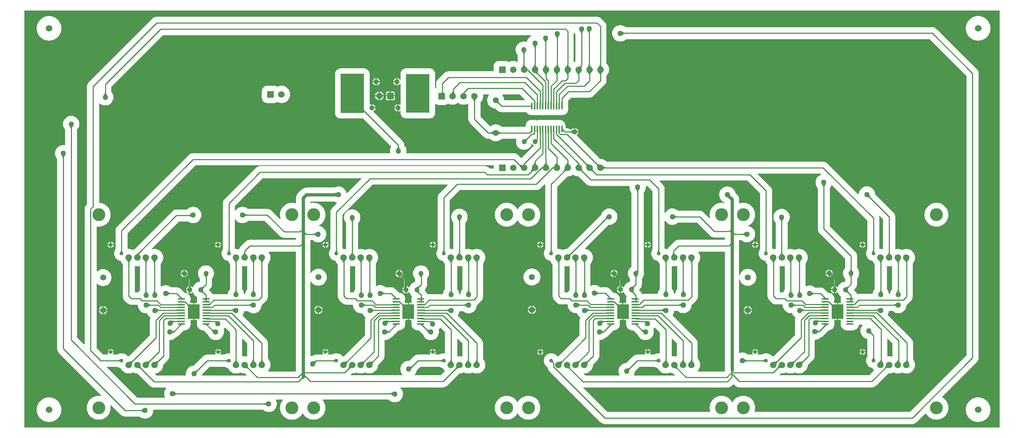
<source format=gtl>
G04 Layer_Physical_Order=1*
G04 Layer_Color=255*
%FSLAX25Y25*%
%MOIN*%
G70*
G01*
G75*
%ADD10R,0.01400X0.06300*%
%ADD11O,0.06693X0.01378*%
%ADD12R,0.10827X0.13504*%
%ADD13C,0.01000*%
%ADD14C,0.03000*%
%ADD15R,0.21700X0.35900*%
%ADD16R,0.21700X0.35700*%
%ADD17C,0.11811*%
%ADD18C,0.03543*%
%ADD19C,0.05905*%
%ADD20C,0.05512*%
%ADD21R,0.05905X0.05905*%
%ADD22C,0.05905*%
%ADD23C,0.04724*%
%ADD24C,0.06000*%
%ADD25C,0.05000*%
%ADD26C,0.01968*%
G36*
X1155870Y128548D02*
X261453D01*
Y511452D01*
X1155870D01*
Y128548D01*
D02*
G37*
%LPC*%
G36*
X786400Y505648D02*
X382800D01*
X381364Y505458D01*
X380026Y504904D01*
X378877Y504023D01*
X320477Y445623D01*
X319596Y444474D01*
X319042Y443136D01*
X318852Y441700D01*
Y333711D01*
X318271Y333130D01*
X317389Y331981D01*
X316835Y330643D01*
X316646Y329207D01*
Y205053D01*
X316184Y204861D01*
X309847Y211198D01*
Y402037D01*
X310566Y402913D01*
X311263Y404216D01*
X311691Y405630D01*
X311836Y407100D01*
X311691Y408570D01*
X311263Y409984D01*
X310566Y411287D01*
X309629Y412429D01*
X308487Y413366D01*
X307184Y414063D01*
X305770Y414492D01*
X304300Y414636D01*
X302830Y414492D01*
X301416Y414063D01*
X300113Y413366D01*
X298971Y412429D01*
X298034Y411287D01*
X297337Y409984D01*
X296908Y408570D01*
X296764Y407100D01*
X296908Y405630D01*
X297337Y404216D01*
X298034Y402913D01*
X298719Y402079D01*
X298752Y402031D01*
Y388118D01*
X298253Y387723D01*
X297100Y387836D01*
X295630Y387691D01*
X294216Y387263D01*
X292913Y386566D01*
X291771Y385629D01*
X290834Y384487D01*
X290137Y383184D01*
X289708Y381770D01*
X289564Y380300D01*
X289708Y378830D01*
X290137Y377416D01*
X290834Y376113D01*
X291518Y375279D01*
X291552Y375231D01*
Y200900D01*
X291742Y199464D01*
X292296Y198126D01*
X293177Y196977D01*
X332237Y157918D01*
X331997Y157451D01*
X331733Y157495D01*
X331251Y157607D01*
X330093Y157721D01*
X329845Y157713D01*
X329599Y157745D01*
X329353Y157713D01*
X329105Y157721D01*
X327947Y157607D01*
X327465Y157495D01*
X326977Y157414D01*
X325864Y157076D01*
X325414Y156872D01*
X324951Y156698D01*
X323925Y156150D01*
X323523Y155862D01*
X323103Y155600D01*
X322204Y154862D01*
X321881Y154518D01*
X321864Y154503D01*
X321849Y154486D01*
X321505Y154163D01*
X320767Y153264D01*
X320505Y152844D01*
X320217Y152442D01*
X319669Y151416D01*
X319495Y150953D01*
X319291Y150503D01*
X318953Y149390D01*
X318872Y148902D01*
X318760Y148420D01*
X318646Y147262D01*
X318661Y146790D01*
X318660Y146768D01*
X318661Y146746D01*
X318646Y146274D01*
X318760Y145116D01*
X318872Y144634D01*
X318953Y144146D01*
X319291Y143033D01*
X319495Y142583D01*
X319669Y142120D01*
X320217Y141094D01*
X320505Y140692D01*
X320767Y140272D01*
X321505Y139373D01*
X321849Y139050D01*
X321864Y139033D01*
X321881Y139018D01*
X322204Y138674D01*
X323103Y137936D01*
X323523Y137674D01*
X323925Y137386D01*
X324951Y136838D01*
X325414Y136664D01*
X325864Y136460D01*
X326977Y136122D01*
X327465Y136041D01*
X327947Y135929D01*
X329105Y135815D01*
X329353Y135823D01*
X329599Y135791D01*
X329845Y135823D01*
X330093Y135815D01*
X331251Y135929D01*
X331733Y136041D01*
X332221Y136122D01*
X333334Y136460D01*
X333784Y136664D01*
X334247Y136838D01*
X335273Y137386D01*
X335675Y137674D01*
X336095Y137936D01*
X336994Y138674D01*
X337317Y139018D01*
X337334Y139033D01*
X337349Y139050D01*
X337693Y139373D01*
X338431Y140272D01*
X338693Y140692D01*
X338981Y141094D01*
X339529Y142120D01*
X339703Y142583D01*
X339907Y143033D01*
X340245Y144146D01*
X340326Y144634D01*
X340438Y145116D01*
X340552Y146274D01*
X340536Y146746D01*
X340538Y146768D01*
X340536Y146790D01*
X340552Y147262D01*
X340438Y148420D01*
X340326Y148902D01*
X340282Y149166D01*
X340749Y149406D01*
X349877Y140277D01*
X351026Y139396D01*
X352364Y138842D01*
X353800Y138653D01*
X353800Y138653D01*
X367037D01*
X367913Y137934D01*
X369216Y137237D01*
X370630Y136809D01*
X372100Y136664D01*
X373570Y136809D01*
X374984Y137237D01*
X376287Y137934D01*
X377429Y138871D01*
X378366Y140013D01*
X379063Y141316D01*
X379491Y142730D01*
X379636Y144200D01*
X379608Y144482D01*
X379944Y144852D01*
X480437D01*
X481313Y144134D01*
X482616Y143437D01*
X484030Y143008D01*
X485500Y142864D01*
X486970Y143008D01*
X488384Y143437D01*
X489687Y144134D01*
X490829Y145071D01*
X491766Y146213D01*
X492463Y147516D01*
X492892Y148930D01*
X493036Y150400D01*
X492892Y151870D01*
X492463Y153284D01*
X492228Y153724D01*
X492485Y154153D01*
X498076D01*
X498290Y153700D01*
X497932Y153264D01*
X497670Y152844D01*
X497382Y152442D01*
X496834Y151416D01*
X496660Y150953D01*
X496456Y150503D01*
X496118Y149390D01*
X496037Y148902D01*
X495925Y148420D01*
X495811Y147262D01*
X495826Y146790D01*
X495825Y146768D01*
X495826Y146746D01*
X495811Y146274D01*
X495925Y145116D01*
X496037Y144634D01*
X496118Y144146D01*
X496456Y143033D01*
X496660Y142583D01*
X496834Y142120D01*
X497382Y141094D01*
X497670Y140692D01*
X497932Y140272D01*
X498670Y139373D01*
X499014Y139050D01*
X499029Y139033D01*
X499046Y139018D01*
X499369Y138674D01*
X500268Y137936D01*
X500688Y137674D01*
X501090Y137386D01*
X502116Y136838D01*
X502579Y136664D01*
X503029Y136460D01*
X504142Y136122D01*
X504630Y136041D01*
X505112Y135929D01*
X506270Y135815D01*
X506518Y135823D01*
X506764Y135791D01*
X507010Y135823D01*
X507258Y135815D01*
X508416Y135929D01*
X508898Y136041D01*
X509386Y136122D01*
X510499Y136460D01*
X510949Y136664D01*
X511412Y136838D01*
X512438Y137386D01*
X512840Y137674D01*
X513260Y137936D01*
X514159Y138674D01*
X514482Y139018D01*
X514499Y139033D01*
X514514Y139050D01*
X514858Y139373D01*
X515596Y140272D01*
X515858Y140692D01*
X516146Y141094D01*
X516432Y141629D01*
X516931D01*
X517217Y141094D01*
X517505Y140692D01*
X517767Y140272D01*
X518505Y139373D01*
X518849Y139050D01*
X518864Y139033D01*
X518881Y139018D01*
X519204Y138674D01*
X520103Y137936D01*
X520523Y137674D01*
X520925Y137386D01*
X521951Y136838D01*
X522414Y136664D01*
X522864Y136460D01*
X523977Y136122D01*
X524465Y136041D01*
X524947Y135929D01*
X526105Y135815D01*
X526353Y135823D01*
X526599Y135791D01*
X526845Y135823D01*
X527093Y135815D01*
X528251Y135929D01*
X528733Y136041D01*
X529221Y136122D01*
X530334Y136460D01*
X530784Y136664D01*
X531247Y136838D01*
X532273Y137386D01*
X532675Y137674D01*
X533095Y137936D01*
X533994Y138674D01*
X534317Y139018D01*
X534334Y139033D01*
X534349Y139050D01*
X534693Y139373D01*
X535431Y140272D01*
X535693Y140692D01*
X535981Y141094D01*
X536529Y142120D01*
X536703Y142583D01*
X536907Y143033D01*
X537245Y144146D01*
X537326Y144634D01*
X537438Y145116D01*
X537552Y146274D01*
X537536Y146746D01*
X537538Y146768D01*
X537536Y146790D01*
X537552Y147262D01*
X537438Y148420D01*
X537326Y148902D01*
X537245Y149390D01*
X536907Y150503D01*
X536703Y150953D01*
X536529Y151416D01*
X535981Y152442D01*
X535693Y152844D01*
X535431Y153264D01*
X535073Y153700D01*
X535287Y154153D01*
X595704D01*
X595771Y154071D01*
X596913Y153134D01*
X598216Y152437D01*
X599630Y152008D01*
X601100Y151864D01*
X602570Y152008D01*
X603984Y152437D01*
X605287Y153134D01*
X606429Y154071D01*
X607366Y155213D01*
X608063Y156516D01*
X608492Y157930D01*
X608636Y159400D01*
X608492Y160870D01*
X608063Y162284D01*
X607366Y163587D01*
X606429Y164729D01*
X606121Y164982D01*
X606289Y165453D01*
X645319D01*
X646755Y165642D01*
X648093Y166196D01*
X649242Y167077D01*
X660306Y178141D01*
X660465Y178142D01*
X660592Y178160D01*
X662016Y178300D01*
X663515Y178755D01*
X664394Y179225D01*
X665273Y178755D01*
X666772Y178300D01*
X668331Y178147D01*
X669890Y178300D01*
X671389Y178755D01*
X672268Y179225D01*
X673147Y178755D01*
X674646Y178300D01*
X676205Y178147D01*
X677764Y178300D01*
X679263Y178755D01*
X680645Y179493D01*
X681856Y180487D01*
X682850Y181698D01*
X683588Y183080D01*
X684043Y184579D01*
X684196Y186138D01*
X684043Y187697D01*
X683588Y189196D01*
X682850Y190578D01*
X682430Y191089D01*
X682226Y191399D01*
X682025Y191631D01*
X681952Y191725D01*
Y205995D01*
X681763Y207431D01*
X681209Y208769D01*
X680328Y209918D01*
X680328Y209918D01*
X658780Y231465D01*
X659066Y231813D01*
X659763Y233116D01*
X660191Y234530D01*
X660282Y235453D01*
X663737D01*
X664613Y234734D01*
X665916Y234037D01*
X667330Y233609D01*
X668800Y233464D01*
X670270Y233609D01*
X671684Y234037D01*
X672987Y234734D01*
X674129Y235671D01*
X675066Y236813D01*
X675763Y238116D01*
X676192Y239530D01*
X676325Y240889D01*
X677223Y241577D01*
X680428Y244782D01*
X680428Y244782D01*
X681309Y245931D01*
X681863Y247269D01*
X682053Y248705D01*
Y279047D01*
X682223Y279289D01*
X682397Y279505D01*
X682560Y279770D01*
X682850Y280123D01*
X683588Y281505D01*
X684043Y283004D01*
X684196Y284563D01*
X684043Y286122D01*
X683588Y287621D01*
X682850Y289003D01*
X681856Y290214D01*
X680645Y291208D01*
X679263Y291946D01*
X677764Y292401D01*
X676205Y292554D01*
X674646Y292401D01*
X673147Y291946D01*
X672268Y291476D01*
X671389Y291946D01*
X669890Y292401D01*
X668331Y292554D01*
X666772Y292401D01*
X666281Y292252D01*
X665879Y292550D01*
Y316805D01*
X666598Y317681D01*
X667295Y318984D01*
X667724Y320398D01*
X667868Y321868D01*
X667724Y323338D01*
X667295Y324752D01*
X666598Y326055D01*
X665661Y327197D01*
X664519Y328134D01*
X663216Y328831D01*
X661802Y329259D01*
X660332Y329404D01*
X658862Y329259D01*
X657448Y328831D01*
X656145Y328134D01*
X655003Y327197D01*
X654066Y326055D01*
X653369Y324752D01*
X652941Y323338D01*
X652796Y321868D01*
X652941Y320398D01*
X653369Y318984D01*
X654066Y317681D01*
X654750Y316847D01*
X654784Y316799D01*
Y292625D01*
X654383Y292328D01*
X654142Y292401D01*
X652583Y292554D01*
X651918Y292489D01*
X651547Y292825D01*
Y337402D01*
X660698Y346552D01*
X730897D01*
X732333Y346742D01*
X733671Y347296D01*
X734820Y348177D01*
X738527Y351885D01*
X739028Y351678D01*
Y292339D01*
X738917Y292205D01*
X738289Y291029D01*
X737901Y289752D01*
X737771Y288425D01*
X737901Y287098D01*
X738289Y285821D01*
X738917Y284645D01*
X739764Y283614D01*
X740795Y282768D01*
X741971Y282139D01*
X743248Y281751D01*
X743714Y281705D01*
X743775Y281505D01*
X744514Y280123D01*
X745507Y278912D01*
X745695Y278758D01*
X745805Y278625D01*
X745811Y278620D01*
Y249258D01*
X746000Y247822D01*
X746554Y246484D01*
X747435Y245335D01*
X749593Y243177D01*
X749593Y243177D01*
X750742Y242296D01*
X752080Y241742D01*
X753516Y241552D01*
X759245D01*
X759621Y241177D01*
X759621Y241177D01*
X759668Y241141D01*
X759664Y241100D01*
X759808Y239630D01*
X760237Y238216D01*
X760934Y236913D01*
X761871Y235771D01*
X763013Y234834D01*
X764316Y234137D01*
X765730Y233709D01*
X767200Y233564D01*
X768105Y233653D01*
X768237Y233216D01*
X768934Y231913D01*
X769871Y230771D01*
X771013Y229834D01*
X771265Y229699D01*
X770742Y228436D01*
X770552Y227000D01*
Y213278D01*
X751405Y194131D01*
X751337Y194132D01*
X751244Y194121D01*
X751158Y194129D01*
X750037Y194019D01*
X749386Y194811D01*
X748355Y195658D01*
X747179Y196286D01*
X745902Y196674D01*
X744575Y196804D01*
X743248Y196674D01*
X741971Y196286D01*
X740795Y195658D01*
X739764Y194811D01*
X738917Y193780D01*
X738289Y192604D01*
X737901Y191327D01*
X737771Y190000D01*
X737901Y188673D01*
X738289Y187396D01*
X738917Y186220D01*
X739764Y185189D01*
X740795Y184343D01*
X741178Y184137D01*
X741347Y182858D01*
X741901Y181520D01*
X742783Y180371D01*
X789776Y133377D01*
X789776Y133377D01*
X790925Y132496D01*
X792263Y131942D01*
X793699Y131753D01*
X1075600D01*
X1077036Y131942D01*
X1078374Y132496D01*
X1079523Y133377D01*
X1087687Y141542D01*
X1088182Y141469D01*
X1088382Y141094D01*
X1088670Y140692D01*
X1088932Y140272D01*
X1089670Y139373D01*
X1090014Y139050D01*
X1090029Y139033D01*
X1090046Y139018D01*
X1090369Y138674D01*
X1091268Y137936D01*
X1091688Y137674D01*
X1092090Y137386D01*
X1093116Y136838D01*
X1093579Y136664D01*
X1094029Y136460D01*
X1095142Y136122D01*
X1095630Y136041D01*
X1096112Y135929D01*
X1097270Y135815D01*
X1097518Y135823D01*
X1097764Y135791D01*
X1098010Y135823D01*
X1098258Y135815D01*
X1099416Y135929D01*
X1099898Y136041D01*
X1100386Y136122D01*
X1101499Y136460D01*
X1101949Y136664D01*
X1102412Y136838D01*
X1103438Y137386D01*
X1103840Y137674D01*
X1104260Y137936D01*
X1105159Y138674D01*
X1105482Y139018D01*
X1105499Y139033D01*
X1105514Y139050D01*
X1105858Y139373D01*
X1106596Y140272D01*
X1106858Y140692D01*
X1107146Y141094D01*
X1107694Y142120D01*
X1107868Y142583D01*
X1108072Y143033D01*
X1108410Y144146D01*
X1108491Y144634D01*
X1108603Y145116D01*
X1108717Y146274D01*
X1108702Y146746D01*
X1108703Y146768D01*
X1108702Y146790D01*
X1108717Y147262D01*
X1108603Y148420D01*
X1108491Y148902D01*
X1108410Y149390D01*
X1108072Y150503D01*
X1107868Y150953D01*
X1107694Y151416D01*
X1107146Y152442D01*
X1106858Y152844D01*
X1106596Y153264D01*
X1105858Y154163D01*
X1105514Y154486D01*
X1105499Y154503D01*
X1105482Y154518D01*
X1105159Y154862D01*
X1104260Y155600D01*
X1103840Y155862D01*
X1103438Y156150D01*
X1103063Y156350D01*
X1102990Y156845D01*
X1134823Y188677D01*
X1135704Y189826D01*
X1136258Y191164D01*
X1136448Y192600D01*
Y453600D01*
X1136258Y455036D01*
X1135704Y456374D01*
X1134823Y457523D01*
X1097923Y494423D01*
X1096774Y495304D01*
X1095436Y495858D01*
X1094000Y496047D01*
X812869D01*
X812688Y496173D01*
X812087Y496666D01*
X810784Y497363D01*
X809370Y497791D01*
X807900Y497936D01*
X806430Y497791D01*
X805016Y497363D01*
X803713Y496666D01*
X802571Y495729D01*
X801634Y494587D01*
X800937Y493284D01*
X800508Y491870D01*
X800364Y490400D01*
X800508Y488930D01*
X800937Y487516D01*
X801634Y486213D01*
X802571Y485071D01*
X803713Y484134D01*
X805016Y483437D01*
X806430Y483008D01*
X807900Y482864D01*
X809370Y483008D01*
X810784Y483437D01*
X812087Y484134D01*
X813085Y484952D01*
X1091702D01*
X1125352Y451302D01*
Y194898D01*
X1073302Y142848D01*
X931353D01*
X931003Y143348D01*
X931245Y144146D01*
X931326Y144634D01*
X931438Y145116D01*
X931552Y146274D01*
X931536Y146746D01*
X931538Y146768D01*
X931536Y146790D01*
X931552Y147262D01*
X931438Y148420D01*
X931326Y148902D01*
X931245Y149390D01*
X930907Y150503D01*
X930703Y150953D01*
X930529Y151416D01*
X929981Y152442D01*
X929693Y152844D01*
X929431Y153264D01*
X928693Y154163D01*
X928349Y154486D01*
X928334Y154503D01*
X928317Y154518D01*
X927994Y154862D01*
X927095Y155600D01*
X926675Y155862D01*
X926273Y156150D01*
X925247Y156698D01*
X924784Y156872D01*
X924334Y157076D01*
X923221Y157414D01*
X922733Y157495D01*
X922251Y157607D01*
X921093Y157721D01*
X920845Y157713D01*
X920599Y157745D01*
X920353Y157713D01*
X920105Y157721D01*
X918947Y157607D01*
X918465Y157495D01*
X917977Y157414D01*
X916864Y157076D01*
X916414Y156872D01*
X915951Y156698D01*
X914925Y156150D01*
X914523Y155862D01*
X914103Y155600D01*
X913204Y154862D01*
X912881Y154518D01*
X912864Y154503D01*
X912849Y154486D01*
X912505Y154163D01*
X911767Y153264D01*
X911505Y152844D01*
X911217Y152442D01*
X910931Y151907D01*
X910431D01*
X910146Y152442D01*
X909858Y152844D01*
X909596Y153264D01*
X908858Y154163D01*
X908514Y154486D01*
X908499Y154503D01*
X908482Y154518D01*
X908159Y154862D01*
X907260Y155600D01*
X906840Y155862D01*
X906438Y156150D01*
X905412Y156698D01*
X904949Y156872D01*
X904499Y157076D01*
X903386Y157414D01*
X902898Y157495D01*
X902416Y157607D01*
X901258Y157721D01*
X901010Y157713D01*
X900764Y157745D01*
X900518Y157713D01*
X900270Y157721D01*
X899112Y157607D01*
X898630Y157495D01*
X898142Y157414D01*
X897029Y157076D01*
X896579Y156872D01*
X896116Y156698D01*
X895090Y156150D01*
X894688Y155862D01*
X894268Y155600D01*
X893369Y154862D01*
X893046Y154518D01*
X893029Y154503D01*
X893014Y154486D01*
X892670Y154163D01*
X891932Y153264D01*
X891670Y152844D01*
X891382Y152442D01*
X890834Y151416D01*
X890660Y150953D01*
X890456Y150503D01*
X890118Y149390D01*
X890037Y148902D01*
X889925Y148420D01*
X889811Y147262D01*
X889826Y146790D01*
X889825Y146768D01*
X889826Y146746D01*
X889811Y146274D01*
X889925Y145116D01*
X890037Y144634D01*
X890118Y144146D01*
X890360Y143348D01*
X890011Y142848D01*
X795997D01*
X774154Y164691D01*
X774345Y165153D01*
X906000D01*
X907436Y165342D01*
X908774Y165896D01*
X909923Y166777D01*
X911650Y168505D01*
X913077Y167077D01*
X913077Y167077D01*
X914226Y166196D01*
X915564Y165642D01*
X917000Y165453D01*
X917000Y165453D01*
X1038519D01*
X1039955Y165642D01*
X1041293Y166196D01*
X1042442Y167077D01*
X1053596Y178232D01*
X1054457Y178147D01*
X1056016Y178300D01*
X1057515Y178755D01*
X1058394Y179225D01*
X1059273Y178755D01*
X1060772Y178300D01*
X1062331Y178147D01*
X1063890Y178300D01*
X1065389Y178755D01*
X1066268Y179225D01*
X1067147Y178755D01*
X1068646Y178300D01*
X1070205Y178147D01*
X1071764Y178300D01*
X1073263Y178755D01*
X1074645Y179493D01*
X1075856Y180487D01*
X1076849Y181698D01*
X1077588Y183080D01*
X1078043Y184579D01*
X1078196Y186138D01*
X1078043Y187697D01*
X1077588Y189196D01*
X1076960Y190372D01*
X1076874Y190549D01*
X1076666Y190866D01*
X1076362Y191367D01*
X1076353Y191385D01*
Y206195D01*
X1076163Y207631D01*
X1075609Y208969D01*
X1074728Y210118D01*
X1074728Y210118D01*
X1053006Y231839D01*
X1053066Y231913D01*
X1053763Y233216D01*
X1054191Y234630D01*
X1054282Y235553D01*
X1057737D01*
X1058613Y234834D01*
X1059916Y234137D01*
X1061330Y233709D01*
X1062800Y233564D01*
X1064270Y233709D01*
X1065684Y234137D01*
X1066987Y234834D01*
X1068129Y235771D01*
X1069066Y236913D01*
X1069763Y238216D01*
X1070191Y239630D01*
X1070325Y240989D01*
X1071223Y241677D01*
X1074428Y244882D01*
X1074428Y244882D01*
X1075309Y246031D01*
X1075863Y247369D01*
X1076052Y248805D01*
Y279047D01*
X1076223Y279289D01*
X1076397Y279505D01*
X1076560Y279770D01*
X1076849Y280123D01*
X1077588Y281505D01*
X1078043Y283004D01*
X1078196Y284563D01*
X1078043Y286122D01*
X1077588Y287621D01*
X1076849Y289003D01*
X1075856Y290214D01*
X1074645Y291208D01*
X1073263Y291946D01*
X1071764Y292401D01*
X1070205Y292554D01*
X1068646Y292401D01*
X1067147Y291946D01*
X1066268Y291476D01*
X1065389Y291946D01*
X1063890Y292401D01*
X1062331Y292554D01*
X1060772Y292401D01*
X1060406Y292290D01*
X1060005Y292587D01*
Y322043D01*
X1060005Y322043D01*
X1059815Y323479D01*
X1059261Y324817D01*
X1058380Y325966D01*
X1058380Y325966D01*
X1041553Y342793D01*
X1041442Y343920D01*
X1041013Y345334D01*
X1040316Y346637D01*
X1039379Y347779D01*
X1038237Y348716D01*
X1036934Y349413D01*
X1035520Y349841D01*
X1034050Y349986D01*
X1032580Y349841D01*
X1031166Y349413D01*
X1029863Y348716D01*
X1028721Y347779D01*
X1027784Y346637D01*
X1027087Y345334D01*
X1026659Y343920D01*
X1026558Y342895D01*
X1026037Y342708D01*
X997723Y371023D01*
X996574Y371904D01*
X995236Y372458D01*
X993800Y372648D01*
X795362D01*
X795248Y372759D01*
X795146Y372837D01*
X794039Y373745D01*
X792658Y374483D01*
X791159Y374938D01*
X789736Y375078D01*
X789608Y375096D01*
X789448Y375097D01*
X768014Y396531D01*
X768073Y397179D01*
X768496Y397504D01*
X769057Y398235D01*
X769410Y399086D01*
X769464Y399500D01*
X766000D01*
Y400000D01*
X765500D01*
Y403464D01*
X765086Y403410D01*
X764235Y403057D01*
X763504Y402496D01*
X763176Y402070D01*
X762526Y401950D01*
X762490Y401966D01*
X761724Y402554D01*
X760386Y403108D01*
X758950Y403298D01*
X757593D01*
Y405800D01*
X757421Y407105D01*
X756917Y408322D01*
X756116Y409366D01*
X755072Y410168D01*
X753855Y410671D01*
X752550Y410843D01*
X751150D01*
X750600Y410771D01*
X750050Y410843D01*
X748650D01*
X748100Y410771D01*
X747550Y410843D01*
X746150D01*
X745600Y410771D01*
X745050Y410843D01*
X743650D01*
X743100Y410771D01*
X742550Y410843D01*
X741150D01*
X740600Y410771D01*
X740050Y410843D01*
X738650D01*
X738100Y410771D01*
X737550Y410843D01*
X736150D01*
X735600Y410771D01*
X735050Y410843D01*
X733650D01*
X732345Y410671D01*
X731850Y410466D01*
X731355Y410671D01*
X730050Y410843D01*
X728650D01*
X728100Y410771D01*
X727550Y410843D01*
X726150D01*
X724845Y410671D01*
X723628Y410168D01*
X722584Y409366D01*
X721782Y408322D01*
X721279Y407105D01*
X721107Y405800D01*
Y404647D01*
X699074D01*
X698974Y404723D01*
X697930Y405580D01*
X696582Y406300D01*
X695120Y406744D01*
X693600Y406893D01*
X692080Y406744D01*
X690618Y406300D01*
X689270Y405580D01*
X688663Y405082D01*
X679647Y414098D01*
Y427038D01*
X679759Y427152D01*
X679837Y427254D01*
X680745Y428360D01*
X681483Y429742D01*
X681938Y431241D01*
X682091Y432800D01*
X681978Y433953D01*
X682411Y434452D01*
X687375D01*
X687588Y434000D01*
X687120Y433430D01*
X686400Y432082D01*
X685956Y430620D01*
X685807Y429100D01*
X685956Y427580D01*
X686400Y426118D01*
X687120Y424770D01*
X688089Y423589D01*
X689270Y422620D01*
X690618Y421900D01*
X692080Y421456D01*
X693249Y421341D01*
X693487Y421303D01*
X693553Y421301D01*
X695227Y419627D01*
X695227Y419627D01*
X696376Y418746D01*
X697714Y418192D01*
X699150Y418003D01*
X699150Y418003D01*
X721731D01*
X721782Y417878D01*
X722584Y416834D01*
X723628Y416033D01*
X724845Y415529D01*
X726150Y415357D01*
X727550D01*
X728100Y415429D01*
X728650Y415357D01*
X730050D01*
X730600Y415429D01*
X731150Y415357D01*
X732550D01*
X733100Y415429D01*
X733650Y415357D01*
X735050D01*
X735600Y415429D01*
X736150Y415357D01*
X737550D01*
X738100Y415429D01*
X738650Y415357D01*
X740050D01*
X740600Y415429D01*
X741150Y415357D01*
X742550D01*
X743100Y415429D01*
X743650Y415357D01*
X745050D01*
X745600Y415429D01*
X746150Y415357D01*
X747550D01*
X748016Y415418D01*
X749300Y415249D01*
X750634Y415425D01*
X751150Y415357D01*
X752550D01*
X753100Y415429D01*
X753650Y415357D01*
X755050D01*
X756355Y415529D01*
X757572Y416033D01*
X758616Y416834D01*
X759417Y417878D01*
X759921Y419095D01*
X760093Y420400D01*
Y426700D01*
X760025Y427218D01*
X760018Y427475D01*
X759969Y427640D01*
X759947Y427807D01*
Y428602D01*
X762698Y431353D01*
X779400D01*
X780836Y431542D01*
X782173Y432096D01*
X783322Y432977D01*
X793523Y443177D01*
X794404Y444326D01*
X794958Y445664D01*
X795147Y447100D01*
X795147Y447100D01*
Y451338D01*
X795259Y451452D01*
X795337Y451554D01*
X796244Y452660D01*
X796983Y454042D01*
X797437Y455541D01*
X797591Y457100D01*
X797437Y458659D01*
X796983Y460158D01*
X796244Y461540D01*
X795337Y462646D01*
X795259Y462748D01*
X795147Y462862D01*
Y496900D01*
X795147Y496900D01*
X794958Y498336D01*
X794404Y499674D01*
X793523Y500822D01*
X793522Y500822D01*
X790322Y504023D01*
X789173Y504904D01*
X787835Y505458D01*
X786400Y505648D01*
D02*
G37*
G36*
X735075Y200730D02*
Y198500D01*
X737305D01*
X737275Y198723D01*
X736996Y199398D01*
X736552Y199977D01*
X735973Y200421D01*
X735298Y200700D01*
X735075Y200730D01*
D02*
G37*
G36*
X1097764Y334910D02*
X1097518Y334878D01*
X1097270Y334886D01*
X1096112Y334772D01*
X1095630Y334660D01*
X1095142Y334579D01*
X1094029Y334241D01*
X1093579Y334037D01*
X1093116Y333863D01*
X1092090Y333315D01*
X1091688Y333027D01*
X1091268Y332765D01*
X1090369Y332027D01*
X1090046Y331683D01*
X1090029Y331668D01*
X1090014Y331651D01*
X1089670Y331328D01*
X1088932Y330429D01*
X1088670Y330009D01*
X1088382Y329607D01*
X1087834Y328581D01*
X1087660Y328118D01*
X1087456Y327668D01*
X1087118Y326555D01*
X1087037Y326067D01*
X1086925Y325585D01*
X1086811Y324427D01*
X1086827Y323955D01*
X1086825Y323933D01*
X1086827Y323911D01*
X1086811Y323439D01*
X1086925Y322281D01*
X1087037Y321799D01*
X1087118Y321311D01*
X1087456Y320198D01*
X1087660Y319748D01*
X1087834Y319285D01*
X1088382Y318259D01*
X1088670Y317857D01*
X1088932Y317437D01*
X1089670Y316538D01*
X1090014Y316215D01*
X1090029Y316198D01*
X1090046Y316183D01*
X1090369Y315839D01*
X1091268Y315101D01*
X1091688Y314839D01*
X1092090Y314551D01*
X1093116Y314003D01*
X1093579Y313829D01*
X1094029Y313625D01*
X1095142Y313287D01*
X1095630Y313206D01*
X1096112Y313094D01*
X1097270Y312980D01*
X1097518Y312988D01*
X1097764Y312956D01*
X1098010Y312988D01*
X1098258Y312980D01*
X1099416Y313094D01*
X1099898Y313206D01*
X1100386Y313287D01*
X1101499Y313625D01*
X1101949Y313829D01*
X1102412Y314003D01*
X1103438Y314551D01*
X1103840Y314839D01*
X1104260Y315101D01*
X1105159Y315839D01*
X1105482Y316183D01*
X1105499Y316198D01*
X1105514Y316215D01*
X1105858Y316538D01*
X1106596Y317437D01*
X1106858Y317857D01*
X1107146Y318259D01*
X1107694Y319285D01*
X1107868Y319748D01*
X1108072Y320198D01*
X1108410Y321311D01*
X1108491Y321799D01*
X1108603Y322281D01*
X1108717Y323439D01*
X1108702Y323911D01*
X1108703Y323933D01*
X1108702Y323955D01*
X1108717Y324427D01*
X1108603Y325585D01*
X1108491Y326067D01*
X1108410Y326555D01*
X1108072Y327668D01*
X1107868Y328118D01*
X1107694Y328581D01*
X1107146Y329607D01*
X1106858Y330009D01*
X1106596Y330429D01*
X1105858Y331328D01*
X1105514Y331651D01*
X1105499Y331668D01*
X1105482Y331683D01*
X1105159Y332027D01*
X1104260Y332765D01*
X1103840Y333027D01*
X1103438Y333315D01*
X1102412Y333863D01*
X1101949Y334037D01*
X1101499Y334241D01*
X1100386Y334579D01*
X1099898Y334660D01*
X1099416Y334772D01*
X1098258Y334886D01*
X1098010Y334878D01*
X1097764Y334910D01*
D02*
G37*
G36*
X723599D02*
X723353Y334878D01*
X723105Y334886D01*
X721947Y334772D01*
X721465Y334660D01*
X720977Y334579D01*
X719864Y334241D01*
X719414Y334037D01*
X718951Y333863D01*
X717925Y333315D01*
X717523Y333027D01*
X717103Y332765D01*
X716204Y332027D01*
X715881Y331683D01*
X715864Y331668D01*
X715849Y331651D01*
X715505Y331328D01*
X714767Y330429D01*
X714505Y330009D01*
X714217Y329607D01*
X713932Y329072D01*
X713432D01*
X713146Y329607D01*
X712858Y330009D01*
X712596Y330429D01*
X711858Y331328D01*
X711514Y331651D01*
X711499Y331668D01*
X711482Y331683D01*
X711159Y332027D01*
X710260Y332765D01*
X709840Y333027D01*
X709438Y333315D01*
X708412Y333863D01*
X707949Y334037D01*
X707499Y334241D01*
X706386Y334579D01*
X705898Y334660D01*
X705416Y334772D01*
X704258Y334886D01*
X704010Y334878D01*
X703764Y334910D01*
X703518Y334878D01*
X703270Y334886D01*
X702112Y334772D01*
X701630Y334660D01*
X701142Y334579D01*
X700029Y334241D01*
X699579Y334037D01*
X699116Y333863D01*
X698090Y333315D01*
X697688Y333027D01*
X697268Y332765D01*
X696369Y332027D01*
X696046Y331683D01*
X696029Y331668D01*
X696014Y331651D01*
X695670Y331328D01*
X694932Y330429D01*
X694670Y330009D01*
X694382Y329607D01*
X693834Y328581D01*
X693660Y328118D01*
X693456Y327668D01*
X693118Y326555D01*
X693037Y326067D01*
X692925Y325585D01*
X692811Y324427D01*
X692827Y323955D01*
X692825Y323933D01*
X692827Y323911D01*
X692811Y323439D01*
X692925Y322281D01*
X693037Y321799D01*
X693118Y321311D01*
X693456Y320198D01*
X693660Y319748D01*
X693834Y319285D01*
X694382Y318259D01*
X694670Y317857D01*
X694932Y317437D01*
X695670Y316538D01*
X696014Y316215D01*
X696029Y316198D01*
X696046Y316183D01*
X696369Y315839D01*
X697268Y315101D01*
X697688Y314839D01*
X698090Y314551D01*
X699116Y314003D01*
X699579Y313829D01*
X700029Y313625D01*
X701142Y313287D01*
X701630Y313206D01*
X702112Y313094D01*
X703270Y312980D01*
X703518Y312988D01*
X703764Y312956D01*
X704010Y312988D01*
X704258Y312980D01*
X705416Y313094D01*
X705898Y313206D01*
X706386Y313287D01*
X707499Y313625D01*
X707949Y313829D01*
X708412Y314003D01*
X709438Y314551D01*
X709840Y314839D01*
X710260Y315101D01*
X711159Y315839D01*
X711482Y316183D01*
X711499Y316198D01*
X711514Y316215D01*
X711858Y316538D01*
X712596Y317437D01*
X712858Y317857D01*
X713146Y318259D01*
X713432Y318794D01*
X713932D01*
X714217Y318259D01*
X714505Y317857D01*
X714767Y317437D01*
X715505Y316538D01*
X715849Y316215D01*
X715864Y316198D01*
X715881Y316183D01*
X716204Y315839D01*
X717103Y315101D01*
X717523Y314839D01*
X717925Y314551D01*
X718951Y314003D01*
X719414Y313829D01*
X719864Y313625D01*
X720977Y313287D01*
X721465Y313206D01*
X721947Y313094D01*
X723105Y312980D01*
X723353Y312988D01*
X723599Y312956D01*
X723845Y312988D01*
X724093Y312980D01*
X725251Y313094D01*
X725733Y313206D01*
X726221Y313287D01*
X727334Y313625D01*
X727784Y313829D01*
X728247Y314003D01*
X729273Y314551D01*
X729675Y314839D01*
X730095Y315101D01*
X730994Y315839D01*
X731317Y316183D01*
X731334Y316198D01*
X731349Y316215D01*
X731693Y316538D01*
X732431Y317437D01*
X732693Y317857D01*
X732981Y318259D01*
X733529Y319285D01*
X733703Y319748D01*
X733907Y320198D01*
X734245Y321311D01*
X734326Y321799D01*
X734438Y322281D01*
X734552Y323439D01*
X734537Y323911D01*
X734538Y323933D01*
X734537Y323955D01*
X734552Y324427D01*
X734438Y325585D01*
X734326Y326067D01*
X734245Y326555D01*
X733907Y327668D01*
X733703Y328118D01*
X733529Y328581D01*
X732981Y329607D01*
X732693Y330009D01*
X732431Y330429D01*
X731693Y331328D01*
X731349Y331651D01*
X731334Y331668D01*
X731317Y331683D01*
X730994Y332027D01*
X730095Y332765D01*
X729675Y333027D01*
X729273Y333315D01*
X728247Y333863D01*
X727784Y334037D01*
X727334Y334241D01*
X726221Y334579D01*
X725733Y334660D01*
X725251Y334772D01*
X724093Y334886D01*
X723845Y334878D01*
X723599Y334910D01*
D02*
G37*
G36*
X737305Y197500D02*
X735075D01*
Y195270D01*
X735298Y195300D01*
X735973Y195579D01*
X736552Y196023D01*
X736996Y196602D01*
X737275Y197276D01*
X737305Y197500D01*
D02*
G37*
G36*
X734075D02*
X731845D01*
X731875Y197276D01*
X732154Y196602D01*
X732598Y196023D01*
X733177Y195579D01*
X733851Y195300D01*
X734075Y195270D01*
Y197500D01*
D02*
G37*
G36*
X766500Y403464D02*
Y400500D01*
X769464D01*
X769410Y400914D01*
X769057Y401765D01*
X768496Y402496D01*
X767765Y403057D01*
X766914Y403410D01*
X766500Y403464D01*
D02*
G37*
G36*
X734075Y200730D02*
X733851Y200700D01*
X733177Y200421D01*
X732598Y199977D01*
X732154Y199398D01*
X731875Y198723D01*
X731845Y198500D01*
X734075D01*
Y200730D01*
D02*
G37*
G36*
X726400Y236200D02*
X723177D01*
X723241Y235719D01*
X723619Y234806D01*
X724221Y234021D01*
X725006Y233419D01*
X725919Y233041D01*
X726400Y232978D01*
Y236200D01*
D02*
G37*
G36*
X737305Y295925D02*
X735075D01*
Y293695D01*
X735298Y293725D01*
X735973Y294004D01*
X736552Y294448D01*
X736996Y295027D01*
X737275Y295702D01*
X737305Y295925D01*
D02*
G37*
G36*
X727400Y240423D02*
Y237200D01*
X730622D01*
X730559Y237681D01*
X730181Y238594D01*
X729579Y239379D01*
X728794Y239981D01*
X727880Y240359D01*
X727400Y240423D01*
D02*
G37*
G36*
X726900Y274493D02*
X725380Y274344D01*
X723918Y273900D01*
X722570Y273180D01*
X721389Y272211D01*
X720420Y271030D01*
X719700Y269682D01*
X719256Y268220D01*
X719107Y266700D01*
X719256Y265180D01*
X719700Y263718D01*
X720420Y262370D01*
X721389Y261189D01*
X722570Y260220D01*
X723918Y259500D01*
X725380Y259056D01*
X726900Y258907D01*
X728420Y259056D01*
X729882Y259500D01*
X731230Y260220D01*
X732411Y261189D01*
X733380Y262370D01*
X734100Y263718D01*
X734544Y265180D01*
X734693Y266700D01*
X734544Y268220D01*
X734100Y269682D01*
X733380Y271030D01*
X732411Y272211D01*
X731230Y273180D01*
X729882Y273900D01*
X728420Y274344D01*
X726900Y274493D01*
D02*
G37*
G36*
X734075Y295925D02*
X731845D01*
X731875Y295702D01*
X732154Y295027D01*
X732598Y294448D01*
X733177Y294004D01*
X733851Y293725D01*
X734075Y293695D01*
Y295925D01*
D02*
G37*
G36*
X735075Y299155D02*
Y296925D01*
X737305D01*
X737275Y297148D01*
X736996Y297823D01*
X736552Y298402D01*
X735973Y298846D01*
X735298Y299125D01*
X735075Y299155D01*
D02*
G37*
G36*
X730622Y236200D02*
X727400D01*
Y232978D01*
X727880Y233041D01*
X728794Y233419D01*
X729579Y234021D01*
X730181Y234806D01*
X730559Y235719D01*
X730622Y236200D01*
D02*
G37*
G36*
X726400Y240423D02*
X725919Y240359D01*
X725006Y239981D01*
X724221Y239379D01*
X723619Y238594D01*
X723241Y237681D01*
X723177Y237200D01*
X726400D01*
Y240423D01*
D02*
G37*
G36*
X734075Y299155D02*
X733851Y299125D01*
X733177Y298846D01*
X732598Y298402D01*
X732154Y297823D01*
X731875Y297148D01*
X731845Y296925D01*
X734075D01*
Y299155D01*
D02*
G37*
G36*
X1136000Y156323D02*
X1135754Y156291D01*
X1135506Y156299D01*
X1134280Y156178D01*
X1133799Y156066D01*
X1133311Y155986D01*
X1132133Y155628D01*
X1131682Y155424D01*
X1131219Y155250D01*
X1130134Y154669D01*
X1129731Y154381D01*
X1129312Y154120D01*
X1128360Y153339D01*
X1128033Y152990D01*
X1128020Y152980D01*
X1128010Y152967D01*
X1127661Y152640D01*
X1126880Y151688D01*
X1126619Y151268D01*
X1126330Y150866D01*
X1125750Y149781D01*
X1125576Y149318D01*
X1125372Y148867D01*
X1125014Y147689D01*
X1124934Y147201D01*
X1124822Y146720D01*
X1124701Y145494D01*
X1124716Y145017D01*
X1124715Y145000D01*
X1124716Y144983D01*
X1124701Y144506D01*
X1124822Y143280D01*
X1124934Y142799D01*
X1125014Y142311D01*
X1125372Y141133D01*
X1125576Y140682D01*
X1125750Y140219D01*
X1126330Y139134D01*
X1126619Y138732D01*
X1126880Y138312D01*
X1127661Y137360D01*
X1128010Y137033D01*
X1128020Y137021D01*
X1128033Y137010D01*
X1128360Y136661D01*
X1129312Y135880D01*
X1129732Y135619D01*
X1130134Y135330D01*
X1131219Y134750D01*
X1131682Y134576D01*
X1132133Y134372D01*
X1133311Y134014D01*
X1133799Y133934D01*
X1134280Y133822D01*
X1135506Y133701D01*
X1135754Y133709D01*
X1136000Y133677D01*
X1136246Y133709D01*
X1136494Y133701D01*
X1137720Y133822D01*
X1138201Y133934D01*
X1138689Y134014D01*
X1139867Y134372D01*
X1140318Y134576D01*
X1140781Y134750D01*
X1141866Y135330D01*
X1142268Y135619D01*
X1142688Y135880D01*
X1143640Y136661D01*
X1143967Y137010D01*
X1143980Y137021D01*
X1143991Y137033D01*
X1144339Y137360D01*
X1145120Y138312D01*
X1145381Y138732D01*
X1145669Y139134D01*
X1146250Y140219D01*
X1146424Y140682D01*
X1146628Y141133D01*
X1146986Y142311D01*
X1147066Y142799D01*
X1147178Y143280D01*
X1147299Y144506D01*
X1147283Y144983D01*
X1147285Y145000D01*
X1147283Y145017D01*
X1147299Y145494D01*
X1147178Y146720D01*
X1147066Y147201D01*
X1146986Y147689D01*
X1146628Y148867D01*
X1146424Y149318D01*
X1146250Y149781D01*
X1145669Y150866D01*
X1145381Y151268D01*
X1145120Y151688D01*
X1144339Y152640D01*
X1143991Y152967D01*
X1143980Y152980D01*
X1143967Y152990D01*
X1143640Y153339D01*
X1142688Y154120D01*
X1142268Y154381D01*
X1141866Y154669D01*
X1140781Y155250D01*
X1140318Y155424D01*
X1139867Y155628D01*
X1138689Y155986D01*
X1138201Y156066D01*
X1137720Y156178D01*
X1136494Y156299D01*
X1136246Y156291D01*
X1136000Y156323D01*
D02*
G37*
G36*
X284000Y506323D02*
X283754Y506291D01*
X283506Y506299D01*
X282280Y506178D01*
X281799Y506066D01*
X281311Y505986D01*
X280133Y505628D01*
X279682Y505424D01*
X279219Y505250D01*
X278134Y504670D01*
X277731Y504381D01*
X277312Y504120D01*
X276360Y503339D01*
X276033Y502990D01*
X276020Y502980D01*
X276009Y502967D01*
X275661Y502640D01*
X274880Y501688D01*
X274619Y501268D01*
X274330Y500866D01*
X273750Y499781D01*
X273576Y499318D01*
X273372Y498867D01*
X273014Y497689D01*
X272934Y497201D01*
X272822Y496720D01*
X272701Y495494D01*
X272716Y495017D01*
X272715Y495000D01*
X272716Y494983D01*
X272701Y494506D01*
X272822Y493281D01*
X272934Y492799D01*
X273014Y492311D01*
X273372Y491133D01*
X273576Y490682D01*
X273750Y490219D01*
X274330Y489134D01*
X274619Y488731D01*
X274880Y488312D01*
X275661Y487360D01*
X276009Y487033D01*
X276020Y487020D01*
X276033Y487009D01*
X276360Y486661D01*
X277312Y485880D01*
X277732Y485619D01*
X278134Y485330D01*
X279219Y484750D01*
X279682Y484576D01*
X280133Y484372D01*
X281311Y484014D01*
X281799Y483934D01*
X282280Y483822D01*
X283506Y483701D01*
X283754Y483709D01*
X284000Y483677D01*
X284246Y483709D01*
X284494Y483701D01*
X285719Y483822D01*
X286201Y483934D01*
X286689Y484014D01*
X287867Y484372D01*
X288318Y484576D01*
X288781Y484750D01*
X289866Y485330D01*
X290268Y485619D01*
X290688Y485880D01*
X291640Y486661D01*
X291967Y487009D01*
X291980Y487020D01*
X291990Y487033D01*
X292339Y487360D01*
X293120Y488312D01*
X293381Y488732D01*
X293670Y489134D01*
X294250Y490219D01*
X294424Y490682D01*
X294628Y491133D01*
X294986Y492311D01*
X295066Y492799D01*
X295178Y493281D01*
X295299Y494506D01*
X295284Y494983D01*
X295285Y495000D01*
X295284Y495017D01*
X295299Y495494D01*
X295178Y496720D01*
X295066Y497201D01*
X294986Y497689D01*
X294628Y498867D01*
X294424Y499318D01*
X294250Y499781D01*
X293670Y500866D01*
X293381Y501268D01*
X293120Y501688D01*
X292339Y502640D01*
X291990Y502967D01*
X291980Y502980D01*
X291967Y502990D01*
X291640Y503339D01*
X290688Y504120D01*
X290268Y504381D01*
X289866Y504670D01*
X288781Y505250D01*
X288318Y505424D01*
X287867Y505628D01*
X286689Y505986D01*
X286201Y506066D01*
X285719Y506178D01*
X284494Y506299D01*
X284246Y506291D01*
X284000Y506323D01*
D02*
G37*
G36*
X723599Y157745D02*
X723353Y157713D01*
X723105Y157721D01*
X721947Y157607D01*
X721465Y157495D01*
X720977Y157414D01*
X719864Y157076D01*
X719414Y156872D01*
X718951Y156698D01*
X717925Y156150D01*
X717523Y155862D01*
X717103Y155600D01*
X716204Y154862D01*
X715881Y154518D01*
X715864Y154503D01*
X715849Y154486D01*
X715505Y154163D01*
X714767Y153264D01*
X714505Y152844D01*
X714217Y152442D01*
X713932Y151907D01*
X713432D01*
X713146Y152442D01*
X712858Y152844D01*
X712596Y153264D01*
X711858Y154163D01*
X711514Y154486D01*
X711499Y154503D01*
X711482Y154518D01*
X711159Y154862D01*
X710260Y155600D01*
X709840Y155862D01*
X709438Y156150D01*
X708412Y156698D01*
X707949Y156872D01*
X707499Y157076D01*
X706386Y157414D01*
X705898Y157495D01*
X705416Y157607D01*
X704258Y157721D01*
X704010Y157713D01*
X703764Y157745D01*
X703518Y157713D01*
X703270Y157721D01*
X702112Y157607D01*
X701630Y157495D01*
X701142Y157414D01*
X700029Y157076D01*
X699579Y156872D01*
X699116Y156698D01*
X698090Y156150D01*
X697688Y155862D01*
X697268Y155600D01*
X696369Y154862D01*
X696046Y154518D01*
X696029Y154503D01*
X696014Y154486D01*
X695670Y154163D01*
X694932Y153264D01*
X694670Y152844D01*
X694382Y152442D01*
X693834Y151416D01*
X693660Y150953D01*
X693456Y150503D01*
X693118Y149390D01*
X693037Y148902D01*
X692925Y148420D01*
X692811Y147262D01*
X692827Y146790D01*
X692825Y146768D01*
X692827Y146746D01*
X692811Y146274D01*
X692925Y145116D01*
X693037Y144634D01*
X693118Y144146D01*
X693456Y143033D01*
X693660Y142583D01*
X693834Y142120D01*
X694382Y141094D01*
X694670Y140692D01*
X694932Y140272D01*
X695670Y139373D01*
X696014Y139050D01*
X696029Y139033D01*
X696046Y139018D01*
X696369Y138674D01*
X697268Y137936D01*
X697688Y137674D01*
X698090Y137386D01*
X699116Y136838D01*
X699579Y136664D01*
X700029Y136460D01*
X701142Y136122D01*
X701630Y136041D01*
X702112Y135929D01*
X703270Y135815D01*
X703518Y135823D01*
X703764Y135791D01*
X704010Y135823D01*
X704258Y135815D01*
X705416Y135929D01*
X705898Y136041D01*
X706386Y136122D01*
X707499Y136460D01*
X707949Y136664D01*
X708412Y136838D01*
X709438Y137386D01*
X709840Y137674D01*
X710260Y137936D01*
X711159Y138674D01*
X711482Y139018D01*
X711499Y139033D01*
X711514Y139050D01*
X711858Y139373D01*
X712596Y140272D01*
X712858Y140692D01*
X713146Y141094D01*
X713432Y141629D01*
X713932D01*
X714217Y141094D01*
X714505Y140692D01*
X714767Y140272D01*
X715505Y139373D01*
X715849Y139050D01*
X715864Y139033D01*
X715881Y139018D01*
X716204Y138674D01*
X717103Y137936D01*
X717523Y137674D01*
X717925Y137386D01*
X718951Y136838D01*
X719414Y136664D01*
X719864Y136460D01*
X720977Y136122D01*
X721465Y136041D01*
X721947Y135929D01*
X723105Y135815D01*
X723353Y135823D01*
X723599Y135791D01*
X723845Y135823D01*
X724093Y135815D01*
X725251Y135929D01*
X725733Y136041D01*
X726221Y136122D01*
X727334Y136460D01*
X727784Y136664D01*
X728247Y136838D01*
X729273Y137386D01*
X729675Y137674D01*
X730095Y137936D01*
X730994Y138674D01*
X731317Y139018D01*
X731334Y139033D01*
X731349Y139050D01*
X731693Y139373D01*
X732431Y140272D01*
X732693Y140692D01*
X732981Y141094D01*
X733529Y142120D01*
X733703Y142583D01*
X733907Y143033D01*
X734245Y144146D01*
X734326Y144634D01*
X734438Y145116D01*
X734552Y146274D01*
X734537Y146746D01*
X734538Y146768D01*
X734537Y146790D01*
X734552Y147262D01*
X734438Y148420D01*
X734326Y148902D01*
X734245Y149390D01*
X733907Y150503D01*
X733703Y150953D01*
X733529Y151416D01*
X732981Y152442D01*
X732693Y152844D01*
X732431Y153264D01*
X731693Y154163D01*
X731349Y154486D01*
X731334Y154503D01*
X731317Y154518D01*
X730994Y154862D01*
X730095Y155600D01*
X729675Y155862D01*
X729273Y156150D01*
X728247Y156698D01*
X727784Y156872D01*
X727334Y157076D01*
X726221Y157414D01*
X725733Y157495D01*
X725251Y157607D01*
X724093Y157721D01*
X723845Y157713D01*
X723599Y157745D01*
D02*
G37*
G36*
X284000Y156323D02*
X283754Y156291D01*
X283506Y156299D01*
X282280Y156178D01*
X281799Y156066D01*
X281311Y155986D01*
X280133Y155628D01*
X279682Y155424D01*
X279219Y155250D01*
X278134Y154669D01*
X277731Y154381D01*
X277312Y154120D01*
X276360Y153339D01*
X276033Y152990D01*
X276020Y152980D01*
X276009Y152967D01*
X275661Y152640D01*
X274880Y151688D01*
X274619Y151268D01*
X274330Y150866D01*
X273750Y149781D01*
X273576Y149318D01*
X273372Y148867D01*
X273014Y147689D01*
X272934Y147201D01*
X272822Y146720D01*
X272701Y145494D01*
X272716Y145017D01*
X272715Y145000D01*
X272716Y144983D01*
X272701Y144506D01*
X272822Y143280D01*
X272934Y142799D01*
X273014Y142311D01*
X273372Y141133D01*
X273576Y140682D01*
X273750Y140219D01*
X274330Y139134D01*
X274619Y138732D01*
X274880Y138312D01*
X275661Y137360D01*
X276009Y137033D01*
X276020Y137021D01*
X276033Y137010D01*
X276360Y136661D01*
X277312Y135880D01*
X277732Y135619D01*
X278134Y135330D01*
X279219Y134750D01*
X279682Y134576D01*
X280133Y134372D01*
X281311Y134014D01*
X281799Y133934D01*
X282280Y133822D01*
X283506Y133701D01*
X283754Y133709D01*
X284000Y133677D01*
X284246Y133709D01*
X284494Y133701D01*
X285719Y133822D01*
X286201Y133934D01*
X286689Y134014D01*
X287867Y134372D01*
X288318Y134576D01*
X288781Y134750D01*
X289866Y135330D01*
X290268Y135619D01*
X290688Y135880D01*
X291640Y136661D01*
X291967Y137010D01*
X291980Y137021D01*
X291990Y137033D01*
X292339Y137360D01*
X293120Y138312D01*
X293381Y138732D01*
X293670Y139134D01*
X294250Y140219D01*
X294424Y140682D01*
X294628Y141133D01*
X294986Y142311D01*
X295066Y142799D01*
X295178Y143280D01*
X295299Y144506D01*
X295284Y144983D01*
X295285Y145000D01*
X295284Y145017D01*
X295299Y145494D01*
X295178Y146720D01*
X295066Y147201D01*
X294986Y147689D01*
X294628Y148867D01*
X294424Y149318D01*
X294250Y149781D01*
X293670Y150866D01*
X293381Y151268D01*
X293120Y151688D01*
X292339Y152640D01*
X291990Y152967D01*
X291980Y152980D01*
X291967Y152990D01*
X291640Y153339D01*
X290688Y154120D01*
X290268Y154381D01*
X289866Y154669D01*
X288781Y155250D01*
X288318Y155424D01*
X287867Y155628D01*
X286689Y155986D01*
X286201Y156066D01*
X285719Y156178D01*
X284494Y156299D01*
X284246Y156291D01*
X284000Y156323D01*
D02*
G37*
G36*
X1136000Y506323D02*
X1135754Y506291D01*
X1135506Y506299D01*
X1134280Y506178D01*
X1133799Y506066D01*
X1133311Y505986D01*
X1132133Y505628D01*
X1131682Y505424D01*
X1131219Y505250D01*
X1130134Y504670D01*
X1129731Y504381D01*
X1129312Y504120D01*
X1128360Y503339D01*
X1128033Y502990D01*
X1128020Y502980D01*
X1128010Y502967D01*
X1127661Y502640D01*
X1126880Y501688D01*
X1126619Y501268D01*
X1126330Y500866D01*
X1125750Y499781D01*
X1125576Y499318D01*
X1125372Y498867D01*
X1125014Y497689D01*
X1124934Y497201D01*
X1124822Y496720D01*
X1124701Y495494D01*
X1124716Y495017D01*
X1124715Y495000D01*
X1124716Y494983D01*
X1124701Y494506D01*
X1124822Y493281D01*
X1124934Y492799D01*
X1125014Y492311D01*
X1125372Y491133D01*
X1125576Y490682D01*
X1125750Y490219D01*
X1126330Y489134D01*
X1126619Y488731D01*
X1126880Y488312D01*
X1127661Y487360D01*
X1128010Y487033D01*
X1128020Y487020D01*
X1128033Y487009D01*
X1128360Y486661D01*
X1129312Y485880D01*
X1129732Y485619D01*
X1130134Y485330D01*
X1131219Y484750D01*
X1131682Y484576D01*
X1132133Y484372D01*
X1133311Y484014D01*
X1133799Y483934D01*
X1134280Y483822D01*
X1135506Y483701D01*
X1135754Y483709D01*
X1136000Y483677D01*
X1136246Y483709D01*
X1136494Y483701D01*
X1137720Y483822D01*
X1138201Y483934D01*
X1138689Y484014D01*
X1139867Y484372D01*
X1140318Y484576D01*
X1140781Y484750D01*
X1141866Y485330D01*
X1142268Y485619D01*
X1142688Y485880D01*
X1143640Y486661D01*
X1143967Y487009D01*
X1143980Y487020D01*
X1143991Y487033D01*
X1144339Y487360D01*
X1145120Y488312D01*
X1145381Y488732D01*
X1145669Y489134D01*
X1146250Y490219D01*
X1146424Y490682D01*
X1146628Y491133D01*
X1146986Y492311D01*
X1147066Y492799D01*
X1147178Y493281D01*
X1147299Y494506D01*
X1147283Y494983D01*
X1147285Y495000D01*
X1147283Y495017D01*
X1147299Y495494D01*
X1147178Y496720D01*
X1147066Y497201D01*
X1146986Y497689D01*
X1146628Y498867D01*
X1146424Y499318D01*
X1146250Y499781D01*
X1145669Y500866D01*
X1145381Y501268D01*
X1145120Y501688D01*
X1144339Y502640D01*
X1143991Y502967D01*
X1143980Y502980D01*
X1143967Y502990D01*
X1143640Y503339D01*
X1142688Y504120D01*
X1142268Y504381D01*
X1141866Y504670D01*
X1140781Y505250D01*
X1140318Y505424D01*
X1139867Y505628D01*
X1138689Y505986D01*
X1138201Y506066D01*
X1137720Y506178D01*
X1136494Y506299D01*
X1136246Y506291D01*
X1136000Y506323D01*
D02*
G37*
%LPD*%
G36*
X610517Y239820D02*
X610672Y238706D01*
X610689Y238669D01*
X609685Y239142D01*
X610069Y240172D01*
X610517Y239820D01*
D02*
G37*
G36*
X1021283Y239512D02*
X1021323Y239506D01*
X1021381Y239500D01*
X1021670Y239488D01*
X1022319Y239482D01*
X1022545Y238482D01*
X1022365Y238479D01*
X1021895Y238444D01*
X1021761Y238422D01*
X1021527Y238365D01*
X1021428Y238330D01*
X1021339Y238289D01*
X1021262Y238244D01*
Y239520D01*
X1021283Y239512D01*
D02*
G37*
G36*
X572328Y242512D02*
X572795Y242112D01*
X573020Y241950D01*
X573239Y241812D01*
X573453Y241700D01*
X573660Y241613D01*
X573863Y241550D01*
X574059Y241512D01*
X574250Y241500D01*
Y240500D01*
X574059Y240488D01*
X573863Y240450D01*
X573660Y240388D01*
X573453Y240300D01*
X573239Y240188D01*
X573020Y240050D01*
X572795Y239887D01*
X572564Y239700D01*
X572085Y239250D01*
Y242750D01*
X572328Y242512D01*
D02*
G37*
G36*
X469715Y239250D02*
X469473Y239488D01*
X469005Y239887D01*
X468780Y240050D01*
X468561Y240188D01*
X468347Y240300D01*
X468140Y240388D01*
X467938Y240450D01*
X467741Y240488D01*
X467551Y240500D01*
Y241500D01*
X467741Y241512D01*
X467938Y241550D01*
X468140Y241613D01*
X468347Y241700D01*
X468561Y241812D01*
X468780Y241950D01*
X469005Y242112D01*
X469236Y242300D01*
X469715Y242750D01*
Y239250D01*
D02*
G37*
G36*
X375027Y242512D02*
X375495Y242112D01*
X375720Y241950D01*
X375939Y241812D01*
X376153Y241700D01*
X376360Y241613D01*
X376562Y241550D01*
X376759Y241512D01*
X376950Y241500D01*
Y240500D01*
X376759Y240488D01*
X376562Y240450D01*
X376360Y240388D01*
X376153Y240300D01*
X375939Y240188D01*
X375720Y240050D01*
X375495Y239887D01*
X375264Y239700D01*
X374785Y239250D01*
Y242750D01*
X375027Y242512D01*
D02*
G37*
G36*
X992978Y238244D02*
X992902Y238289D01*
X992813Y238330D01*
X992714Y238365D01*
X992602Y238396D01*
X992480Y238422D01*
X992200Y238460D01*
X992044Y238472D01*
X991696Y238482D01*
X991922Y239482D01*
X992978Y239520D01*
Y238244D01*
D02*
G37*
G36*
X627751Y239493D02*
X627816Y239470D01*
X627897Y239449D01*
X627994Y239431D01*
X628235Y239404D01*
X628540Y239387D01*
X628908Y239382D01*
Y238382D01*
X628716Y238380D01*
X627994Y238332D01*
X627897Y238314D01*
X627816Y238294D01*
X627751Y238270D01*
X627702Y238244D01*
Y239520D01*
X627751Y239493D01*
D02*
G37*
G36*
X796198Y238244D02*
X796121Y238289D01*
X796033Y238330D01*
X795933Y238365D01*
X795822Y238396D01*
X795700Y238422D01*
X795420Y238460D01*
X795263Y238472D01*
X794915Y238482D01*
X795142Y239482D01*
X796198Y239520D01*
Y238244D01*
D02*
G37*
G36*
X599418Y238244D02*
X599369Y238270D01*
X599304Y238294D01*
X599223Y238314D01*
X599126Y238332D01*
X598885Y238360D01*
X598580Y238376D01*
X598212Y238382D01*
Y239382D01*
X598404Y239383D01*
X599126Y239431D01*
X599223Y239449D01*
X599304Y239470D01*
X599369Y239493D01*
X599418Y239520D01*
Y238244D01*
D02*
G37*
G36*
X430971Y239493D02*
X431036Y239470D01*
X431117Y239449D01*
X431214Y239431D01*
X431455Y239404D01*
X431760Y239387D01*
X432128Y239382D01*
Y238382D01*
X431936Y238380D01*
X431214Y238332D01*
X431117Y238314D01*
X431036Y238294D01*
X430971Y238270D01*
X430922Y238244D01*
Y239520D01*
X430971Y239493D01*
D02*
G37*
G36*
X824503Y239512D02*
X824543Y239506D01*
X824601Y239500D01*
X824890Y239488D01*
X825539Y239482D01*
X825765Y238482D01*
X825585Y238479D01*
X825115Y238444D01*
X824981Y238422D01*
X824747Y238365D01*
X824647Y238330D01*
X824559Y238289D01*
X824482Y238244D01*
Y239520D01*
X824503Y239512D01*
D02*
G37*
G36*
X667015Y239250D02*
X666773Y239488D01*
X666305Y239887D01*
X666080Y240050D01*
X665861Y240188D01*
X665647Y240300D01*
X665440Y240388D01*
X665238Y240450D01*
X665041Y240488D01*
X664851Y240500D01*
Y241500D01*
X665041Y241512D01*
X665238Y241550D01*
X665440Y241613D01*
X665647Y241700D01*
X665861Y241812D01*
X666080Y241950D01*
X666305Y242112D01*
X666536Y242300D01*
X667015Y242750D01*
Y239250D01*
D02*
G37*
G36*
X796198Y240803D02*
X796121Y240848D01*
X796033Y240889D01*
X795933Y240925D01*
X795822Y240955D01*
X795699Y240982D01*
X795420Y241020D01*
X795263Y241032D01*
X794915Y241041D01*
X795142Y242041D01*
X796198Y242079D01*
Y240803D01*
D02*
G37*
G36*
X607976Y242272D02*
X608369Y241934D01*
X608538Y241814D01*
X608689Y241726D01*
X608821Y241670D01*
X608935Y241647D01*
X609030Y241655D01*
X609107Y241697D01*
X609165Y241770D01*
X608172Y239960D01*
X608209Y240055D01*
X608221Y240160D01*
X608210Y240276D01*
X608175Y240402D01*
X608115Y240538D01*
X608031Y240684D01*
X607923Y240841D01*
X607790Y241009D01*
X607633Y241186D01*
X607452Y241374D01*
X607751Y242490D01*
X607976Y242272D01*
D02*
G37*
G36*
X411195D02*
X411589Y241934D01*
X411758Y241814D01*
X411908Y241726D01*
X412041Y241670D01*
X412154Y241647D01*
X412250Y241655D01*
X412327Y241697D01*
X412385Y241770D01*
X411391Y239960D01*
X411428Y240055D01*
X411441Y240160D01*
X411430Y240276D01*
X411394Y240402D01*
X411335Y240538D01*
X411251Y240684D01*
X411142Y240841D01*
X411010Y241009D01*
X410853Y241186D01*
X410672Y241374D01*
X410971Y242490D01*
X411195Y242272D01*
D02*
G37*
G36*
X402638Y240803D02*
X402588Y240829D01*
X402523Y240853D01*
X402443Y240874D01*
X402346Y240891D01*
X402105Y240919D01*
X401800Y240935D01*
X401432Y240941D01*
Y241941D01*
X401624Y241942D01*
X402346Y241991D01*
X402443Y242008D01*
X402523Y242029D01*
X402588Y242053D01*
X402638Y242079D01*
Y240803D01*
D02*
G37*
G36*
X1021283Y242072D02*
X1021323Y242065D01*
X1021381Y242059D01*
X1021670Y242047D01*
X1022319Y242041D01*
X1022494Y241041D01*
X1022324Y241039D01*
X1021877Y241003D01*
X1021748Y240982D01*
X1021630Y240955D01*
X1021523Y240925D01*
X1021426Y240889D01*
X1021339Y240848D01*
X1021262Y240803D01*
Y242079D01*
X1021283Y242072D01*
D02*
G37*
G36*
X992978Y240803D02*
X992902Y240848D01*
X992813Y240889D01*
X992713Y240925D01*
X992602Y240955D01*
X992480Y240982D01*
X992200Y241020D01*
X992043Y241032D01*
X991695Y241041D01*
X991922Y242041D01*
X992978Y242079D01*
Y240803D01*
D02*
G37*
G36*
X966327Y242613D02*
X966795Y242213D01*
X967020Y242050D01*
X967239Y241913D01*
X967453Y241800D01*
X967660Y241712D01*
X967863Y241650D01*
X968059Y241613D01*
X968250Y241600D01*
Y240600D01*
X968059Y240587D01*
X967863Y240550D01*
X967660Y240488D01*
X967453Y240400D01*
X967239Y240287D01*
X967020Y240150D01*
X966795Y239987D01*
X966564Y239800D01*
X966085Y239350D01*
Y242850D01*
X966327Y242613D01*
D02*
G37*
G36*
X863915Y239350D02*
X863673Y239587D01*
X863205Y239987D01*
X862980Y240150D01*
X862761Y240287D01*
X862547Y240400D01*
X862340Y240488D01*
X862138Y240550D01*
X861941Y240587D01*
X861751Y240600D01*
Y241600D01*
X861941Y241613D01*
X862138Y241650D01*
X862340Y241712D01*
X862547Y241800D01*
X862761Y241913D01*
X862980Y242050D01*
X863205Y242213D01*
X863436Y242400D01*
X863915Y242850D01*
Y239350D01*
D02*
G37*
G36*
X769228Y242613D02*
X769695Y242213D01*
X769920Y242050D01*
X770139Y241913D01*
X770353Y241800D01*
X770560Y241712D01*
X770762Y241650D01*
X770959Y241613D01*
X771149Y241600D01*
Y240600D01*
X770959Y240587D01*
X770762Y240550D01*
X770560Y240488D01*
X770353Y240400D01*
X770139Y240287D01*
X769920Y240150D01*
X769695Y239987D01*
X769464Y239800D01*
X768985Y239350D01*
Y242850D01*
X769228Y242613D01*
D02*
G37*
G36*
X1001536Y242272D02*
X1001929Y241934D01*
X1002099Y241814D01*
X1002249Y241726D01*
X1002381Y241670D01*
X1002495Y241647D01*
X1002591Y241655D01*
X1002668Y241697D01*
X1002726Y241770D01*
X1001732Y239960D01*
X1001769Y240055D01*
X1001782Y240160D01*
X1001771Y240276D01*
X1001735Y240402D01*
X1001675Y240538D01*
X1001591Y240684D01*
X1001483Y240841D01*
X1001351Y241008D01*
X1001194Y241186D01*
X1001013Y241374D01*
X1001312Y242489D01*
X1001536Y242272D01*
D02*
G37*
G36*
X804756D02*
X805149Y241934D01*
X805318Y241814D01*
X805469Y241726D01*
X805601Y241670D01*
X805715Y241647D01*
X805810Y241655D01*
X805887Y241697D01*
X805946Y241770D01*
X804952Y239960D01*
X804989Y240055D01*
X805002Y240160D01*
X804990Y240276D01*
X804955Y240402D01*
X804895Y240538D01*
X804811Y240684D01*
X804703Y240841D01*
X804570Y241008D01*
X804414Y241186D01*
X804233Y241374D01*
X804531Y242489D01*
X804756Y242272D01*
D02*
G37*
G36*
X1061015Y239350D02*
X1060773Y239587D01*
X1060305Y239987D01*
X1060080Y240150D01*
X1059861Y240287D01*
X1059647Y240400D01*
X1059440Y240488D01*
X1059237Y240550D01*
X1059041Y240587D01*
X1058850Y240600D01*
Y241600D01*
X1059041Y241613D01*
X1059237Y241650D01*
X1059440Y241712D01*
X1059647Y241800D01*
X1059861Y241913D01*
X1060080Y242050D01*
X1060305Y242213D01*
X1060536Y242400D01*
X1061015Y242850D01*
Y239350D01*
D02*
G37*
G36*
X402638Y238244D02*
X402588Y238270D01*
X402523Y238294D01*
X402443Y238314D01*
X402346Y238332D01*
X402105Y238360D01*
X401800Y238376D01*
X401432Y238382D01*
Y239382D01*
X401624Y239383D01*
X402346Y239431D01*
X402443Y239449D01*
X402523Y239470D01*
X402588Y239493D01*
X402638Y239520D01*
Y238244D01*
D02*
G37*
G36*
X1044804Y234595D02*
X1044604Y234847D01*
X1044403Y235073D01*
X1044204Y235272D01*
X1044004Y235445D01*
X1043804Y235591D01*
X1043604Y235710D01*
X1043405Y235803D01*
X1043205Y235870D01*
X1043006Y235910D01*
X1042806Y235923D01*
X1042939Y236923D01*
X1043118Y236934D01*
X1043307Y236968D01*
X1043509Y237026D01*
X1043723Y237106D01*
X1043949Y237209D01*
X1044187Y237334D01*
X1044697Y237654D01*
X1044971Y237849D01*
X1045256Y238066D01*
X1044804Y234595D01*
D02*
G37*
G36*
X974129Y237849D02*
X974913Y237334D01*
X975151Y237209D01*
X975377Y237106D01*
X975591Y237026D01*
X975793Y236968D01*
X975982Y236934D01*
X976161Y236923D01*
X976294Y235923D01*
X976094Y235910D01*
X975895Y235870D01*
X975695Y235803D01*
X975496Y235710D01*
X975296Y235591D01*
X975096Y235445D01*
X974896Y235272D01*
X974697Y235073D01*
X974496Y234847D01*
X974296Y234595D01*
X973844Y238066D01*
X974129Y237849D01*
D02*
G37*
G36*
X847704Y234595D02*
X847503Y234847D01*
X847303Y235073D01*
X847104Y235272D01*
X846904Y235445D01*
X846704Y235591D01*
X846504Y235710D01*
X846305Y235803D01*
X846105Y235870D01*
X845906Y235910D01*
X845706Y235923D01*
X845839Y236923D01*
X846017Y236934D01*
X846208Y236968D01*
X846410Y237026D01*
X846623Y237106D01*
X846849Y237209D01*
X847087Y237334D01*
X847597Y237654D01*
X847871Y237849D01*
X848156Y238066D01*
X847704Y234595D01*
D02*
G37*
G36*
X599418Y235685D02*
X599369Y235711D01*
X599304Y235735D01*
X599223Y235755D01*
X599126Y235773D01*
X598885Y235801D01*
X598580Y235817D01*
X598212Y235823D01*
Y236823D01*
X598404Y236824D01*
X599126Y236872D01*
X599223Y236890D01*
X599304Y236911D01*
X599369Y236934D01*
X599418Y236961D01*
Y235685D01*
D02*
G37*
G36*
X430971Y236934D02*
X431036Y236911D01*
X431117Y236890D01*
X431214Y236872D01*
X431455Y236845D01*
X431760Y236828D01*
X432128Y236823D01*
Y235823D01*
X431936Y235821D01*
X431214Y235773D01*
X431117Y235755D01*
X431036Y235735D01*
X430971Y235711D01*
X430922Y235685D01*
Y236961D01*
X430971Y236934D01*
D02*
G37*
G36*
X402638Y235685D02*
X402588Y235711D01*
X402523Y235735D01*
X402443Y235755D01*
X402346Y235773D01*
X402105Y235801D01*
X401800Y235817D01*
X401432Y235823D01*
Y236823D01*
X401624Y236824D01*
X402346Y236872D01*
X402443Y236890D01*
X402523Y236911D01*
X402588Y236934D01*
X402638Y236961D01*
Y235685D01*
D02*
G37*
G36*
X453504Y234495D02*
X453303Y234747D01*
X453103Y234973D01*
X452904Y235172D01*
X452704Y235345D01*
X452504Y235491D01*
X452304Y235610D01*
X452105Y235703D01*
X451905Y235770D01*
X451706Y235809D01*
X451506Y235823D01*
X451639Y236823D01*
X451818Y236834D01*
X452007Y236869D01*
X452210Y236926D01*
X452423Y237006D01*
X452649Y237109D01*
X452887Y237234D01*
X453397Y237554D01*
X453671Y237749D01*
X453956Y237966D01*
X453504Y234495D01*
D02*
G37*
G36*
X382829Y237749D02*
X383613Y237234D01*
X383851Y237109D01*
X384077Y237006D01*
X384291Y236926D01*
X384492Y236869D01*
X384682Y236834D01*
X384861Y236823D01*
X384994Y235823D01*
X384794Y235809D01*
X384595Y235770D01*
X384395Y235703D01*
X384196Y235610D01*
X383996Y235491D01*
X383796Y235345D01*
X383596Y235172D01*
X383397Y234973D01*
X383196Y234747D01*
X382996Y234495D01*
X382544Y237966D01*
X382829Y237749D01*
D02*
G37*
G36*
X903769Y181250D02*
X903826Y180671D01*
X903202Y180048D01*
X879013D01*
X879012Y180051D01*
X878905Y180547D01*
X879850Y181698D01*
X880588Y183080D01*
X881043Y184579D01*
X881196Y186138D01*
X881043Y187697D01*
X880588Y189196D01*
X879850Y190578D01*
X879258Y191298D01*
X879048Y191596D01*
X878852Y191808D01*
Y205995D01*
X878663Y207431D01*
X878109Y208769D01*
X877228Y209918D01*
X877228Y209918D01*
X855635Y231510D01*
X855966Y231913D01*
X856663Y233216D01*
X857092Y234630D01*
X857182Y235553D01*
X860637D01*
X861513Y234834D01*
X862816Y234137D01*
X864230Y233709D01*
X865700Y233564D01*
X867170Y233709D01*
X868584Y234137D01*
X869887Y234834D01*
X871029Y235771D01*
X871966Y236913D01*
X872663Y238216D01*
X873092Y239630D01*
X873225Y240989D01*
X874123Y241677D01*
X877328Y244882D01*
X877328Y244882D01*
X878209Y246031D01*
X878763Y247369D01*
X878953Y248805D01*
Y278966D01*
X879059Y279108D01*
X879226Y279302D01*
X879430Y279612D01*
X879850Y280123D01*
X880588Y281505D01*
X881043Y283004D01*
X881196Y284563D01*
X881043Y286122D01*
X880588Y287621D01*
X879850Y289003D01*
X879523Y289401D01*
X879737Y289852D01*
X903769D01*
Y181250D01*
D02*
G37*
G36*
X777030Y237849D02*
X777813Y237334D01*
X778051Y237209D01*
X778277Y237106D01*
X778490Y237026D01*
X778692Y236968D01*
X778883Y236934D01*
X779061Y236923D01*
X779194Y235923D01*
X778994Y235910D01*
X778795Y235870D01*
X778595Y235803D01*
X778396Y235710D01*
X778196Y235591D01*
X777996Y235445D01*
X777796Y235272D01*
X777597Y235073D01*
X777396Y234847D01*
X777196Y234595D01*
X776744Y238066D01*
X777030Y237849D01*
D02*
G37*
G36*
X650804Y234495D02*
X650603Y234747D01*
X650403Y234973D01*
X650204Y235172D01*
X650004Y235345D01*
X649804Y235491D01*
X649604Y235610D01*
X649405Y235703D01*
X649205Y235770D01*
X649006Y235809D01*
X648806Y235823D01*
X648939Y236823D01*
X649118Y236834D01*
X649307Y236869D01*
X649509Y236926D01*
X649723Y237006D01*
X649949Y237109D01*
X650187Y237234D01*
X650697Y237554D01*
X650971Y237749D01*
X651256Y237966D01*
X650804Y234495D01*
D02*
G37*
G36*
X580129Y237749D02*
X580913Y237234D01*
X581151Y237109D01*
X581377Y237006D01*
X581591Y236926D01*
X581792Y236869D01*
X581983Y236834D01*
X582161Y236823D01*
X582294Y235823D01*
X582094Y235809D01*
X581895Y235770D01*
X581695Y235703D01*
X581496Y235610D01*
X581296Y235491D01*
X581096Y235345D01*
X580896Y235172D01*
X580696Y234973D01*
X580497Y234747D01*
X580296Y234495D01*
X579844Y237966D01*
X580129Y237749D01*
D02*
G37*
G36*
X413736Y239820D02*
X413891Y238706D01*
X413909Y238669D01*
X413946Y238651D01*
X415060Y238496D01*
X415412Y238049D01*
X414382Y237664D01*
X413909Y238669D01*
X412904Y239142D01*
X413289Y240172D01*
X413736Y239820D01*
D02*
G37*
G36*
X370315Y142450D02*
X370073Y142687D01*
X369605Y143087D01*
X369380Y143250D01*
X369161Y143387D01*
X368947Y143500D01*
X368740Y143588D01*
X368537Y143650D01*
X368341Y143687D01*
X368150Y143700D01*
Y144700D01*
X368341Y144712D01*
X368537Y144750D01*
X368740Y144813D01*
X368947Y144900D01*
X369161Y145012D01*
X369380Y145150D01*
X369605Y145312D01*
X369836Y145500D01*
X370315Y145950D01*
Y142450D01*
D02*
G37*
G36*
X483715Y148650D02*
X483472Y148888D01*
X483005Y149287D01*
X482780Y149450D01*
X482561Y149588D01*
X482347Y149700D01*
X482140Y149787D01*
X481938Y149850D01*
X481741Y149888D01*
X481551Y149900D01*
Y150900D01*
X481741Y150912D01*
X481938Y150950D01*
X482140Y151013D01*
X482347Y151100D01*
X482561Y151213D01*
X482780Y151350D01*
X483005Y151513D01*
X483236Y151700D01*
X483715Y152150D01*
Y148650D01*
D02*
G37*
G36*
X1004077Y239819D02*
X1004232Y238706D01*
X1004250Y238669D01*
X1004287Y238651D01*
X1005400Y238496D01*
X1005753Y238049D01*
X1004722Y237664D01*
X1004250Y238669D01*
X1003245Y239142D01*
X1003629Y240172D01*
X1004077Y239819D01*
D02*
G37*
G36*
X807297D02*
X807452Y238706D01*
X807469Y238669D01*
X807507Y238651D01*
X808620Y238496D01*
X808972Y238049D01*
X807942Y237664D01*
X807469Y238669D01*
X806465Y239142D01*
X806849Y240172D01*
X807297Y239819D01*
D02*
G37*
G36*
X610727Y238651D02*
X611840Y238496D01*
X612192Y238049D01*
X611162Y237664D01*
X610689Y238669D01*
X610727Y238651D01*
D02*
G37*
G36*
X824503Y236953D02*
X824543Y236947D01*
X824601Y236941D01*
X824890Y236929D01*
X825539Y236923D01*
X825765Y235923D01*
X825585Y235920D01*
X825115Y235885D01*
X824981Y235863D01*
X824747Y235806D01*
X824647Y235771D01*
X824559Y235730D01*
X824482Y235685D01*
Y236961D01*
X824503Y236953D01*
D02*
G37*
G36*
X796198Y235685D02*
X796121Y235730D01*
X796033Y235771D01*
X795933Y235806D01*
X795822Y235837D01*
X795700Y235863D01*
X795420Y235901D01*
X795263Y235913D01*
X794915Y235923D01*
X795142Y236923D01*
X796198Y236961D01*
Y235685D01*
D02*
G37*
G36*
X627751Y236934D02*
X627816Y236911D01*
X627897Y236890D01*
X627994Y236872D01*
X628235Y236845D01*
X628540Y236828D01*
X628908Y236823D01*
Y235823D01*
X628716Y235821D01*
X627994Y235773D01*
X627897Y235755D01*
X627816Y235735D01*
X627751Y235711D01*
X627702Y235685D01*
Y236961D01*
X627751Y236934D01*
D02*
G37*
G36*
X346795Y184343D02*
X347971Y183714D01*
X349248Y183326D01*
X349714Y183281D01*
X349775Y183080D01*
X350514Y181698D01*
X351507Y180487D01*
X352718Y179493D01*
X354100Y178755D01*
X355599Y178300D01*
X357158Y178147D01*
X358717Y178300D01*
X360216Y178755D01*
X361095Y179225D01*
X361974Y178755D01*
X363473Y178300D01*
X364897Y178160D01*
X365024Y178142D01*
X365183Y178141D01*
X376547Y166777D01*
X377696Y165896D01*
X379034Y165342D01*
X380470Y165153D01*
X380470Y165153D01*
X391326D01*
X391562Y164653D01*
X390934Y163887D01*
X390237Y162584D01*
X389809Y161170D01*
X389664Y159700D01*
X389809Y158230D01*
X390237Y156816D01*
X390472Y156376D01*
X390215Y155947D01*
X365098D01*
X337055Y183991D01*
X337246Y184452D01*
X346661D01*
X346795Y184343D01*
D02*
G37*
G36*
X1021283Y236953D02*
X1021323Y236947D01*
X1021381Y236941D01*
X1021670Y236929D01*
X1022319Y236923D01*
X1022545Y235923D01*
X1022365Y235920D01*
X1021895Y235885D01*
X1021761Y235863D01*
X1021527Y235806D01*
X1021428Y235771D01*
X1021339Y235730D01*
X1021262Y235685D01*
Y236961D01*
X1021283Y236953D01*
D02*
G37*
G36*
X992978Y235685D02*
X992902Y235730D01*
X992813Y235771D01*
X992714Y235806D01*
X992602Y235837D01*
X992480Y235863D01*
X992200Y235901D01*
X992044Y235913D01*
X991696Y235923D01*
X991922Y236923D01*
X992978Y236961D01*
Y235685D01*
D02*
G37*
G36*
X820270Y254204D02*
X820216Y253950D01*
X820185Y253709D01*
X820177Y253481D01*
X820193Y253267D01*
X820232Y253065D01*
X820294Y252876D01*
X820379Y252700D01*
X820488Y252537D01*
X820620Y252387D01*
X819684Y251908D01*
X819573Y252008D01*
X819436Y252107D01*
X819273Y252208D01*
X819085Y252310D01*
X818631Y252516D01*
X818075Y252726D01*
X817416Y252939D01*
X820347Y254470D01*
X820270Y254204D01*
D02*
G37*
G36*
X964719Y253873D02*
X964757Y253676D01*
X964821Y253474D01*
X964910Y253269D01*
X965025Y253059D01*
X965165Y252845D01*
X965331Y252627D01*
X965522Y252406D01*
X965739Y252180D01*
X965982Y251950D01*
X962484Y251818D01*
X962716Y252073D01*
X963107Y252559D01*
X963266Y252792D01*
X963400Y253016D01*
X963511Y253234D01*
X963596Y253444D01*
X963657Y253646D01*
X963694Y253841D01*
X963706Y254028D01*
X964706Y254067D01*
X964719Y253873D01*
D02*
G37*
G36*
X767619D02*
X767657Y253676D01*
X767721Y253474D01*
X767810Y253269D01*
X767925Y253059D01*
X768065Y252845D01*
X768231Y252627D01*
X768422Y252406D01*
X768639Y252180D01*
X768882Y251950D01*
X765384Y251818D01*
X765616Y252073D01*
X766007Y252559D01*
X766166Y252792D01*
X766300Y253016D01*
X766410Y253234D01*
X766496Y253444D01*
X766557Y253646D01*
X766594Y253841D01*
X766606Y254028D01*
X767606Y254067D01*
X767619Y253873D01*
D02*
G37*
G36*
X471844Y254282D02*
X471883Y254084D01*
X471947Y253883D01*
X472038Y253679D01*
X472155Y253473D01*
X472297Y253264D01*
X472465Y253052D01*
X472659Y252837D01*
X472879Y252620D01*
X473125Y252400D01*
X469633Y252163D01*
X469861Y252427D01*
X470244Y252930D01*
X470400Y253168D01*
X470532Y253397D01*
X470639Y253617D01*
X470723Y253828D01*
X470783Y254030D01*
X470819Y254224D01*
X470831Y254409D01*
X471831Y254478D01*
X471844Y254282D01*
D02*
G37*
G36*
X1016665Y254763D02*
X1016712Y254195D01*
X1016755Y253940D01*
X1016811Y253704D01*
X1016880Y253488D01*
X1016962Y253292D01*
X1017058Y253115D01*
X1017166Y252957D01*
X1017288Y252819D01*
X1016581Y252112D01*
X1016443Y252234D01*
X1016285Y252342D01*
X1016108Y252438D01*
X1015912Y252520D01*
X1015696Y252589D01*
X1015460Y252645D01*
X1015205Y252688D01*
X1014931Y252718D01*
X1014324Y252738D01*
X1016662Y255076D01*
X1016665Y254763D01*
D02*
G37*
G36*
X425365Y254663D02*
X425412Y254095D01*
X425455Y253840D01*
X425511Y253604D01*
X425580Y253388D01*
X425662Y253192D01*
X425758Y253015D01*
X425866Y252857D01*
X425988Y252719D01*
X425281Y252012D01*
X425143Y252134D01*
X424985Y252242D01*
X424808Y252338D01*
X424612Y252420D01*
X424396Y252489D01*
X424160Y252545D01*
X423905Y252588D01*
X423631Y252618D01*
X423024Y252638D01*
X425362Y254976D01*
X425365Y254663D01*
D02*
G37*
G36*
X972593Y253887D02*
X972632Y253689D01*
X972698Y253488D01*
X972789Y253286D01*
X972906Y253081D01*
X973050Y252875D01*
X973220Y252667D01*
X973416Y252457D01*
X973638Y252246D01*
X973886Y252032D01*
X970400Y251724D01*
X970624Y251996D01*
X971002Y252509D01*
X971155Y252750D01*
X971285Y252982D01*
X971391Y253204D01*
X971474Y253416D01*
X971533Y253619D01*
X971568Y253811D01*
X971580Y253994D01*
X972580Y254084D01*
X972593Y253887D01*
D02*
G37*
G36*
X623583Y253896D02*
X623519Y253651D01*
X623480Y253418D01*
X623465Y253196D01*
X623475Y252987D01*
X623510Y252788D01*
X623569Y252602D01*
X623652Y252428D01*
X623761Y252265D01*
X623893Y252114D01*
X622915Y251678D01*
X622811Y251770D01*
X622681Y251866D01*
X622523Y251966D01*
X622339Y252070D01*
X621889Y252290D01*
X621330Y252526D01*
X620664Y252778D01*
X623672Y254153D01*
X623583Y253896D01*
D02*
G37*
G36*
X578593Y253787D02*
X578632Y253589D01*
X578697Y253388D01*
X578789Y253186D01*
X578906Y252981D01*
X579050Y252775D01*
X579220Y252567D01*
X579416Y252358D01*
X579638Y252146D01*
X579886Y251932D01*
X576400Y251624D01*
X576624Y251896D01*
X577002Y252409D01*
X577155Y252650D01*
X577285Y252882D01*
X577391Y253104D01*
X577474Y253316D01*
X577533Y253519D01*
X577568Y253711D01*
X577580Y253894D01*
X578580Y253984D01*
X578593Y253787D01*
D02*
G37*
G36*
X381293D02*
X381332Y253589D01*
X381398Y253388D01*
X381489Y253186D01*
X381607Y252981D01*
X381750Y252775D01*
X381920Y252567D01*
X382116Y252358D01*
X382338Y252146D01*
X382586Y251932D01*
X379100Y251624D01*
X379324Y251896D01*
X379702Y252409D01*
X379855Y252650D01*
X379985Y252882D01*
X380091Y253104D01*
X380174Y253316D01*
X380233Y253519D01*
X380268Y253711D01*
X380280Y253894D01*
X381280Y253984D01*
X381293Y253787D01*
D02*
G37*
G36*
X775493Y253887D02*
X775532Y253689D01*
X775597Y253488D01*
X775689Y253286D01*
X775807Y253081D01*
X775950Y252875D01*
X776120Y252667D01*
X776316Y252457D01*
X776538Y252246D01*
X776786Y252032D01*
X773300Y251724D01*
X773524Y251996D01*
X773902Y252509D01*
X774055Y252750D01*
X774185Y252982D01*
X774291Y253204D01*
X774374Y253416D01*
X774433Y253619D01*
X774468Y253811D01*
X774480Y253994D01*
X775480Y254084D01*
X775493Y253887D01*
D02*
G37*
G36*
X570719Y253773D02*
X570757Y253576D01*
X570821Y253374D01*
X570910Y253169D01*
X571025Y252959D01*
X571165Y252745D01*
X571331Y252527D01*
X571522Y252306D01*
X571739Y252080D01*
X571982Y251850D01*
X568484Y251718D01*
X568716Y251973D01*
X569107Y252460D01*
X569266Y252692D01*
X569401Y252917D01*
X569511Y253134D01*
X569596Y253344D01*
X569657Y253546D01*
X569694Y253741D01*
X569706Y253928D01*
X570706Y253967D01*
X570719Y253773D01*
D02*
G37*
G36*
X373419D02*
X373457Y253576D01*
X373521Y253374D01*
X373610Y253169D01*
X373725Y252959D01*
X373865Y252745D01*
X374031Y252527D01*
X374222Y252306D01*
X374439Y252080D01*
X374682Y251850D01*
X371184Y251718D01*
X371416Y251973D01*
X371807Y252460D01*
X371966Y252692D01*
X372100Y252917D01*
X372211Y253134D01*
X372296Y253344D01*
X372357Y253546D01*
X372394Y253741D01*
X372406Y253928D01*
X373406Y253967D01*
X373419Y253773D01*
D02*
G37*
G36*
X1017288Y257381D02*
X1017166Y257243D01*
X1017058Y257085D01*
X1016962Y256908D01*
X1016880Y256712D01*
X1016811Y256496D01*
X1016755Y256260D01*
X1016712Y256005D01*
X1016682Y255731D01*
X1016662Y255124D01*
X1014324Y257462D01*
X1014637Y257465D01*
X1015205Y257512D01*
X1015460Y257555D01*
X1015696Y257611D01*
X1015912Y257680D01*
X1016108Y257762D01*
X1016285Y257858D01*
X1016443Y257966D01*
X1016581Y258088D01*
X1017288Y257381D01*
D02*
G37*
G36*
X425988Y257281D02*
X425866Y257143D01*
X425758Y256985D01*
X425662Y256808D01*
X425580Y256612D01*
X425511Y256396D01*
X425455Y256160D01*
X425412Y255905D01*
X425382Y255631D01*
X425362Y255024D01*
X423024Y257362D01*
X423337Y257365D01*
X423905Y257412D01*
X424160Y257454D01*
X424396Y257511D01*
X424612Y257580D01*
X424808Y257662D01*
X424985Y257758D01*
X425143Y257866D01*
X425281Y257988D01*
X425988Y257281D01*
D02*
G37*
G36*
X363473Y276725D02*
X365032Y276572D01*
X366591Y276725D01*
X366957Y276836D01*
X367358Y276538D01*
Y254974D01*
X367240Y254803D01*
X366734Y254187D01*
X366037Y252884D01*
X365935Y252548D01*
X362705D01*
Y276538D01*
X363107Y276836D01*
X363473Y276725D01*
D02*
G37*
G36*
X413512Y258542D02*
X413546Y258354D01*
X413604Y258161D01*
X413685Y257964D01*
X413788Y257762D01*
X413915Y257556D01*
X414065Y257345D01*
X414238Y257130D01*
X414653Y256687D01*
X411346D01*
X411566Y256911D01*
X411935Y257345D01*
X412085Y257556D01*
X412212Y257762D01*
X412315Y257964D01*
X412396Y258161D01*
X412454Y258354D01*
X412489Y258542D01*
X412500Y258726D01*
X413500D01*
X413512Y258542D01*
D02*
G37*
G36*
X623893Y257886D02*
X623761Y257735D01*
X623652Y257573D01*
X623569Y257398D01*
X623510Y257211D01*
X623475Y257014D01*
X623465Y256804D01*
X623480Y256582D01*
X623519Y256349D01*
X623583Y256104D01*
X623672Y255847D01*
X620664Y257222D01*
X621011Y257350D01*
X622339Y257930D01*
X622523Y258034D01*
X622681Y258134D01*
X622811Y258230D01*
X622915Y258322D01*
X623893Y257886D01*
D02*
G37*
G36*
X820725Y257918D02*
X820595Y257770D01*
X820487Y257608D01*
X820399Y257431D01*
X820333Y257239D01*
X820289Y257034D01*
X820266Y256814D01*
X820264Y256579D01*
X820284Y256330D01*
X820325Y256066D01*
X820388Y255789D01*
X817557Y257499D01*
X817895Y257583D01*
X818761Y257849D01*
X819001Y257942D01*
X819409Y258137D01*
X819577Y258237D01*
X819720Y258341D01*
X819839Y258446D01*
X820725Y257918D01*
D02*
G37*
G36*
X1047313Y254359D02*
X1047350Y254163D01*
X1047412Y253960D01*
X1047500Y253753D01*
X1047612Y253539D01*
X1047750Y253320D01*
X1047913Y253095D01*
X1048100Y252864D01*
X1048550Y252385D01*
X1045050D01*
X1045288Y252627D01*
X1045687Y253095D01*
X1045850Y253320D01*
X1045988Y253539D01*
X1046100Y253753D01*
X1046187Y253960D01*
X1046250Y254163D01*
X1046288Y254359D01*
X1046300Y254550D01*
X1047300D01*
X1047313Y254359D01*
D02*
G37*
G36*
X1063144Y254382D02*
X1063183Y254184D01*
X1063247Y253983D01*
X1063338Y253779D01*
X1063455Y253573D01*
X1063597Y253364D01*
X1063765Y253152D01*
X1063959Y252937D01*
X1064179Y252720D01*
X1064425Y252500D01*
X1060933Y252263D01*
X1061161Y252527D01*
X1061544Y253030D01*
X1061700Y253268D01*
X1061832Y253497D01*
X1061939Y253717D01*
X1062023Y253928D01*
X1062083Y254131D01*
X1062119Y254324D01*
X1062131Y254509D01*
X1063131Y254578D01*
X1063144Y254382D01*
D02*
G37*
G36*
X866044D02*
X866083Y254184D01*
X866148Y253983D01*
X866238Y253779D01*
X866355Y253573D01*
X866497Y253364D01*
X866665Y253152D01*
X866859Y252937D01*
X867079Y252720D01*
X867325Y252500D01*
X863833Y252263D01*
X864061Y252527D01*
X864444Y253030D01*
X864600Y253268D01*
X864732Y253497D01*
X864839Y253717D01*
X864923Y253928D01*
X864983Y254131D01*
X865019Y254324D01*
X865031Y254509D01*
X866031Y254578D01*
X866044Y254382D01*
D02*
G37*
G36*
X669144Y254282D02*
X669183Y254084D01*
X669247Y253883D01*
X669338Y253679D01*
X669455Y253473D01*
X669597Y253264D01*
X669765Y253052D01*
X669959Y252837D01*
X670179Y252620D01*
X670425Y252400D01*
X666933Y252163D01*
X667161Y252427D01*
X667544Y252930D01*
X667700Y253168D01*
X667832Y253397D01*
X667939Y253617D01*
X668023Y253828D01*
X668083Y254030D01*
X668119Y254224D01*
X668131Y254409D01*
X669131Y254478D01*
X669144Y254282D01*
D02*
G37*
G36*
X850212Y254359D02*
X850250Y254163D01*
X850313Y253960D01*
X850400Y253753D01*
X850513Y253539D01*
X850650Y253320D01*
X850813Y253095D01*
X851000Y252864D01*
X851450Y252385D01*
X847950D01*
X848188Y252627D01*
X848588Y253095D01*
X848750Y253320D01*
X848888Y253539D01*
X849000Y253753D01*
X849088Y253960D01*
X849150Y254163D01*
X849187Y254359D01*
X849200Y254550D01*
X850200D01*
X850212Y254359D01*
D02*
G37*
G36*
X653312Y254259D02*
X653350Y254063D01*
X653412Y253860D01*
X653500Y253653D01*
X653613Y253439D01*
X653750Y253220D01*
X653912Y252995D01*
X654100Y252764D01*
X654550Y252285D01*
X651050D01*
X651288Y252527D01*
X651687Y252995D01*
X651850Y253220D01*
X651988Y253439D01*
X652100Y253653D01*
X652187Y253860D01*
X652250Y254063D01*
X652287Y254259D01*
X652300Y254450D01*
X653300D01*
X653312Y254259D01*
D02*
G37*
G36*
X456012D02*
X456050Y254063D01*
X456112Y253860D01*
X456200Y253653D01*
X456313Y253439D01*
X456450Y253220D01*
X456612Y252995D01*
X456800Y252764D01*
X457250Y252285D01*
X453750D01*
X453988Y252527D01*
X454388Y252995D01*
X454550Y253220D01*
X454688Y253439D01*
X454800Y253653D01*
X454887Y253860D01*
X454950Y254063D01*
X454987Y254259D01*
X455000Y254450D01*
X456000D01*
X456012Y254259D01*
D02*
G37*
G36*
X461898Y276725D02*
X463457Y276572D01*
X465016Y276725D01*
X465382Y276836D01*
X465784Y276538D01*
Y255411D01*
X465608Y255143D01*
X465234Y254687D01*
X464537Y253384D01*
X464109Y251970D01*
X464018Y251047D01*
X462982D01*
X462891Y251970D01*
X462463Y253384D01*
X461766Y254687D01*
X461082Y255521D01*
X461048Y255569D01*
Y276564D01*
X461449Y276862D01*
X461898Y276725D01*
D02*
G37*
G36*
X428905Y245871D02*
X428820Y245840D01*
X428745Y245790D01*
X428680Y245719D01*
X428625Y245628D01*
X428580Y245516D01*
X428545Y245385D01*
X428528Y245280D01*
X428545Y245174D01*
X428580Y245042D01*
X428625Y244931D01*
X428680Y244840D01*
X428745Y244769D01*
X428820Y244719D01*
X428905Y244688D01*
X429000Y244678D01*
X427000D01*
X427095Y244688D01*
X427180Y244719D01*
X427255Y244769D01*
X427320Y244840D01*
X427375Y244931D01*
X427420Y245042D01*
X427455Y245174D01*
X427472Y245280D01*
X427455Y245385D01*
X427420Y245516D01*
X427375Y245628D01*
X427320Y245719D01*
X427255Y245790D01*
X427180Y245840D01*
X427095Y245871D01*
X427000Y245881D01*
X429000D01*
X428905Y245871D01*
D02*
G37*
G36*
X1020205Y245871D02*
X1020120Y245840D01*
X1020045Y245790D01*
X1019980Y245719D01*
X1019925Y245628D01*
X1019880Y245517D01*
X1019845Y245385D01*
X1019828Y245280D01*
X1019845Y245174D01*
X1019880Y245042D01*
X1019925Y244931D01*
X1019980Y244840D01*
X1020045Y244769D01*
X1020120Y244719D01*
X1020205Y244688D01*
X1020300Y244678D01*
X1018300D01*
X1018395Y244688D01*
X1018480Y244719D01*
X1018555Y244769D01*
X1018620Y244840D01*
X1018675Y244931D01*
X1018720Y245042D01*
X1018755Y245174D01*
X1018772Y245280D01*
X1018755Y245385D01*
X1018720Y245517D01*
X1018675Y245628D01*
X1018620Y245719D01*
X1018555Y245790D01*
X1018480Y245840D01*
X1018395Y245871D01*
X1018300Y245881D01*
X1020300D01*
X1020205Y245871D01*
D02*
G37*
G36*
X823105D02*
X823020Y245840D01*
X822945Y245790D01*
X822880Y245719D01*
X822825Y245628D01*
X822780Y245517D01*
X822745Y245385D01*
X822728Y245280D01*
X822745Y245174D01*
X822780Y245042D01*
X822825Y244931D01*
X822880Y244840D01*
X822945Y244769D01*
X823020Y244719D01*
X823105Y244688D01*
X823200Y244678D01*
X821200D01*
X821295Y244688D01*
X821380Y244719D01*
X821455Y244769D01*
X821520Y244840D01*
X821575Y244931D01*
X821620Y245042D01*
X821655Y245174D01*
X821672Y245280D01*
X821655Y245385D01*
X821620Y245517D01*
X821575Y245628D01*
X821520Y245719D01*
X821455Y245790D01*
X821380Y245840D01*
X821295Y245871D01*
X821200Y245881D01*
X823200D01*
X823105Y245871D01*
D02*
G37*
G36*
X428505Y248057D02*
X428520Y247885D01*
X428545Y247733D01*
X428580Y247602D01*
X428625Y247490D01*
X428680Y247399D01*
X428745Y247328D01*
X428820Y247278D01*
X428905Y247247D01*
X429000Y247237D01*
X427000D01*
X427095Y247247D01*
X427180Y247278D01*
X427255Y247328D01*
X427320Y247399D01*
X427375Y247490D01*
X427420Y247602D01*
X427455Y247733D01*
X427480Y247885D01*
X427495Y248057D01*
X427500Y248249D01*
X428500D01*
X428505Y248057D01*
D02*
G37*
G36*
X405613Y247820D02*
X405756Y247697D01*
X405898Y247590D01*
X406040Y247496D01*
X406182Y247417D01*
X406323Y247352D01*
X406464Y247302D01*
X406604Y247266D01*
X406744Y247244D01*
X406883Y247237D01*
X404055D01*
X404184Y247244D01*
X404285Y247266D01*
X404357Y247302D01*
X404400Y247352D01*
X404414Y247417D01*
X404400Y247496D01*
X404357Y247590D01*
X404285Y247697D01*
X404184Y247820D01*
X404055Y247956D01*
X405469D01*
X405613Y247820D01*
D02*
G37*
G36*
X626205Y245871D02*
X626120Y245840D01*
X626045Y245790D01*
X625980Y245719D01*
X625925Y245628D01*
X625880Y245516D01*
X625845Y245385D01*
X625828Y245280D01*
X625845Y245174D01*
X625880Y245042D01*
X625925Y244931D01*
X625980Y244840D01*
X626045Y244769D01*
X626120Y244719D01*
X626205Y244688D01*
X626300Y244678D01*
X624300D01*
X624395Y244688D01*
X624480Y244719D01*
X624555Y244769D01*
X624620Y244840D01*
X624675Y244931D01*
X624720Y245042D01*
X624755Y245174D01*
X624772Y245280D01*
X624755Y245385D01*
X624720Y245516D01*
X624675Y245628D01*
X624620Y245719D01*
X624555Y245790D01*
X624480Y245840D01*
X624395Y245871D01*
X624300Y245881D01*
X626300D01*
X626205Y245871D01*
D02*
G37*
G36*
X605768Y244350D02*
X605864Y244291D01*
X605985Y244201D01*
X606132Y244078D01*
X606722Y243518D01*
X606090Y242737D01*
X605905Y242915D01*
X605573Y243191D01*
X605426Y243289D01*
X605292Y243361D01*
X605170Y243406D01*
X605061Y243425D01*
X604965Y243417D01*
X604881Y243383D01*
X604810Y243322D01*
X605635Y244264D01*
X605630Y244334D01*
X605651Y244371D01*
X605697Y244376D01*
X605768Y244350D01*
D02*
G37*
G36*
X432383Y241923D02*
X432161Y241704D01*
X431525Y241150D01*
X431428Y241091D01*
X431357Y241065D01*
X431312Y241070D01*
X431291Y241108D01*
X431295Y241177D01*
X430470Y242119D01*
X430541Y242058D01*
X430625Y242024D01*
X430722Y242016D01*
X430831Y242035D01*
X430953Y242080D01*
X431087Y242152D01*
X431234Y242250D01*
X431393Y242375D01*
X431566Y242527D01*
X431750Y242704D01*
X432383Y241923D01*
D02*
G37*
G36*
X825394Y241041D02*
X824751Y241042D01*
X824523Y242037D01*
X824532Y242038D01*
X824558Y242038D01*
X825394Y242041D01*
Y241041D01*
D02*
G37*
G36*
X599418Y240803D02*
X599369Y240829D01*
X599304Y240853D01*
X599223Y240874D01*
X599126Y240891D01*
X598885Y240919D01*
X598580Y240935D01*
X598212Y240941D01*
Y241941D01*
X598404Y241942D01*
X599126Y241991D01*
X599223Y242008D01*
X599304Y242029D01*
X599369Y242053D01*
X599418Y242079D01*
Y240803D01*
D02*
G37*
G36*
X408988Y244350D02*
X409084Y244291D01*
X409205Y244201D01*
X409352Y244078D01*
X409942Y243518D01*
X409310Y242737D01*
X409125Y242915D01*
X408793Y243191D01*
X408646Y243289D01*
X408512Y243361D01*
X408390Y243406D01*
X408281Y243425D01*
X408184Y243417D01*
X408101Y243383D01*
X408029Y243322D01*
X408854Y244264D01*
X408850Y244334D01*
X408871Y244371D01*
X408917Y244376D01*
X408988Y244350D01*
D02*
G37*
G36*
X999328Y244350D02*
X999425Y244291D01*
X999546Y244200D01*
X999693Y244078D01*
X1000283Y243518D01*
X999650Y242737D01*
X999466Y242914D01*
X999134Y243191D01*
X998987Y243289D01*
X998853Y243361D01*
X998731Y243406D01*
X998622Y243425D01*
X998525Y243417D01*
X998441Y243383D01*
X998370Y243322D01*
X999195Y244264D01*
X999191Y244333D01*
X999212Y244371D01*
X999257Y244376D01*
X999328Y244350D01*
D02*
G37*
G36*
X802548D02*
X802644Y244291D01*
X802766Y244200D01*
X802912Y244078D01*
X803503Y243518D01*
X802870Y242737D01*
X802685Y242914D01*
X802353Y243191D01*
X802207Y243289D01*
X802072Y243361D01*
X801950Y243406D01*
X801841Y243425D01*
X801745Y243417D01*
X801661Y243383D01*
X801590Y243322D01*
X802415Y244264D01*
X802411Y244333D01*
X802431Y244371D01*
X802477Y244376D01*
X802548Y244350D01*
D02*
G37*
G36*
X786228Y253413D02*
X786695Y253012D01*
X786920Y252850D01*
X787139Y252712D01*
X787353Y252600D01*
X787560Y252513D01*
X787762Y252450D01*
X787959Y252413D01*
X788149Y252400D01*
Y251400D01*
X787959Y251388D01*
X787762Y251350D01*
X787560Y251288D01*
X787353Y251200D01*
X787139Y251087D01*
X786920Y250950D01*
X786695Y250787D01*
X786464Y250600D01*
X785985Y250150D01*
Y253650D01*
X786228Y253413D01*
D02*
G37*
G36*
X589628Y253312D02*
X590095Y252912D01*
X590320Y252750D01*
X590539Y252612D01*
X590753Y252500D01*
X590960Y252413D01*
X591162Y252350D01*
X591359Y252312D01*
X591549Y252300D01*
Y251300D01*
X591359Y251288D01*
X591162Y251250D01*
X590960Y251187D01*
X590753Y251100D01*
X590539Y250988D01*
X590320Y250850D01*
X590095Y250688D01*
X589864Y250500D01*
X589385Y250050D01*
Y253550D01*
X589628Y253312D01*
D02*
G37*
G36*
X393027Y253212D02*
X393495Y252813D01*
X393720Y252650D01*
X393939Y252513D01*
X394153Y252400D01*
X394360Y252312D01*
X394563Y252250D01*
X394759Y252213D01*
X394950Y252200D01*
Y251200D01*
X394759Y251187D01*
X394563Y251150D01*
X394360Y251087D01*
X394153Y251000D01*
X393939Y250887D01*
X393720Y250750D01*
X393495Y250588D01*
X393264Y250400D01*
X392785Y249950D01*
Y253450D01*
X393027Y253212D01*
D02*
G37*
G36*
X837453Y345502D02*
Y292339D01*
X837342Y292205D01*
X836714Y291029D01*
X836327Y289752D01*
X836196Y288425D01*
X836327Y287098D01*
X836714Y285821D01*
X837342Y284645D01*
X838189Y283614D01*
X839220Y282768D01*
X840396Y282139D01*
X841673Y281751D01*
X842139Y281705D01*
X842200Y281505D01*
X842939Y280123D01*
X843932Y278912D01*
X844015Y278844D01*
X844073Y278771D01*
X844153Y278693D01*
Y255663D01*
X843434Y254787D01*
X842737Y253484D01*
X842309Y252070D01*
X842218Y251148D01*
X829453D01*
X828017Y250958D01*
X827595Y251260D01*
X827558Y251536D01*
X827004Y252874D01*
X826123Y254023D01*
X825448Y254697D01*
X825498Y255200D01*
X825466Y255521D01*
X826123Y256177D01*
X827004Y257326D01*
X827558Y258664D01*
X827748Y260100D01*
X827748Y260100D01*
Y265155D01*
X828351Y265890D01*
X829035Y267169D01*
X829456Y268557D01*
X829598Y270000D01*
X829533Y270661D01*
X829540Y270947D01*
X829509Y271078D01*
X829505Y271212D01*
X829436Y271646D01*
X829432Y271674D01*
X829348Y272990D01*
Y344137D01*
X830066Y345013D01*
X830763Y346316D01*
X831192Y347730D01*
X831336Y349200D01*
X831259Y349982D01*
X831595Y350353D01*
X832602D01*
X837453Y345502D01*
D02*
G37*
G36*
X1034453Y318602D02*
Y292339D01*
X1034342Y292205D01*
X1033714Y291029D01*
X1033327Y289752D01*
X1033196Y288425D01*
X1033327Y287098D01*
X1033714Y285821D01*
X1034342Y284645D01*
X1035189Y283614D01*
X1036220Y282768D01*
X1037396Y282139D01*
X1038673Y281751D01*
X1039139Y281705D01*
X1039200Y281505D01*
X1039939Y280123D01*
X1040932Y278912D01*
X1041143Y278740D01*
X1041253Y278608D01*
Y255663D01*
X1040534Y254787D01*
X1039837Y253484D01*
X1039408Y252070D01*
X1039318Y251148D01*
X1026553D01*
X1025117Y250958D01*
X1024687Y251321D01*
X1024658Y251536D01*
X1024104Y252874D01*
X1023223Y254023D01*
X1022145Y255100D01*
X1023423Y256377D01*
X1024304Y257526D01*
X1024858Y258864D01*
X1025047Y260300D01*
Y265354D01*
X1025651Y266090D01*
X1026335Y267369D01*
X1026756Y268757D01*
X1026898Y270200D01*
X1026756Y271643D01*
X1026335Y273031D01*
X1025651Y274310D01*
X1025047Y275045D01*
Y285900D01*
X1025047Y285900D01*
X1024858Y287336D01*
X1024304Y288674D01*
X1023423Y289823D01*
X1000047Y313198D01*
Y348437D01*
X1000766Y349313D01*
X1001463Y350616D01*
X1001549Y350900D01*
X1002034Y351021D01*
X1034453Y318602D01*
D02*
G37*
G36*
X649545Y351091D02*
X642077Y343623D01*
X641196Y342474D01*
X640642Y341136D01*
X640452Y339700D01*
Y292339D01*
X640343Y292205D01*
X639714Y291029D01*
X639326Y289752D01*
X639196Y288425D01*
X639326Y287098D01*
X639714Y285821D01*
X640343Y284645D01*
X641189Y283614D01*
X642220Y282768D01*
X643396Y282139D01*
X644672Y281751D01*
X645139Y281705D01*
X645200Y281505D01*
X645938Y280123D01*
X646932Y278912D01*
X647143Y278740D01*
X647253Y278608D01*
Y255563D01*
X646534Y254687D01*
X645837Y253384D01*
X645408Y251970D01*
X645318Y251047D01*
X632553D01*
X631171Y250865D01*
X630684Y251238D01*
X630658Y251436D01*
X630104Y252774D01*
X629223Y253923D01*
X628800Y254345D01*
X628864Y255000D01*
X628800Y255655D01*
X629223Y256077D01*
X630104Y257226D01*
X630658Y258564D01*
X630848Y260000D01*
X630848Y260000D01*
Y265360D01*
X630951Y265524D01*
X631251Y265890D01*
X631935Y267169D01*
X632356Y268557D01*
X632498Y270000D01*
X632356Y271443D01*
X631935Y272831D01*
X631251Y274110D01*
X630331Y275231D01*
X629210Y276151D01*
X627931Y276835D01*
X626543Y277256D01*
X625100Y277398D01*
X623657Y277256D01*
X622269Y276835D01*
X620990Y276151D01*
X619869Y275231D01*
X618949Y274110D01*
X618265Y272831D01*
X617844Y271443D01*
X617702Y270000D01*
X617844Y268557D01*
X618265Y267169D01*
X618949Y265890D01*
X619753Y264911D01*
Y262304D01*
X619125Y262030D01*
X618915Y261952D01*
X618909Y261949D01*
X618903Y261947D01*
X618764Y261874D01*
X618636Y261835D01*
X617357Y261151D01*
X616236Y260231D01*
X615316Y259110D01*
X614632Y257831D01*
X614479Y257328D01*
X613987Y257238D01*
X613865Y257398D01*
X613162Y257937D01*
X612344Y258276D01*
X611967Y258325D01*
Y257316D01*
X612071Y257283D01*
X611967Y257227D01*
Y255000D01*
Y251675D01*
X612344Y251724D01*
X613162Y252063D01*
X613865Y252602D01*
X613987Y252762D01*
X614479Y252673D01*
X614632Y252169D01*
X615316Y250890D01*
X616236Y249769D01*
X617026Y249120D01*
X616580Y248044D01*
X616385Y246559D01*
X616553Y245280D01*
X616385Y244000D01*
X616491Y243191D01*
X616162Y242815D01*
X614060D01*
Y235043D01*
Y227272D01*
X616162D01*
X616491Y226896D01*
X616385Y226087D01*
X616553Y224807D01*
X616385Y223528D01*
X616580Y222042D01*
X617154Y220659D01*
X618065Y219470D01*
X619254Y218558D01*
X620638Y217985D01*
X622123Y217790D01*
X623093D01*
X626665Y214217D01*
X627273Y213182D01*
X627384Y212965D01*
X627425Y212907D01*
X627450Y212841D01*
X627627Y212601D01*
X627834Y212213D01*
X628771Y211071D01*
X629913Y210134D01*
X631216Y209437D01*
X632630Y209009D01*
X634100Y208864D01*
X635570Y209009D01*
X636984Y209437D01*
X638287Y210134D01*
X639429Y211071D01*
X640366Y212213D01*
X641063Y213516D01*
X641492Y214930D01*
X641636Y216400D01*
X641492Y217870D01*
X641332Y218396D01*
X642166Y219413D01*
X642552Y220135D01*
X643047Y220208D01*
X647235Y216019D01*
Y197055D01*
X646865Y196719D01*
X646000Y196804D01*
X644672Y196674D01*
X643396Y196286D01*
X642220Y195658D01*
X642086Y195547D01*
X638178D01*
X638013Y195937D01*
X637995Y196047D01*
X638421Y196602D01*
X638700Y197276D01*
X638730Y197500D01*
X633270D01*
X633300Y197276D01*
X633579Y196602D01*
X634005Y196047D01*
X633987Y195937D01*
X633822Y195547D01*
X622300D01*
X620864Y195358D01*
X619526Y194804D01*
X618377Y193923D01*
X618377Y193923D01*
X614238Y189783D01*
X613700Y189836D01*
X612230Y189691D01*
X610816Y189263D01*
X609513Y188566D01*
X608371Y187629D01*
X607434Y186487D01*
X606737Y185184D01*
X606309Y183770D01*
X606164Y182300D01*
X606309Y180830D01*
X606737Y179416D01*
X607434Y178113D01*
X608308Y177048D01*
X608184Y176548D01*
X560940D01*
X560749Y177009D01*
X561880Y178141D01*
X562040Y178142D01*
X562167Y178160D01*
X563591Y178300D01*
X565090Y178755D01*
X565969Y179225D01*
X566848Y178755D01*
X568347Y178300D01*
X569906Y178147D01*
X571465Y178300D01*
X572964Y178755D01*
X573843Y179225D01*
X574722Y178755D01*
X576221Y178300D01*
X577780Y178147D01*
X579339Y178300D01*
X580838Y178755D01*
X582220Y179493D01*
X583431Y180487D01*
X584424Y181698D01*
X585163Y183080D01*
X585618Y184579D01*
X585697Y185382D01*
X585767Y185756D01*
X585782Y186051D01*
X585788Y186100D01*
X590123Y190435D01*
X590123Y190435D01*
X591004Y191584D01*
X591558Y192922D01*
X591748Y194358D01*
X591748Y194358D01*
Y208816D01*
X591800Y208864D01*
X593270Y209009D01*
X594684Y209437D01*
X595987Y210134D01*
X597119Y211063D01*
X598405Y211596D01*
X599554Y212477D01*
X604866Y217790D01*
X604997D01*
X606482Y217985D01*
X607866Y218558D01*
X609054Y219470D01*
X609966Y220659D01*
X610539Y222042D01*
X610735Y223528D01*
X610567Y224807D01*
X610735Y226087D01*
X610628Y226896D01*
X610958Y227272D01*
X613060D01*
Y235043D01*
Y242815D01*
X610554D01*
X610539Y242926D01*
X610095Y244000D01*
X610539Y245074D01*
X610735Y246559D01*
X610539Y248044D01*
X609966Y249428D01*
X609054Y250616D01*
X607866Y251528D01*
X606482Y252101D01*
X604997Y252297D01*
X604966D01*
X601541Y255723D01*
X600392Y256604D01*
X599054Y257158D01*
X597618Y257347D01*
X592663D01*
X591787Y258066D01*
X590484Y258763D01*
X589070Y259191D01*
X587600Y259336D01*
X586130Y259191D01*
X584716Y258763D01*
X584056Y258410D01*
X583628Y258667D01*
Y279047D01*
X583798Y279289D01*
X583972Y279505D01*
X584135Y279770D01*
X584424Y280123D01*
X585163Y281505D01*
X585618Y283004D01*
X585771Y284563D01*
X585618Y286122D01*
X585163Y287621D01*
X584424Y289003D01*
X583431Y290214D01*
X582220Y291208D01*
X580838Y291946D01*
X579339Y292401D01*
X577780Y292554D01*
X576221Y292401D01*
X574722Y291946D01*
X573843Y291476D01*
X572964Y291946D01*
X571465Y292401D01*
X569906Y292554D01*
X568347Y292401D01*
X567981Y292290D01*
X567580Y292587D01*
Y316305D01*
X568298Y317181D01*
X568995Y318484D01*
X569423Y319898D01*
X569568Y321368D01*
X569423Y322838D01*
X568995Y324252D01*
X568298Y325555D01*
X567361Y326697D01*
X566219Y327634D01*
X564916Y328331D01*
X563502Y328760D01*
X562032Y328904D01*
X560562Y328760D01*
X559148Y328331D01*
X557845Y327634D01*
X556703Y326697D01*
X555766Y325555D01*
X555069Y324252D01*
X554640Y322838D01*
X554496Y321368D01*
X554640Y319898D01*
X555069Y318484D01*
X555766Y317181D01*
X556451Y316347D01*
X556485Y316299D01*
Y292587D01*
X556083Y292290D01*
X555717Y292401D01*
X554158Y292554D01*
X553493Y292489D01*
X553123Y292825D01*
Y323877D01*
X580798Y351553D01*
X649354D01*
X649545Y351091D01*
D02*
G37*
G36*
X983527Y253012D02*
X983995Y252612D01*
X984220Y252450D01*
X984439Y252312D01*
X984653Y252200D01*
X984860Y252113D01*
X985063Y252050D01*
X985259Y252012D01*
X985450Y252000D01*
Y251000D01*
X985259Y250988D01*
X985063Y250950D01*
X984860Y250887D01*
X984653Y250800D01*
X984439Y250688D01*
X984220Y250550D01*
X983995Y250388D01*
X983764Y250200D01*
X983285Y249750D01*
Y253250D01*
X983527Y253012D01*
D02*
G37*
G36*
X799012Y247820D02*
X799156Y247698D01*
X799298Y247590D01*
X799440Y247496D01*
X799582Y247417D01*
X799723Y247352D01*
X799864Y247302D01*
X800004Y247266D01*
X800144Y247245D01*
X800283Y247237D01*
X797455D01*
X797584Y247245D01*
X797685Y247266D01*
X797757Y247302D01*
X797800Y247352D01*
X797814Y247417D01*
X797800Y247496D01*
X797757Y247590D01*
X797685Y247698D01*
X797584Y247820D01*
X797455Y247956D01*
X798869D01*
X799012Y247820D01*
D02*
G37*
G36*
X625805Y248057D02*
X625820Y247885D01*
X625845Y247733D01*
X625880Y247602D01*
X625925Y247490D01*
X625980Y247399D01*
X626045Y247328D01*
X626120Y247278D01*
X626205Y247247D01*
X626300Y247237D01*
X624300D01*
X624395Y247247D01*
X624480Y247278D01*
X624555Y247328D01*
X624620Y247399D01*
X624675Y247490D01*
X624720Y247602D01*
X624755Y247733D01*
X624780Y247885D01*
X624795Y248057D01*
X624800Y248249D01*
X625800D01*
X625805Y248057D01*
D02*
G37*
G36*
X602313Y247820D02*
X602456Y247697D01*
X602598Y247590D01*
X602740Y247496D01*
X602882Y247417D01*
X603023Y247352D01*
X603164Y247302D01*
X603304Y247266D01*
X603444Y247244D01*
X603583Y247237D01*
X600755D01*
X600884Y247244D01*
X600985Y247266D01*
X601057Y247302D01*
X601100Y247352D01*
X601114Y247417D01*
X601100Y247496D01*
X601057Y247590D01*
X600985Y247697D01*
X600884Y247820D01*
X600755Y247956D01*
X602169D01*
X602313Y247820D01*
D02*
G37*
G36*
X1019805Y248057D02*
X1019820Y247885D01*
X1019845Y247733D01*
X1019880Y247602D01*
X1019925Y247490D01*
X1019980Y247399D01*
X1020045Y247328D01*
X1020120Y247278D01*
X1020205Y247247D01*
X1020300Y247237D01*
X1018300D01*
X1018395Y247247D01*
X1018480Y247278D01*
X1018555Y247328D01*
X1018620Y247399D01*
X1018675Y247490D01*
X1018720Y247602D01*
X1018755Y247733D01*
X1018780Y247885D01*
X1018795Y248057D01*
X1018800Y248249D01*
X1019800D01*
X1019805Y248057D01*
D02*
G37*
G36*
X995912Y247820D02*
X996056Y247698D01*
X996198Y247590D01*
X996340Y247496D01*
X996482Y247417D01*
X996623Y247352D01*
X996764Y247302D01*
X996904Y247266D01*
X997044Y247245D01*
X997183Y247237D01*
X994355D01*
X994484Y247245D01*
X994585Y247266D01*
X994657Y247302D01*
X994700Y247352D01*
X994714Y247417D01*
X994700Y247496D01*
X994657Y247590D01*
X994585Y247698D01*
X994484Y247820D01*
X994355Y247956D01*
X995769D01*
X995912Y247820D01*
D02*
G37*
G36*
X822705Y248057D02*
X822720Y247885D01*
X822745Y247733D01*
X822780Y247602D01*
X822825Y247490D01*
X822880Y247399D01*
X822945Y247328D01*
X823020Y247278D01*
X823105Y247247D01*
X823200Y247237D01*
X821200D01*
X821295Y247247D01*
X821380Y247278D01*
X821455Y247328D01*
X821520Y247399D01*
X821575Y247490D01*
X821620Y247602D01*
X821655Y247733D01*
X821680Y247885D01*
X821695Y248057D01*
X821700Y248249D01*
X822700D01*
X822705Y248057D01*
D02*
G37*
G36*
X510569Y181250D02*
Y180614D01*
X510002Y180048D01*
X485013D01*
X485012Y180051D01*
X484905Y180547D01*
X485850Y181698D01*
X486588Y183080D01*
X487043Y184579D01*
X487196Y186138D01*
X487043Y187697D01*
X486588Y189196D01*
X485850Y190578D01*
X484942Y191684D01*
X484865Y191786D01*
X484753Y191900D01*
Y205995D01*
X484563Y207431D01*
X484009Y208769D01*
X483128Y209918D01*
X483128Y209918D01*
X461525Y231520D01*
X461766Y231813D01*
X462463Y233116D01*
X462891Y234530D01*
X462982Y235453D01*
X466437D01*
X467313Y234734D01*
X468616Y234037D01*
X470030Y233609D01*
X471500Y233464D01*
X472970Y233609D01*
X474384Y234037D01*
X475687Y234734D01*
X476829Y235671D01*
X477766Y236813D01*
X478463Y238116D01*
X478892Y239530D01*
X479025Y240889D01*
X479923Y241577D01*
X483128Y244782D01*
X483128Y244782D01*
X484009Y245931D01*
X484563Y247269D01*
X484753Y248705D01*
Y278801D01*
X484865Y278915D01*
X484942Y279017D01*
X485850Y280123D01*
X486588Y281505D01*
X487043Y283004D01*
X487196Y284563D01*
X487043Y286122D01*
X486588Y287621D01*
X485850Y289003D01*
X485523Y289401D01*
X485737Y289852D01*
X510569D01*
Y181250D01*
D02*
G37*
G36*
X581524Y188975D02*
X581389Y188818D01*
X581266Y188630D01*
X581155Y188412D01*
X581057Y188163D01*
X580972Y187884D01*
X580898Y187573D01*
X580838Y187232D01*
X580754Y186459D01*
X580731Y186026D01*
X577951Y189086D01*
X578366Y189070D01*
X579113Y189090D01*
X579445Y189127D01*
X579749Y189181D01*
X580025Y189253D01*
X580273Y189343D01*
X580494Y189450D01*
X580687Y189575D01*
X580852Y189717D01*
X581524Y188975D01*
D02*
G37*
G36*
X573650D02*
X573515Y188818D01*
X573392Y188630D01*
X573281Y188412D01*
X573183Y188163D01*
X573098Y187884D01*
X573024Y187573D01*
X572964Y187232D01*
X572880Y186459D01*
X572857Y186026D01*
X570077Y189086D01*
X570492Y189070D01*
X571239Y189090D01*
X571571Y189127D01*
X571875Y189181D01*
X572151Y189253D01*
X572399Y189343D01*
X572620Y189450D01*
X572813Y189575D01*
X572978Y189717D01*
X573650Y188975D01*
D02*
G37*
G36*
X557902D02*
X557767Y188818D01*
X557644Y188630D01*
X557533Y188412D01*
X557435Y188163D01*
X557349Y187884D01*
X557276Y187573D01*
X557216Y187232D01*
X557132Y186459D01*
X557109Y186026D01*
X554329Y189086D01*
X554744Y189070D01*
X555491Y189090D01*
X555823Y189127D01*
X556127Y189181D01*
X556403Y189253D01*
X556651Y189343D01*
X556872Y189450D01*
X557065Y189575D01*
X557230Y189717D01*
X557902Y188975D01*
D02*
G37*
G36*
X778485Y189036D02*
X778347Y188876D01*
X778224Y188687D01*
X778114Y188468D01*
X778018Y188219D01*
X777936Y187940D01*
X777868Y187631D01*
X777813Y187293D01*
X777746Y186525D01*
X777733Y186097D01*
X774880Y189089D01*
X775300Y189083D01*
X776054Y189119D01*
X776388Y189161D01*
X776694Y189220D01*
X776971Y189295D01*
X777220Y189387D01*
X777440Y189495D01*
X777632Y189619D01*
X777795Y189760D01*
X778485Y189036D01*
D02*
G37*
G36*
X770611D02*
X770473Y188876D01*
X770350Y188687D01*
X770240Y188468D01*
X770144Y188219D01*
X770062Y187940D01*
X769994Y187631D01*
X769939Y187293D01*
X769872Y186525D01*
X769859Y186097D01*
X767006Y189089D01*
X767426Y189083D01*
X768180Y189119D01*
X768514Y189161D01*
X768820Y189220D01*
X769097Y189295D01*
X769346Y189387D01*
X769566Y189495D01*
X769758Y189619D01*
X769921Y189760D01*
X770611Y189036D01*
D02*
G37*
G36*
X754863D02*
X754726Y188876D01*
X754602Y188687D01*
X754492Y188468D01*
X754396Y188219D01*
X754314Y187940D01*
X754246Y187631D01*
X754191Y187293D01*
X754123Y186525D01*
X754110Y186097D01*
X751258Y189089D01*
X751678Y189083D01*
X752432Y189119D01*
X752766Y189161D01*
X753072Y189220D01*
X753349Y189295D01*
X753598Y189387D01*
X753818Y189495D01*
X754010Y189619D01*
X754173Y189760D01*
X754863Y189036D01*
D02*
G37*
G36*
X975599Y188850D02*
X975468Y188698D01*
X975346Y188514D01*
X975235Y188297D01*
X975132Y188049D01*
X975040Y187768D01*
X974957Y187456D01*
X974820Y186734D01*
X974766Y186326D01*
X974722Y185885D01*
X972092Y189074D01*
X972498Y189040D01*
X973230Y189030D01*
X973557Y189056D01*
X973857Y189101D01*
X974130Y189166D01*
X974378Y189251D01*
X974599Y189356D01*
X974793Y189481D01*
X974961Y189627D01*
X975599Y188850D01*
D02*
G37*
G36*
X841735Y188760D02*
X841589Y188901D01*
X841443Y189026D01*
X841296Y189137D01*
X841147Y189234D01*
X840998Y189315D01*
X840848Y189382D01*
X840697Y189433D01*
X840545Y189470D01*
X840392Y189493D01*
X840238Y189500D01*
Y190500D01*
X840392Y190507D01*
X840545Y190530D01*
X840697Y190567D01*
X840848Y190618D01*
X840998Y190685D01*
X841147Y190766D01*
X841296Y190863D01*
X841443Y190974D01*
X841589Y191099D01*
X841735Y191240D01*
Y188760D01*
D02*
G37*
G36*
X644735D02*
X644589Y188901D01*
X644443Y189026D01*
X644296Y189137D01*
X644147Y189234D01*
X643998Y189315D01*
X643848Y189382D01*
X643697Y189433D01*
X643544Y189470D01*
X643392Y189493D01*
X643238Y189500D01*
Y190500D01*
X643392Y190507D01*
X643544Y190530D01*
X643697Y190567D01*
X643848Y190618D01*
X643998Y190685D01*
X644147Y190766D01*
X644296Y190863D01*
X644443Y190974D01*
X644589Y191099D01*
X644735Y191240D01*
Y188760D01*
D02*
G37*
G36*
X546310D02*
X546164Y188901D01*
X546018Y189026D01*
X545870Y189137D01*
X545722Y189234D01*
X545573Y189315D01*
X545423Y189382D01*
X545272Y189433D01*
X545119Y189470D01*
X544967Y189493D01*
X544813Y189500D01*
Y190500D01*
X544967Y190507D01*
X545119Y190530D01*
X545272Y190567D01*
X545423Y190618D01*
X545573Y190685D01*
X545722Y190766D01*
X545870Y190863D01*
X546018Y190974D01*
X546164Y191099D01*
X546310Y191240D01*
Y188760D01*
D02*
G37*
G36*
X967725Y188850D02*
X967594Y188698D01*
X967472Y188514D01*
X967361Y188297D01*
X967258Y188049D01*
X967166Y187768D01*
X967083Y187456D01*
X966946Y186734D01*
X966892Y186326D01*
X966848Y185885D01*
X964218Y189074D01*
X964624Y189040D01*
X965356Y189030D01*
X965683Y189056D01*
X965983Y189101D01*
X966256Y189166D01*
X966504Y189251D01*
X966725Y189356D01*
X966919Y189481D01*
X967087Y189627D01*
X967725Y188850D01*
D02*
G37*
G36*
X951978D02*
X951846Y188698D01*
X951725Y188514D01*
X951613Y188297D01*
X951510Y188049D01*
X951418Y187768D01*
X951335Y187456D01*
X951198Y186734D01*
X951144Y186326D01*
X951100Y185885D01*
X948470Y189074D01*
X948876Y189040D01*
X949608Y189030D01*
X949934Y189056D01*
X950235Y189101D01*
X950508Y189166D01*
X950756Y189251D01*
X950977Y189356D01*
X951171Y189481D01*
X951340Y189627D01*
X951978Y188850D01*
D02*
G37*
G36*
X940310Y188760D02*
X940164Y188901D01*
X940018Y189026D01*
X939870Y189137D01*
X939722Y189234D01*
X939573Y189315D01*
X939423Y189382D01*
X939272Y189433D01*
X939120Y189470D01*
X938966Y189493D01*
X938813Y189500D01*
Y190500D01*
X938966Y190507D01*
X939120Y190530D01*
X939272Y190567D01*
X939423Y190618D01*
X939573Y190685D01*
X939722Y190766D01*
X939870Y190863D01*
X940018Y190974D01*
X940164Y191099D01*
X940310Y191240D01*
Y188760D01*
D02*
G37*
G36*
X642220Y184343D02*
X643396Y183714D01*
X644672Y183326D01*
X645139Y183281D01*
X645200Y183080D01*
X645938Y181698D01*
X646932Y180487D01*
X646934Y180460D01*
X643021Y176548D01*
X619216D01*
X619092Y177048D01*
X619966Y178113D01*
X620663Y179416D01*
X620852Y180039D01*
X621001Y180403D01*
X621075Y180686D01*
X621180Y181035D01*
X624598Y184452D01*
X642086D01*
X642220Y184343D01*
D02*
G37*
G36*
X420146Y180339D02*
X420020Y180195D01*
X419908Y180030D01*
X419809Y179843D01*
X419724Y179634D01*
X419653Y179404D01*
X419595Y179151D01*
X419551Y178877D01*
X419520Y178582D01*
X419500Y177925D01*
X417025Y180400D01*
X417364Y180403D01*
X417977Y180451D01*
X418251Y180495D01*
X418504Y180553D01*
X418734Y180624D01*
X418943Y180709D01*
X419130Y180808D01*
X419296Y180920D01*
X419439Y181046D01*
X420146Y180339D01*
D02*
G37*
G36*
X816846Y182739D02*
X816720Y182596D01*
X816608Y182430D01*
X816509Y182243D01*
X816424Y182034D01*
X816353Y181804D01*
X816295Y181551D01*
X816251Y181277D01*
X816220Y180982D01*
X816200Y180325D01*
X813725Y182800D01*
X814064Y182803D01*
X814677Y182851D01*
X814951Y182895D01*
X815204Y182953D01*
X815434Y183024D01*
X815643Y183109D01*
X815830Y183208D01*
X815996Y183320D01*
X816139Y183446D01*
X816846Y182739D01*
D02*
G37*
G36*
X396728Y217753D02*
X396901Y217574D01*
X397078Y217416D01*
X397259Y217279D01*
X397445Y217163D01*
X397634Y217069D01*
X397827Y216995D01*
X398025Y216942D01*
X398226Y216911D01*
X398432Y216900D01*
Y215900D01*
X398226Y215890D01*
X398025Y215858D01*
X397827Y215805D01*
X397634Y215731D01*
X397445Y215637D01*
X397259Y215521D01*
X397078Y215384D01*
X396901Y215226D01*
X396728Y215047D01*
X396559Y214846D01*
Y217953D01*
X396728Y217753D01*
D02*
G37*
G36*
X1038103Y217036D02*
X1038151Y216423D01*
X1038195Y216149D01*
X1038253Y215896D01*
X1038324Y215666D01*
X1038409Y215457D01*
X1038508Y215270D01*
X1038620Y215105D01*
X1038746Y214961D01*
X1038039Y214254D01*
X1037895Y214380D01*
X1037730Y214492D01*
X1037543Y214591D01*
X1037334Y214676D01*
X1037104Y214747D01*
X1036851Y214805D01*
X1036577Y214849D01*
X1036282Y214880D01*
X1035625Y214900D01*
X1038100Y217375D01*
X1038103Y217036D01*
D02*
G37*
G36*
X839220Y184343D02*
X840396Y183714D01*
X841673Y183326D01*
X842139Y183281D01*
X842200Y183080D01*
X842939Y181698D01*
X843932Y180487D01*
X845143Y179493D01*
X846525Y178755D01*
X848024Y178300D01*
X849583Y178147D01*
X851142Y178300D01*
X852641Y178755D01*
X853520Y179225D01*
X854399Y178755D01*
X855898Y178300D01*
X855910Y178299D01*
X855951Y178285D01*
X856317Y178214D01*
X856864Y178085D01*
X858240Y176709D01*
X858049Y176248D01*
X820524D01*
X820267Y176676D01*
X820663Y177416D01*
X821091Y178830D01*
X821197Y179904D01*
X821207Y179961D01*
X825698Y184452D01*
X839086D01*
X839220Y184343D01*
D02*
G37*
G36*
X761855Y185159D02*
X761810Y184797D01*
X761789Y184459D01*
X761793Y184145D01*
X761821Y183854D01*
X761873Y183587D01*
X761950Y183343D01*
X762051Y183122D01*
X762176Y182925D01*
X762326Y182751D01*
X761478Y182185D01*
X761339Y182305D01*
X761163Y182422D01*
X760953Y182536D01*
X760708Y182646D01*
X760427Y182753D01*
X759760Y182956D01*
X758952Y183145D01*
X758495Y183234D01*
X761924Y185543D01*
X761855Y185159D01*
D02*
G37*
G36*
X662984Y205871D02*
Y194102D01*
X662582Y193804D01*
X662016Y193976D01*
X660457Y194129D01*
X658898Y193976D01*
X658732Y193925D01*
X658330Y194223D01*
Y209871D01*
X658792Y210062D01*
X662984Y205871D01*
D02*
G37*
G36*
X1057384Y206071D02*
Y193981D01*
X1056982Y193683D01*
X1056016Y193976D01*
X1054457Y194129D01*
X1053230Y194008D01*
X1052730Y194410D01*
Y210071D01*
X1053192Y210262D01*
X1057384Y206071D01*
D02*
G37*
G36*
X1040507Y192608D02*
X1040530Y192455D01*
X1040567Y192303D01*
X1040618Y192152D01*
X1040685Y192002D01*
X1040766Y191853D01*
X1040863Y191704D01*
X1040974Y191557D01*
X1041099Y191411D01*
X1041240Y191265D01*
X1038760D01*
X1038901Y191411D01*
X1039026Y191557D01*
X1039137Y191704D01*
X1039234Y191853D01*
X1039315Y192002D01*
X1039382Y192152D01*
X1039433Y192303D01*
X1039470Y192455D01*
X1039493Y192608D01*
X1039500Y192762D01*
X1040500D01*
X1040507Y192608D01*
D02*
G37*
G36*
X860280Y185159D02*
X860235Y184797D01*
X860214Y184459D01*
X860218Y184145D01*
X860246Y183854D01*
X860298Y183587D01*
X860375Y183343D01*
X860476Y183122D01*
X860601Y182925D01*
X860751Y182751D01*
X859903Y182185D01*
X859764Y182305D01*
X859588Y182422D01*
X859378Y182536D01*
X859132Y182646D01*
X858852Y182753D01*
X858185Y182956D01*
X857377Y183145D01*
X856920Y183234D01*
X860349Y185543D01*
X860280Y185159D01*
D02*
G37*
G36*
X465784Y205871D02*
Y194162D01*
X465382Y193865D01*
X465016Y193976D01*
X463457Y194129D01*
X461898Y193976D01*
X461532Y193865D01*
X461131Y194162D01*
Y209871D01*
X461592Y210062D01*
X465784Y205871D01*
D02*
G37*
G36*
X859883D02*
Y194132D01*
X859482Y193834D01*
X859016Y193976D01*
X857457Y194129D01*
X855898Y193976D01*
X855632Y193895D01*
X855231Y194193D01*
Y209871D01*
X855692Y210062D01*
X859883Y205871D01*
D02*
G37*
G36*
X447735Y188760D02*
X447589Y188901D01*
X447443Y189026D01*
X447296Y189137D01*
X447147Y189234D01*
X446998Y189315D01*
X446848Y189382D01*
X446697Y189433D01*
X446545Y189470D01*
X446391Y189493D01*
X446238Y189500D01*
Y190500D01*
X446391Y190507D01*
X446545Y190530D01*
X446697Y190567D01*
X446848Y190618D01*
X446998Y190685D01*
X447147Y190766D01*
X447296Y190863D01*
X447443Y190974D01*
X447589Y191099D01*
X447735Y191240D01*
Y188760D01*
D02*
G37*
G36*
X384444Y189095D02*
X384305Y188934D01*
X384181Y188743D01*
X384072Y188523D01*
X383978Y188275D01*
X383899Y187996D01*
X383836Y187689D01*
X383787Y187353D01*
X383736Y186592D01*
X383733Y186168D01*
X380809Y189091D01*
X381234Y189094D01*
X381995Y189145D01*
X382331Y189194D01*
X382638Y189258D01*
X382916Y189336D01*
X383166Y189430D01*
X383385Y189539D01*
X383576Y189663D01*
X383737Y189802D01*
X384444Y189095D01*
D02*
G37*
G36*
X376570D02*
X376431Y188934D01*
X376307Y188743D01*
X376198Y188523D01*
X376104Y188275D01*
X376026Y187996D01*
X375962Y187689D01*
X375913Y187353D01*
X375862Y186592D01*
X375859Y186168D01*
X372936Y189091D01*
X373360Y189094D01*
X374120Y189145D01*
X374457Y189194D01*
X374764Y189258D01*
X375043Y189336D01*
X375291Y189430D01*
X375511Y189539D01*
X375702Y189663D01*
X375863Y189802D01*
X376570Y189095D01*
D02*
G37*
G36*
X360822D02*
X360683Y188934D01*
X360559Y188743D01*
X360450Y188523D01*
X360356Y188275D01*
X360278Y187996D01*
X360214Y187689D01*
X360165Y187353D01*
X360114Y186592D01*
X360111Y186168D01*
X357188Y189091D01*
X357612Y189094D01*
X358372Y189145D01*
X358709Y189194D01*
X359016Y189258D01*
X359295Y189336D01*
X359543Y189430D01*
X359763Y189539D01*
X359954Y189663D01*
X360115Y189802D01*
X360822Y189095D01*
D02*
G37*
G36*
X1047683Y190650D02*
X1047696Y190468D01*
X1047737Y190263D01*
X1047805Y190034D01*
X1047899Y189783D01*
X1048021Y189508D01*
X1048346Y188888D01*
X1048778Y188174D01*
X1049035Y187783D01*
X1044988Y188623D01*
X1045310Y188841D01*
X1045598Y189060D01*
X1045852Y189281D01*
X1046073Y189503D01*
X1046259Y189726D01*
X1046412Y189951D01*
X1046530Y190176D01*
X1046615Y190403D01*
X1046666Y190631D01*
X1046683Y190861D01*
X1047683Y190650D01*
D02*
G37*
G36*
X746350Y189780D02*
X746364Y189587D01*
X746390Y189405D01*
X746427Y189232D01*
X746475Y189069D01*
X746534Y188915D01*
X746604Y188772D01*
X746686Y188638D01*
X746778Y188514D01*
X746882Y188400D01*
X746175Y187693D01*
X746061Y187797D01*
X745937Y187889D01*
X745803Y187971D01*
X745660Y188041D01*
X745506Y188100D01*
X745343Y188148D01*
X745170Y188185D01*
X744988Y188210D01*
X744795Y188225D01*
X744593Y188229D01*
X746346Y189982D01*
X746350Y189780D01*
D02*
G37*
G36*
X529046Y189339D02*
X528920Y189196D01*
X528808Y189030D01*
X528709Y188843D01*
X528624Y188634D01*
X528553Y188404D01*
X528495Y188151D01*
X528451Y187877D01*
X528420Y187582D01*
X528400Y186925D01*
X525925Y189400D01*
X526264Y189403D01*
X526877Y189451D01*
X527151Y189495D01*
X527404Y189553D01*
X527634Y189624D01*
X527843Y189709D01*
X528030Y189808D01*
X528195Y189920D01*
X528339Y190046D01*
X529046Y189339D01*
D02*
G37*
G36*
X617139Y184132D02*
X617033Y184011D01*
X616928Y183864D01*
X616824Y183688D01*
X616721Y183485D01*
X616619Y183255D01*
X616418Y182711D01*
X616221Y182056D01*
X616124Y181688D01*
X614361Y184711D01*
X614658Y184639D01*
X614939Y184590D01*
X615205Y184564D01*
X615455Y184562D01*
X615689Y184582D01*
X615907Y184625D01*
X616110Y184692D01*
X616296Y184781D01*
X616467Y184894D01*
X616622Y185029D01*
X617139Y184132D01*
D02*
G37*
G36*
X562003Y183185D02*
X561578Y183182D01*
X560817Y183131D01*
X560481Y183082D01*
X560174Y183019D01*
X559896Y182940D01*
X559647Y182846D01*
X559427Y182737D01*
X559236Y182613D01*
X559075Y182474D01*
X558368Y183181D01*
X558507Y183342D01*
X558631Y183533D01*
X558740Y183753D01*
X558834Y184002D01*
X558913Y184280D01*
X558976Y184587D01*
X559025Y184924D01*
X559076Y185684D01*
X559079Y186109D01*
X562003Y183185D01*
D02*
G37*
G36*
X466413Y185684D02*
X466464Y184924D01*
X466513Y184587D01*
X466576Y184280D01*
X466655Y184002D01*
X466749Y183753D01*
X466858Y183533D01*
X466982Y183342D01*
X467121Y183181D01*
X466414Y182474D01*
X466253Y182613D01*
X466062Y182737D01*
X465842Y182846D01*
X465593Y182940D01*
X465315Y183019D01*
X465008Y183082D01*
X464672Y183131D01*
X463911Y183182D01*
X463486Y183185D01*
X466410Y186109D01*
X466413Y185684D01*
D02*
G37*
G36*
X367988D02*
X368039Y184924D01*
X368088Y184587D01*
X368151Y184280D01*
X368230Y184002D01*
X368324Y183753D01*
X368433Y183533D01*
X368557Y183342D01*
X368696Y183181D01*
X367989Y182474D01*
X367828Y182613D01*
X367637Y182737D01*
X367418Y182846D01*
X367168Y182940D01*
X366890Y183019D01*
X366583Y183082D01*
X366247Y183131D01*
X365486Y183182D01*
X365061Y183185D01*
X367985Y186109D01*
X367988Y185684D01*
D02*
G37*
G36*
X1053862Y183246D02*
X1053477Y183315D01*
X1053116Y183360D01*
X1052778Y183381D01*
X1052464Y183377D01*
X1052173Y183349D01*
X1051906Y183297D01*
X1051661Y183220D01*
X1051441Y183119D01*
X1051244Y182994D01*
X1051070Y182844D01*
X1050504Y183692D01*
X1050624Y183832D01*
X1050741Y184007D01*
X1050855Y184217D01*
X1050965Y184462D01*
X1051072Y184743D01*
X1051275Y185410D01*
X1051464Y186218D01*
X1051553Y186675D01*
X1053862Y183246D01*
D02*
G37*
G36*
X955437D02*
X955052Y183315D01*
X954691Y183360D01*
X954353Y183381D01*
X954039Y183377D01*
X953748Y183349D01*
X953481Y183297D01*
X953236Y183220D01*
X953016Y183119D01*
X952819Y182994D01*
X952645Y182844D01*
X952079Y183692D01*
X952199Y183832D01*
X952316Y184007D01*
X952430Y184217D01*
X952540Y184462D01*
X952647Y184743D01*
X952850Y185410D01*
X953039Y186218D01*
X953128Y186675D01*
X955437Y183246D01*
D02*
G37*
G36*
X660428Y183185D02*
X660003Y183182D01*
X659242Y183131D01*
X658906Y183082D01*
X658599Y183019D01*
X658321Y182940D01*
X658072Y182846D01*
X657852Y182737D01*
X657661Y182613D01*
X657500Y182474D01*
X656793Y183181D01*
X656932Y183342D01*
X657056Y183533D01*
X657165Y183753D01*
X657259Y184002D01*
X657338Y184280D01*
X657401Y184587D01*
X657450Y184924D01*
X657501Y185684D01*
X657504Y186109D01*
X660428Y183185D01*
D02*
G37*
G36*
X471847Y190607D02*
X471894Y190385D01*
X471972Y190153D01*
X472082Y189910D01*
X472223Y189658D01*
X472395Y189396D01*
X472599Y189123D01*
X473100Y188549D01*
X473398Y188247D01*
X469264D01*
X469562Y188549D01*
X470063Y189123D01*
X470267Y189396D01*
X470439Y189658D01*
X470580Y189910D01*
X470690Y190153D01*
X470768Y190385D01*
X470815Y190607D01*
X470831Y190820D01*
X471831D01*
X471847Y190607D01*
D02*
G37*
G36*
X456099D02*
X456146Y190385D01*
X456224Y190153D01*
X456334Y189910D01*
X456475Y189658D01*
X456647Y189396D01*
X456851Y189123D01*
X457352Y188549D01*
X457650Y188247D01*
X453516D01*
X453814Y188549D01*
X454315Y189123D01*
X454519Y189396D01*
X454691Y189658D01*
X454832Y189910D01*
X454942Y190153D01*
X455020Y190385D01*
X455067Y190607D01*
X455083Y190820D01*
X456083D01*
X456099Y190607D01*
D02*
G37*
G36*
X873805Y190801D02*
X873820Y190592D01*
X873866Y190372D01*
X873943Y190139D01*
X874051Y189894D01*
X874189Y189638D01*
X874358Y189369D01*
X874558Y189089D01*
X875050Y188492D01*
X875342Y188175D01*
X871211Y188315D01*
X871514Y188603D01*
X872024Y189155D01*
X872231Y189419D01*
X872406Y189675D01*
X872550Y189924D01*
X872661Y190163D01*
X872741Y190395D01*
X872789Y190619D01*
X872805Y190835D01*
X873805Y190801D01*
D02*
G37*
G36*
X349310Y188760D02*
X349164Y188901D01*
X349018Y189026D01*
X348870Y189137D01*
X348722Y189234D01*
X348573Y189315D01*
X348423Y189382D01*
X348272Y189433D01*
X348119Y189470D01*
X347967Y189493D01*
X347813Y189500D01*
Y190500D01*
X347967Y190507D01*
X348119Y190530D01*
X348272Y190567D01*
X348423Y190618D01*
X348573Y190685D01*
X348722Y190766D01*
X348870Y190863D01*
X349018Y190974D01*
X349164Y191099D01*
X349310Y191240D01*
Y188760D01*
D02*
G37*
G36*
X921828Y191513D02*
X922295Y191112D01*
X922520Y190950D01*
X922739Y190813D01*
X922953Y190700D01*
X923160Y190612D01*
X923363Y190550D01*
X923559Y190513D01*
X923750Y190500D01*
Y189500D01*
X923559Y189488D01*
X923363Y189450D01*
X923160Y189388D01*
X922953Y189300D01*
X922739Y189188D01*
X922520Y189050D01*
X922295Y188888D01*
X922064Y188700D01*
X921585Y188250D01*
Y191750D01*
X921828Y191513D01*
D02*
G37*
G36*
X479721Y190607D02*
X479768Y190385D01*
X479846Y190153D01*
X479956Y189910D01*
X480097Y189658D01*
X480269Y189396D01*
X480473Y189123D01*
X480974Y188549D01*
X481272Y188247D01*
X477138D01*
X477436Y188549D01*
X477937Y189123D01*
X478141Y189396D01*
X478313Y189658D01*
X478454Y189910D01*
X478564Y190153D01*
X478642Y190385D01*
X478689Y190607D01*
X478705Y190820D01*
X479705D01*
X479721Y190607D01*
D02*
G37*
G36*
X865931Y190801D02*
X865946Y190592D01*
X865993Y190372D01*
X866069Y190139D01*
X866177Y189894D01*
X866315Y189638D01*
X866484Y189369D01*
X866684Y189089D01*
X867176Y188492D01*
X867468Y188175D01*
X863337Y188315D01*
X863640Y188603D01*
X864150Y189155D01*
X864357Y189419D01*
X864532Y189675D01*
X864676Y189924D01*
X864787Y190163D01*
X864867Y190395D01*
X864915Y190619D01*
X864931Y190835D01*
X865931Y190801D01*
D02*
G37*
G36*
X653283Y190778D02*
X653298Y190574D01*
X653343Y190356D01*
X653418Y190123D01*
X653524Y189876D01*
X653659Y189616D01*
X653825Y189341D01*
X654020Y189052D01*
X654502Y188433D01*
X654788Y188102D01*
X650664Y188382D01*
X650971Y188656D01*
X651489Y189186D01*
X651700Y189441D01*
X651878Y189691D01*
X652024Y189934D01*
X652137Y190172D01*
X652218Y190403D01*
X652267Y190628D01*
X652283Y190847D01*
X653283Y190778D01*
D02*
G37*
G36*
X1071305Y190650D02*
X1071319Y190468D01*
X1071359Y190263D01*
X1071427Y190034D01*
X1071521Y189783D01*
X1071643Y189508D01*
X1071968Y188888D01*
X1072400Y188174D01*
X1072657Y187783D01*
X1068610Y188623D01*
X1068932Y188841D01*
X1069220Y189060D01*
X1069474Y189281D01*
X1069695Y189503D01*
X1069881Y189726D01*
X1070034Y189951D01*
X1070152Y190176D01*
X1070237Y190403D01*
X1070288Y190631D01*
X1070305Y190861D01*
X1071305Y190650D01*
D02*
G37*
G36*
X1063431D02*
X1063445Y190468D01*
X1063485Y190263D01*
X1063553Y190034D01*
X1063647Y189783D01*
X1063769Y189508D01*
X1064094Y188888D01*
X1064526Y188174D01*
X1064783Y187783D01*
X1060736Y188623D01*
X1061058Y188841D01*
X1061346Y189060D01*
X1061600Y189281D01*
X1061821Y189503D01*
X1062007Y189726D01*
X1062160Y189951D01*
X1062278Y190176D01*
X1062363Y190403D01*
X1062414Y190631D01*
X1062431Y190861D01*
X1063431Y190650D01*
D02*
G37*
G36*
X850183Y190801D02*
X850198Y190592D01*
X850245Y190372D01*
X850321Y190139D01*
X850429Y189894D01*
X850567Y189638D01*
X850736Y189369D01*
X850936Y189089D01*
X851428Y188492D01*
X851720Y188175D01*
X847589Y188315D01*
X847892Y188603D01*
X848402Y189155D01*
X848609Y189419D01*
X848784Y189675D01*
X848928Y189924D01*
X849039Y190163D01*
X849119Y190395D01*
X849167Y190619D01*
X849183Y190835D01*
X850183Y190801D01*
D02*
G37*
G36*
X676905Y190778D02*
X676920Y190574D01*
X676965Y190356D01*
X677040Y190123D01*
X677146Y189876D01*
X677281Y189616D01*
X677447Y189341D01*
X677642Y189052D01*
X678124Y188433D01*
X678410Y188102D01*
X674286Y188382D01*
X674593Y188656D01*
X675111Y189186D01*
X675322Y189441D01*
X675500Y189691D01*
X675646Y189934D01*
X675759Y190172D01*
X675840Y190403D01*
X675889Y190628D01*
X675905Y190847D01*
X676905Y190778D01*
D02*
G37*
G36*
X669031D02*
X669046Y190574D01*
X669091Y190356D01*
X669166Y190123D01*
X669272Y189876D01*
X669407Y189616D01*
X669573Y189341D01*
X669768Y189052D01*
X670250Y188433D01*
X670536Y188102D01*
X666412Y188382D01*
X666719Y188656D01*
X667238Y189186D01*
X667448Y189441D01*
X667626Y189691D01*
X667772Y189934D01*
X667885Y190172D01*
X667966Y190403D01*
X668015Y190628D01*
X668031Y190847D01*
X669031Y190778D01*
D02*
G37*
G36*
X992978Y231842D02*
Y230567D01*
X992874Y230631D01*
X992763Y230689D01*
X992645Y230739D01*
X992520Y230783D01*
X992388Y230820D01*
X992250Y230851D01*
X992105Y230874D01*
X991794Y230901D01*
X991629Y230905D01*
X991592Y231905D01*
X992978Y231842D01*
D02*
G37*
G36*
X824531Y231816D02*
X824596Y231793D01*
X824677Y231772D01*
X824774Y231754D01*
X825015Y231727D01*
X825320Y231710D01*
X825688Y231705D01*
Y230705D01*
X825496Y230703D01*
X824774Y230655D01*
X824677Y230637D01*
X824596Y230617D01*
X824531Y230593D01*
X824482Y230567D01*
Y231842D01*
X824531Y231816D01*
D02*
G37*
G36*
X796198Y230567D02*
X796149Y230593D01*
X796084Y230617D01*
X796003Y230637D01*
X795906Y230655D01*
X795665Y230683D01*
X795360Y230699D01*
X794992Y230705D01*
Y231705D01*
X795184Y231706D01*
X795906Y231754D01*
X796003Y231772D01*
X796084Y231793D01*
X796149Y231816D01*
X796198Y231842D01*
Y230567D01*
D02*
G37*
G36*
X1022612Y230905D02*
X1022447Y230901D01*
X1022136Y230874D01*
X1021991Y230851D01*
X1021853Y230820D01*
X1021721Y230783D01*
X1021596Y230739D01*
X1021478Y230689D01*
X1021367Y230631D01*
X1021262Y230567D01*
Y231842D01*
X1021259Y231854D01*
X1021288Y231865D01*
X1021348Y231874D01*
X1021439Y231882D01*
X1022120Y231902D01*
X1022649Y231905D01*
X1022612Y230905D01*
D02*
G37*
G36*
X399227Y161213D02*
X399695Y160812D01*
X399920Y160650D01*
X400139Y160512D01*
X400353Y160400D01*
X400560Y160312D01*
X400763Y160250D01*
X400959Y160213D01*
X401150Y160200D01*
Y159200D01*
X400959Y159187D01*
X400763Y159150D01*
X400560Y159088D01*
X400353Y159000D01*
X400139Y158888D01*
X399920Y158750D01*
X399695Y158588D01*
X399464Y158400D01*
X398985Y157950D01*
Y161450D01*
X399227Y161213D01*
D02*
G37*
G36*
X445220Y184343D02*
X446396Y183714D01*
X447673Y183326D01*
X448139Y183281D01*
X448200Y183080D01*
X448939Y181698D01*
X449932Y180487D01*
X451143Y179493D01*
X452525Y178755D01*
X454024Y178300D01*
X455583Y178147D01*
X457142Y178300D01*
X458641Y178755D01*
X459520Y179225D01*
X460399Y178755D01*
X461898Y178300D01*
X463322Y178160D01*
X463449Y178142D01*
X463609Y178141D01*
X465040Y176709D01*
X464849Y176248D01*
X424818D01*
X424423Y176748D01*
X424497Y177504D01*
X424507Y177561D01*
X431398Y184452D01*
X445086D01*
X445220Y184343D01*
D02*
G37*
G36*
X992978Y229283D02*
Y228008D01*
X992874Y228072D01*
X992763Y228130D01*
X992645Y228180D01*
X992520Y228224D01*
X992388Y228261D01*
X992250Y228292D01*
X992105Y228315D01*
X991794Y228342D01*
X991629Y228346D01*
X991592Y229346D01*
X992978Y229283D01*
D02*
G37*
G36*
X1021359Y229225D02*
X1021463Y229173D01*
X1021576Y229126D01*
X1021696Y229086D01*
X1021825Y229052D01*
X1021962Y229025D01*
X1022261Y228988D01*
X1022422Y228979D01*
X1022592Y228976D01*
X1022099Y227976D01*
X1021262Y228008D01*
Y229283D01*
X1021359Y229225D01*
D02*
G37*
G36*
X824761Y229066D02*
X824830Y229005D01*
X824912Y228951D01*
X825009Y228905D01*
X825120Y228865D01*
X825244Y228833D01*
X825383Y228808D01*
X825535Y228790D01*
X825702Y228779D01*
X825882Y228776D01*
X825785Y227776D01*
X825475Y227778D01*
X824634Y227834D01*
X824524Y227859D01*
X824453Y227889D01*
X824423Y227924D01*
X824433Y227964D01*
X824482Y228008D01*
X824706Y229134D01*
X824761Y229066D01*
D02*
G37*
G36*
X627981Y229066D02*
X628049Y229005D01*
X628132Y228951D01*
X628229Y228905D01*
X628339Y228865D01*
X628464Y228833D01*
X628603Y228808D01*
X628755Y228790D01*
X628922Y228779D01*
X629102Y228776D01*
X629005Y227776D01*
X628695Y227778D01*
X627854Y227834D01*
X627743Y227859D01*
X627673Y227889D01*
X627643Y227924D01*
X627652Y227964D01*
X627702Y228008D01*
X627926Y229134D01*
X627981Y229066D01*
D02*
G37*
G36*
X796198Y228008D02*
X796149Y228034D01*
X796084Y228058D01*
X796003Y228078D01*
X795906Y228096D01*
X795665Y228124D01*
X795360Y228140D01*
X794992Y228146D01*
Y229146D01*
X795184Y229147D01*
X795906Y229195D01*
X796003Y229213D01*
X796084Y229234D01*
X796149Y229257D01*
X796198Y229283D01*
Y228008D01*
D02*
G37*
G36*
X599418Y228008D02*
X599369Y228034D01*
X599304Y228058D01*
X599223Y228078D01*
X599126Y228096D01*
X598885Y228124D01*
X598580Y228140D01*
X598212Y228146D01*
Y229146D01*
X598404Y229147D01*
X599126Y229195D01*
X599223Y229213D01*
X599304Y229234D01*
X599369Y229257D01*
X599418Y229283D01*
Y228008D01*
D02*
G37*
G36*
X402638D02*
X402588Y228034D01*
X402523Y228058D01*
X402443Y228078D01*
X402346Y228096D01*
X402105Y228124D01*
X401800Y228140D01*
X401432Y228146D01*
Y229146D01*
X401624Y229147D01*
X402346Y229195D01*
X402443Y229213D01*
X402523Y229234D01*
X402588Y229257D01*
X402638Y229283D01*
Y228008D01*
D02*
G37*
G36*
Y233126D02*
X402588Y233152D01*
X402523Y233176D01*
X402443Y233196D01*
X402346Y233214D01*
X402105Y233242D01*
X401800Y233258D01*
X401432Y233264D01*
Y234264D01*
X401624Y234265D01*
X402346Y234313D01*
X402443Y234331D01*
X402523Y234352D01*
X402588Y234375D01*
X402638Y234401D01*
Y233126D01*
D02*
G37*
G36*
X1022612Y233464D02*
X1022447Y233460D01*
X1022136Y233433D01*
X1021991Y233410D01*
X1021853Y233379D01*
X1021721Y233342D01*
X1021596Y233298D01*
X1021478Y233248D01*
X1021367Y233190D01*
X1021262Y233126D01*
Y234401D01*
X1021259Y234413D01*
X1021288Y234424D01*
X1021348Y234433D01*
X1021439Y234441D01*
X1022120Y234461D01*
X1022649Y234464D01*
X1022612Y233464D01*
D02*
G37*
G36*
X992978Y234401D02*
Y233126D01*
X992874Y233190D01*
X992763Y233248D01*
X992645Y233298D01*
X992520Y233342D01*
X992388Y233379D01*
X992250Y233410D01*
X992105Y233433D01*
X991794Y233460D01*
X991629Y233464D01*
X991592Y234464D01*
X992978Y234401D01*
D02*
G37*
G36*
X627751Y234375D02*
X627816Y234352D01*
X627897Y234331D01*
X627994Y234313D01*
X628235Y234286D01*
X628540Y234269D01*
X628908Y234264D01*
Y233264D01*
X628716Y233262D01*
X627994Y233214D01*
X627897Y233196D01*
X627816Y233176D01*
X627751Y233152D01*
X627702Y233126D01*
Y234401D01*
X627751Y234375D01*
D02*
G37*
G36*
X599418Y233126D02*
X599369Y233152D01*
X599304Y233176D01*
X599223Y233196D01*
X599126Y233214D01*
X598885Y233242D01*
X598580Y233258D01*
X598212Y233264D01*
Y234264D01*
X598404Y234265D01*
X599126Y234313D01*
X599223Y234331D01*
X599304Y234352D01*
X599369Y234375D01*
X599418Y234401D01*
Y233126D01*
D02*
G37*
G36*
X430971Y234375D02*
X431036Y234352D01*
X431117Y234331D01*
X431214Y234313D01*
X431455Y234286D01*
X431760Y234269D01*
X432128Y234264D01*
Y233264D01*
X431936Y233262D01*
X431214Y233214D01*
X431117Y233196D01*
X431036Y233176D01*
X430971Y233152D01*
X430922Y233126D01*
Y234401D01*
X430971Y234375D01*
D02*
G37*
G36*
X824531Y234375D02*
X824596Y234352D01*
X824677Y234331D01*
X824774Y234313D01*
X825015Y234286D01*
X825320Y234269D01*
X825688Y234264D01*
Y233264D01*
X825496Y233262D01*
X824774Y233214D01*
X824677Y233196D01*
X824596Y233176D01*
X824531Y233152D01*
X824482Y233126D01*
Y234401D01*
X824531Y234375D01*
D02*
G37*
G36*
X599418Y230567D02*
X599369Y230593D01*
X599304Y230617D01*
X599223Y230637D01*
X599126Y230655D01*
X598885Y230683D01*
X598580Y230699D01*
X598212Y230705D01*
Y231705D01*
X598404Y231706D01*
X599126Y231754D01*
X599223Y231772D01*
X599304Y231793D01*
X599369Y231816D01*
X599418Y231842D01*
Y230567D01*
D02*
G37*
G36*
X430971Y231816D02*
X431036Y231793D01*
X431117Y231772D01*
X431214Y231754D01*
X431455Y231727D01*
X431760Y231710D01*
X432128Y231705D01*
Y230705D01*
X431936Y230703D01*
X431214Y230655D01*
X431117Y230637D01*
X431036Y230617D01*
X430971Y230593D01*
X430922Y230567D01*
Y231842D01*
X430971Y231816D01*
D02*
G37*
G36*
X402638Y230567D02*
X402588Y230593D01*
X402523Y230617D01*
X402443Y230637D01*
X402346Y230655D01*
X402105Y230683D01*
X401800Y230699D01*
X401432Y230705D01*
Y231705D01*
X401624Y231706D01*
X402346Y231754D01*
X402443Y231772D01*
X402523Y231793D01*
X402588Y231816D01*
X402638Y231842D01*
Y230567D01*
D02*
G37*
G36*
X796198Y233126D02*
X796149Y233152D01*
X796084Y233176D01*
X796003Y233196D01*
X795906Y233214D01*
X795665Y233242D01*
X795360Y233258D01*
X794992Y233264D01*
Y234264D01*
X795184Y234265D01*
X795906Y234313D01*
X796003Y234331D01*
X796084Y234352D01*
X796149Y234375D01*
X796198Y234401D01*
Y233126D01*
D02*
G37*
G36*
X599118Y157877D02*
X598914Y158128D01*
X598712Y158353D01*
X598510Y158552D01*
X598308Y158724D01*
X598107Y158869D01*
X597906Y158988D01*
X597706Y159081D01*
X597506Y159147D01*
X597307Y159187D01*
X597108Y159200D01*
X597231Y160200D01*
X597411Y160212D01*
X597601Y160246D01*
X597803Y160304D01*
X598017Y160384D01*
X598242Y160488D01*
X598478Y160615D01*
X598985Y160937D01*
X599256Y161133D01*
X599538Y161352D01*
X599118Y157877D01*
D02*
G37*
G36*
X627751Y231816D02*
X627816Y231793D01*
X627897Y231772D01*
X627994Y231754D01*
X628235Y231727D01*
X628540Y231710D01*
X628908Y231705D01*
Y230705D01*
X628716Y230703D01*
X627994Y230655D01*
X627897Y230637D01*
X627816Y230617D01*
X627751Y230593D01*
X627702Y230567D01*
Y231842D01*
X627751Y231816D01*
D02*
G37*
G36*
X431200Y229066D02*
X431269Y229005D01*
X431352Y228951D01*
X431449Y228905D01*
X431559Y228865D01*
X431684Y228833D01*
X431822Y228808D01*
X431975Y228790D01*
X432141Y228779D01*
X432322Y228776D01*
X432224Y227776D01*
X431914Y227778D01*
X431073Y227834D01*
X430963Y227859D01*
X430893Y227889D01*
X430863Y227924D01*
X430872Y227964D01*
X430922Y228008D01*
X431146Y229134D01*
X431200Y229066D01*
D02*
G37*
G36*
X406144Y222842D02*
X406004Y222821D01*
X405864Y222785D01*
X405723Y222734D01*
X405582Y222670D01*
X405440Y222590D01*
X405298Y222497D01*
X405156Y222389D01*
X405013Y222267D01*
X404869Y222130D01*
X403455D01*
X403584Y222267D01*
X403685Y222389D01*
X403757Y222497D01*
X403800Y222590D01*
X403814Y222670D01*
X403800Y222734D01*
X403757Y222785D01*
X403685Y222821D01*
X403584Y222842D01*
X403455Y222849D01*
X406283D01*
X406144Y222842D01*
D02*
G37*
G36*
X997544Y222842D02*
X997404Y222820D01*
X997264Y222784D01*
X997123Y222734D01*
X996982Y222670D01*
X996840Y222590D01*
X996698Y222497D01*
X996556Y222389D01*
X996412Y222267D01*
X996269Y222130D01*
X994855D01*
X994984Y222267D01*
X995085Y222389D01*
X995157Y222497D01*
X995200Y222590D01*
X995214Y222670D01*
X995200Y222734D01*
X995157Y222784D01*
X995085Y222820D01*
X994984Y222842D01*
X994855Y222849D01*
X997683D01*
X997544Y222842D01*
D02*
G37*
G36*
X824075D02*
X823974Y222820D01*
X823903Y222784D01*
X823859Y222734D01*
X823845Y222670D01*
X823859Y222590D01*
X823903Y222497D01*
X823974Y222389D01*
X824075Y222267D01*
X824205Y222130D01*
X822790D01*
X822647Y222267D01*
X822504Y222389D01*
X822361Y222497D01*
X822219Y222590D01*
X822077Y222670D01*
X821936Y222734D01*
X821795Y222784D01*
X821655Y222820D01*
X821515Y222842D01*
X821376Y222849D01*
X824205D01*
X824075Y222842D01*
D02*
G37*
G36*
X627175Y222842D02*
X627074Y222821D01*
X627002Y222785D01*
X626959Y222734D01*
X626945Y222670D01*
X626959Y222590D01*
X627002Y222497D01*
X627074Y222389D01*
X627175Y222267D01*
X627304Y222130D01*
X625890D01*
X625747Y222267D01*
X625603Y222389D01*
X625461Y222497D01*
X625319Y222590D01*
X625177Y222670D01*
X625036Y222734D01*
X624895Y222785D01*
X624755Y222821D01*
X624615Y222842D01*
X624476Y222849D01*
X627304D01*
X627175Y222842D01*
D02*
G37*
G36*
X603344D02*
X603204Y222821D01*
X603064Y222785D01*
X602923Y222734D01*
X602782Y222670D01*
X602640Y222590D01*
X602498Y222497D01*
X602356Y222389D01*
X602213Y222267D01*
X602069Y222130D01*
X600655D01*
X600784Y222267D01*
X600885Y222389D01*
X600957Y222497D01*
X601000Y222590D01*
X601014Y222670D01*
X601000Y222734D01*
X600957Y222785D01*
X600885Y222821D01*
X600784Y222842D01*
X600655Y222849D01*
X603483D01*
X603344Y222842D01*
D02*
G37*
G36*
X429975D02*
X429874Y222821D01*
X429802Y222785D01*
X429759Y222734D01*
X429745Y222670D01*
X429759Y222590D01*
X429802Y222497D01*
X429874Y222389D01*
X429975Y222267D01*
X430104Y222130D01*
X428690D01*
X428547Y222267D01*
X428404Y222389D01*
X428261Y222497D01*
X428119Y222590D01*
X427977Y222670D01*
X427836Y222734D01*
X427695Y222785D01*
X427555Y222821D01*
X427415Y222842D01*
X427276Y222849D01*
X430104D01*
X429975Y222842D01*
D02*
G37*
G36*
X800244Y222842D02*
X800104Y222820D01*
X799964Y222784D01*
X799823Y222734D01*
X799682Y222670D01*
X799540Y222590D01*
X799398Y222497D01*
X799256Y222389D01*
X799112Y222267D01*
X798969Y222130D01*
X797555D01*
X797684Y222267D01*
X797785Y222389D01*
X797857Y222497D01*
X797900Y222590D01*
X797914Y222670D01*
X797900Y222734D01*
X797857Y222784D01*
X797785Y222820D01*
X797684Y222842D01*
X797555Y222849D01*
X800383D01*
X800244Y222842D01*
D02*
G37*
G36*
X988328Y217953D02*
X988501Y217774D01*
X988678Y217616D01*
X988859Y217479D01*
X989045Y217363D01*
X989234Y217269D01*
X989427Y217195D01*
X989625Y217142D01*
X989826Y217110D01*
X990032Y217100D01*
Y216100D01*
X989826Y216090D01*
X989625Y216058D01*
X989427Y216005D01*
X989234Y215931D01*
X989045Y215837D01*
X988859Y215721D01*
X988678Y215584D01*
X988501Y215426D01*
X988328Y215247D01*
X988159Y215047D01*
Y218154D01*
X988328Y217953D01*
D02*
G37*
G36*
X790828Y217753D02*
X791001Y217574D01*
X791178Y217416D01*
X791360Y217279D01*
X791545Y217163D01*
X791734Y217069D01*
X791927Y216995D01*
X792125Y216942D01*
X792326Y216911D01*
X792532Y216900D01*
Y215900D01*
X792326Y215890D01*
X792125Y215858D01*
X791927Y215805D01*
X791734Y215731D01*
X791545Y215637D01*
X791360Y215521D01*
X791178Y215384D01*
X791001Y215226D01*
X790828Y215047D01*
X790659Y214846D01*
Y217953D01*
X790828Y217753D01*
D02*
G37*
G36*
X593928D02*
X594101Y217574D01*
X594278Y217416D01*
X594459Y217279D01*
X594645Y217163D01*
X594834Y217069D01*
X595027Y216995D01*
X595225Y216942D01*
X595426Y216911D01*
X595632Y216900D01*
Y215900D01*
X595426Y215890D01*
X595225Y215858D01*
X595027Y215805D01*
X594834Y215731D01*
X594645Y215637D01*
X594459Y215521D01*
X594278Y215384D01*
X594101Y215226D01*
X593928Y215047D01*
X593759Y214846D01*
Y217953D01*
X593928Y217753D01*
D02*
G37*
G36*
X827882Y218472D02*
X828053Y218360D01*
X828231Y218278D01*
X828419Y218227D01*
X828615Y218205D01*
X828820Y218214D01*
X829033Y218253D01*
X829255Y218322D01*
X829486Y218421D01*
X829725Y218550D01*
X828771Y215269D01*
X828594Y215613D01*
X827628Y217257D01*
X827529Y217383D01*
X827439Y217481D01*
X827721Y218614D01*
X827882Y218472D01*
D02*
G37*
G36*
X630982D02*
X631153Y218360D01*
X631331Y218278D01*
X631519Y218227D01*
X631715Y218205D01*
X631920Y218214D01*
X632133Y218253D01*
X632355Y218322D01*
X632586Y218421D01*
X632825Y218550D01*
X631871Y215269D01*
X631694Y215613D01*
X630728Y217257D01*
X630629Y217383D01*
X630539Y217481D01*
X630821Y218614D01*
X630982Y218472D01*
D02*
G37*
G36*
X433782D02*
X433953Y218360D01*
X434131Y218278D01*
X434319Y218227D01*
X434515Y218205D01*
X434720Y218214D01*
X434933Y218253D01*
X435155Y218322D01*
X435386Y218421D01*
X435625Y218550D01*
X434670Y215269D01*
X434494Y215613D01*
X433528Y217257D01*
X433429Y217383D01*
X433339Y217481D01*
X433621Y218614D01*
X433782Y218472D01*
D02*
G37*
G36*
X627751Y226698D02*
X627816Y226675D01*
X627897Y226654D01*
X627994Y226636D01*
X628235Y226609D01*
X628540Y226592D01*
X628908Y226587D01*
Y225587D01*
X628716Y225585D01*
X627994Y225537D01*
X627897Y225519D01*
X627816Y225499D01*
X627751Y225475D01*
X627702Y225449D01*
Y226724D01*
X627751Y226698D01*
D02*
G37*
G36*
X599418Y225449D02*
X599369Y225475D01*
X599304Y225499D01*
X599223Y225519D01*
X599126Y225537D01*
X598885Y225565D01*
X598580Y225581D01*
X598212Y225587D01*
Y226587D01*
X598404Y226588D01*
X599126Y226636D01*
X599223Y226654D01*
X599304Y226675D01*
X599369Y226698D01*
X599418Y226724D01*
Y225449D01*
D02*
G37*
G36*
X430971Y226698D02*
X431036Y226675D01*
X431117Y226654D01*
X431214Y226636D01*
X431455Y226609D01*
X431760Y226592D01*
X432128Y226587D01*
Y225587D01*
X431936Y225585D01*
X431214Y225537D01*
X431117Y225519D01*
X431036Y225499D01*
X430971Y225475D01*
X430922Y225449D01*
Y226724D01*
X430971Y226698D01*
D02*
G37*
G36*
X992978Y226724D02*
Y225449D01*
X992874Y225513D01*
X992763Y225571D01*
X992645Y225621D01*
X992520Y225665D01*
X992388Y225702D01*
X992250Y225733D01*
X992105Y225756D01*
X991794Y225783D01*
X991629Y225787D01*
X991592Y226787D01*
X992978Y226724D01*
D02*
G37*
G36*
X824531Y226698D02*
X824596Y226675D01*
X824677Y226654D01*
X824774Y226636D01*
X825015Y226609D01*
X825320Y226592D01*
X825688Y226587D01*
Y225587D01*
X825496Y225585D01*
X824774Y225537D01*
X824677Y225519D01*
X824596Y225499D01*
X824531Y225475D01*
X824482Y225449D01*
Y226724D01*
X824531Y226698D01*
D02*
G37*
G36*
X796198Y225449D02*
X796149Y225475D01*
X796084Y225499D01*
X796003Y225519D01*
X795906Y225537D01*
X795665Y225565D01*
X795360Y225581D01*
X794992Y225587D01*
Y226587D01*
X795184Y226588D01*
X795906Y226636D01*
X796003Y226654D01*
X796084Y226675D01*
X796149Y226698D01*
X796198Y226724D01*
Y225449D01*
D02*
G37*
G36*
X402638Y225449D02*
X402588Y225475D01*
X402523Y225499D01*
X402443Y225519D01*
X402346Y225537D01*
X402105Y225565D01*
X401800Y225581D01*
X401432Y225587D01*
Y226587D01*
X401624Y226588D01*
X402346Y226636D01*
X402443Y226654D01*
X402523Y226675D01*
X402588Y226698D01*
X402638Y226724D01*
Y225449D01*
D02*
G37*
G36*
X789920Y226853D02*
X791414Y226639D01*
X791695Y226616D01*
X792504Y226587D01*
X792835Y225587D01*
X792616Y225574D01*
X792417Y225535D01*
X792240Y225470D01*
X792084Y225379D01*
X791950Y225263D01*
X791836Y225120D01*
X791744Y224952D01*
X791673Y224757D01*
X791623Y224537D01*
X791594Y224291D01*
X789604Y226915D01*
X789920Y226853D01*
D02*
G37*
G36*
X593020D02*
X594514Y226639D01*
X594795Y226616D01*
X595604Y226587D01*
X595935Y225587D01*
X595716Y225574D01*
X595517Y225535D01*
X595340Y225470D01*
X595184Y225379D01*
X595050Y225263D01*
X594936Y225120D01*
X594844Y224952D01*
X594773Y224757D01*
X594723Y224537D01*
X594694Y224291D01*
X592704Y226915D01*
X593020Y226853D01*
D02*
G37*
G36*
X395820D02*
X397314Y226639D01*
X397595Y226616D01*
X398404Y226587D01*
X398735Y225587D01*
X398516Y225574D01*
X398317Y225535D01*
X398140Y225470D01*
X397984Y225379D01*
X397850Y225263D01*
X397736Y225120D01*
X397644Y224952D01*
X397573Y224757D01*
X397523Y224537D01*
X397494Y224291D01*
X395504Y226915D01*
X395820Y226853D01*
D02*
G37*
G36*
X437344Y226100D02*
X436600Y225356D01*
X436599Y225364D01*
X436591Y225378D01*
X436575Y225399D01*
X436552Y225427D01*
X436387Y225605D01*
X436260Y225733D01*
X436967Y226440D01*
X437344Y226100D01*
D02*
G37*
G36*
X634282Y226330D02*
X634499Y226153D01*
X634601Y226085D01*
X634699Y226032D01*
X634793Y225993D01*
X634883Y225968D01*
X634968Y225957D01*
X635049Y225960D01*
X635126Y225977D01*
X633757Y224888D01*
X633791Y224958D01*
X633811Y225031D01*
X633817Y225108D01*
X633808Y225187D01*
X633786Y225270D01*
X633749Y225356D01*
X633698Y225446D01*
X633633Y225538D01*
X633553Y225634D01*
X633460Y225733D01*
X634167Y226440D01*
X634282Y226330D01*
D02*
G37*
G36*
X987420Y227053D02*
X988914Y226839D01*
X989195Y226816D01*
X990004Y226787D01*
X990335Y225787D01*
X990116Y225774D01*
X989917Y225735D01*
X989740Y225670D01*
X989584Y225579D01*
X989450Y225463D01*
X989336Y225320D01*
X989244Y225152D01*
X989173Y224957D01*
X989123Y224737D01*
X989094Y224491D01*
X987104Y227115D01*
X987420Y227053D01*
D02*
G37*
G36*
X808611Y258742D02*
X808646Y258554D01*
X808704Y258361D01*
X808785Y258164D01*
X808888Y257962D01*
X809015Y257756D01*
X809165Y257545D01*
X809338Y257330D01*
X809754Y256887D01*
X806446D01*
X806666Y257111D01*
X807035Y257545D01*
X807185Y257756D01*
X807312Y257962D01*
X807415Y258164D01*
X807496Y258361D01*
X807554Y258554D01*
X807588Y258742D01*
X807600Y258926D01*
X808600D01*
X808611Y258742D01*
D02*
G37*
G36*
X546666Y335387D02*
X547870Y335022D01*
X548046Y334491D01*
X543652Y330098D01*
X542771Y328949D01*
X542217Y327611D01*
X542028Y326175D01*
Y292339D01*
X541918Y292205D01*
X541289Y291029D01*
X540902Y289752D01*
X540771Y288425D01*
X540902Y287098D01*
X541289Y285821D01*
X541918Y284645D01*
X542764Y283614D01*
X543795Y282768D01*
X544971Y282139D01*
X546247Y281751D01*
X546714Y281705D01*
X546775Y281505D01*
X547513Y280123D01*
X548507Y278912D01*
X548877Y278609D01*
X548911Y278573D01*
Y249158D01*
X549100Y247722D01*
X549654Y246384D01*
X550535Y245235D01*
X552693Y243077D01*
X552693Y243077D01*
X553842Y242196D01*
X555180Y241642D01*
X556616Y241453D01*
X562345D01*
X562720Y241077D01*
X562720Y241077D01*
X562768Y241041D01*
X562764Y241000D01*
X562909Y239530D01*
X563337Y238116D01*
X564034Y236813D01*
X564971Y235671D01*
X566113Y234734D01*
X567416Y234037D01*
X568830Y233609D01*
X570300Y233464D01*
X571205Y233553D01*
X571337Y233116D01*
X572034Y231813D01*
X572971Y230671D01*
X574113Y229734D01*
X574331Y229617D01*
X573842Y228436D01*
X573653Y227000D01*
Y213278D01*
X554497Y194123D01*
X554357Y194110D01*
X554158Y194129D01*
X553037Y194019D01*
X552386Y194811D01*
X551355Y195658D01*
X550179Y196286D01*
X548903Y196674D01*
X547575Y196804D01*
X546247Y196674D01*
X544971Y196286D01*
X543795Y195658D01*
X543661Y195547D01*
X539753D01*
X539588Y195937D01*
X539570Y196047D01*
X539996Y196602D01*
X540275Y197276D01*
X540305Y197500D01*
X534845D01*
X534875Y197276D01*
X535154Y196602D01*
X535580Y196047D01*
X535562Y195937D01*
X535397Y195547D01*
X529000D01*
X527564Y195358D01*
X526226Y194804D01*
X525728Y194422D01*
X525670Y194414D01*
X524430Y194291D01*
X524033Y194171D01*
X523631Y194469D01*
Y262772D01*
X524131Y262897D01*
X524520Y262170D01*
X525489Y260989D01*
X526670Y260020D01*
X528018Y259300D01*
X529480Y258856D01*
X531000Y258707D01*
X532520Y258856D01*
X533982Y259300D01*
X535330Y260020D01*
X536511Y260989D01*
X537480Y262170D01*
X538200Y263518D01*
X538644Y264980D01*
X538793Y266500D01*
X538644Y268021D01*
X538200Y269482D01*
X537480Y270830D01*
X536511Y272011D01*
X535330Y272980D01*
X533982Y273700D01*
X532520Y274144D01*
X531000Y274293D01*
X529480Y274144D01*
X528018Y273700D01*
X526670Y272980D01*
X525489Y272011D01*
X524520Y270830D01*
X524131Y270103D01*
X523631Y270228D01*
Y300553D01*
X525737D01*
X526613Y299834D01*
X527916Y299137D01*
X529330Y298709D01*
X530800Y298564D01*
X532270Y298709D01*
X533684Y299137D01*
X534987Y299834D01*
X536129Y300771D01*
X537066Y301913D01*
X537763Y303216D01*
X538192Y304630D01*
X538336Y306100D01*
X538192Y307570D01*
X537763Y308984D01*
X537066Y310287D01*
X536129Y311429D01*
X534987Y312366D01*
X533684Y313063D01*
X532270Y313492D01*
X531494Y313568D01*
X531392Y314080D01*
X532273Y314551D01*
X532675Y314839D01*
X533095Y315101D01*
X533994Y315839D01*
X534317Y316183D01*
X534334Y316198D01*
X534349Y316215D01*
X534693Y316538D01*
X535431Y317437D01*
X535693Y317857D01*
X535981Y318259D01*
X536529Y319285D01*
X536703Y319748D01*
X536907Y320198D01*
X537245Y321311D01*
X537326Y321799D01*
X537438Y322281D01*
X537552Y323439D01*
X537536Y323911D01*
X537538Y323933D01*
X537536Y323955D01*
X537552Y324427D01*
X537438Y325585D01*
X537326Y326067D01*
X537245Y326555D01*
X536907Y327668D01*
X536703Y328118D01*
X536529Y328581D01*
X535981Y329607D01*
X535693Y330009D01*
X535431Y330429D01*
X534693Y331328D01*
X534349Y331651D01*
X534334Y331668D01*
X534317Y331683D01*
X533994Y332027D01*
X533095Y332765D01*
X532675Y333027D01*
X532273Y333315D01*
X531247Y333863D01*
X530784Y334037D01*
X530334Y334241D01*
X529221Y334579D01*
X528733Y334660D01*
X528251Y334772D01*
X527093Y334886D01*
X526845Y334878D01*
X526599Y334910D01*
X526353Y334878D01*
X526105Y334886D01*
X524947Y334772D01*
X524465Y334660D01*
X524131Y334605D01*
X523631Y334908D01*
Y335819D01*
X545859D01*
X546666Y335387D01*
D02*
G37*
G36*
X742501Y399503D02*
X742470Y399473D01*
X742442Y399423D01*
X742417Y399353D01*
X742397Y399263D01*
X742380Y399153D01*
X742357Y398873D01*
X742350Y398513D01*
X741350D01*
X741348Y398703D01*
X741320Y399153D01*
X741303Y399263D01*
X741283Y399353D01*
X741258Y399423D01*
X741230Y399473D01*
X741198Y399503D01*
X741163Y399513D01*
X742537D01*
X742501Y399503D01*
D02*
G37*
G36*
X529015Y304350D02*
X528772Y304588D01*
X528305Y304988D01*
X528080Y305150D01*
X527861Y305288D01*
X527647Y305400D01*
X527440Y305487D01*
X527238Y305550D01*
X527041Y305588D01*
X526851Y305600D01*
Y306600D01*
X527041Y306612D01*
X527238Y306650D01*
X527440Y306713D01*
X527647Y306800D01*
X527861Y306912D01*
X528080Y307050D01*
X528305Y307212D01*
X528536Y307400D01*
X529015Y307850D01*
Y304350D01*
D02*
G37*
G36*
X936028Y343527D02*
Y292339D01*
X935917Y292205D01*
X935289Y291029D01*
X934902Y289752D01*
X934771Y288425D01*
X934902Y287098D01*
X935289Y285821D01*
X935917Y284645D01*
X936764Y283614D01*
X937795Y282768D01*
X938971Y282139D01*
X940248Y281751D01*
X940714Y281705D01*
X940775Y281505D01*
X941514Y280123D01*
X942507Y278912D01*
X942877Y278609D01*
X942910Y278573D01*
Y249258D01*
X943100Y247822D01*
X943654Y246484D01*
X944535Y245335D01*
X946693Y243177D01*
X946693Y243177D01*
X947842Y242296D01*
X949180Y241742D01*
X950616Y241552D01*
X956345D01*
X956721Y241177D01*
X956721Y241177D01*
X956768Y241141D01*
X956764Y241100D01*
X956909Y239630D01*
X957337Y238216D01*
X958034Y236913D01*
X958971Y235771D01*
X960113Y234834D01*
X961416Y234137D01*
X962830Y233709D01*
X964300Y233564D01*
X965205Y233653D01*
X965337Y233216D01*
X966034Y231913D01*
X966971Y230771D01*
X968113Y229834D01*
X968625Y229560D01*
X968242Y228636D01*
X968052Y227200D01*
Y213478D01*
X948663Y194088D01*
X948602Y194086D01*
X948158Y194129D01*
X947037Y194019D01*
X946386Y194811D01*
X945355Y195658D01*
X944179Y196286D01*
X942902Y196674D01*
X941575Y196804D01*
X940248Y196674D01*
X938971Y196286D01*
X937795Y195658D01*
X937661Y195547D01*
X933753D01*
X933588Y195937D01*
X933570Y196047D01*
X933996Y196602D01*
X934275Y197276D01*
X934305Y197500D01*
X928845D01*
X928875Y197276D01*
X929154Y196602D01*
X929580Y196047D01*
X929562Y195937D01*
X929397Y195547D01*
X924863D01*
X923987Y196266D01*
X922684Y196963D01*
X921270Y197391D01*
X919800Y197536D01*
X918330Y197391D01*
X917332Y197089D01*
X916831Y197459D01*
Y264558D01*
X917332Y264632D01*
X917700Y263418D01*
X918420Y262070D01*
X919389Y260889D01*
X920570Y259920D01*
X921918Y259200D01*
X923380Y258756D01*
X924900Y258607D01*
X926420Y258756D01*
X927882Y259200D01*
X929230Y259920D01*
X930411Y260889D01*
X931380Y262070D01*
X932100Y263418D01*
X932544Y264880D01*
X932693Y266400D01*
X932544Y267920D01*
X932100Y269382D01*
X931380Y270730D01*
X930411Y271911D01*
X929230Y272880D01*
X927882Y273600D01*
X926420Y274044D01*
X924900Y274193D01*
X923380Y274044D01*
X921918Y273600D01*
X920570Y272880D01*
X919389Y271911D01*
X918420Y270730D01*
X917700Y269382D01*
X917332Y268168D01*
X916831Y268242D01*
Y300553D01*
X918937D01*
X919813Y299834D01*
X921116Y299137D01*
X922530Y298709D01*
X924000Y298564D01*
X925470Y298709D01*
X926884Y299137D01*
X928187Y299834D01*
X929329Y300771D01*
X930266Y301913D01*
X930963Y303216D01*
X931392Y304630D01*
X931536Y306100D01*
X931392Y307570D01*
X930963Y308984D01*
X930266Y310287D01*
X929329Y311429D01*
X928187Y312366D01*
X926884Y313063D01*
X925470Y313492D01*
X925341Y313504D01*
X925254Y313969D01*
X925268Y314014D01*
X926273Y314551D01*
X926675Y314839D01*
X927095Y315101D01*
X927994Y315839D01*
X928317Y316183D01*
X928334Y316198D01*
X928349Y316215D01*
X928693Y316538D01*
X929431Y317437D01*
X929693Y317857D01*
X929981Y318259D01*
X930529Y319285D01*
X930703Y319748D01*
X930907Y320198D01*
X931245Y321311D01*
X931326Y321799D01*
X931438Y322281D01*
X931552Y323439D01*
X931536Y323911D01*
X931538Y323933D01*
X931536Y323955D01*
X931552Y324427D01*
X931438Y325585D01*
X931326Y326067D01*
X931245Y326555D01*
X930907Y327668D01*
X930703Y328118D01*
X930529Y328581D01*
X929981Y329607D01*
X929693Y330009D01*
X929431Y330429D01*
X928693Y331328D01*
X928349Y331651D01*
X928334Y331668D01*
X928317Y331683D01*
X927994Y332027D01*
X927095Y332765D01*
X926675Y333027D01*
X926273Y333315D01*
X925247Y333863D01*
X924784Y334037D01*
X924334Y334241D01*
X923221Y334579D01*
X922733Y334660D01*
X922251Y334772D01*
X921093Y334886D01*
X920845Y334878D01*
X920599Y334910D01*
X920353Y334878D01*
X920105Y334886D01*
X918947Y334772D01*
X918465Y334660D01*
X917977Y334579D01*
X917332Y334383D01*
X916831Y334754D01*
Y337900D01*
X916706Y339174D01*
X916334Y340400D01*
X915731Y341529D01*
X914918Y342518D01*
X913315Y344122D01*
X912963Y345284D01*
X912266Y346587D01*
X911329Y347729D01*
X910187Y348666D01*
X908884Y349363D01*
X907470Y349792D01*
X906000Y349936D01*
X904530Y349792D01*
X903116Y349363D01*
X901813Y348666D01*
X900671Y347729D01*
X899734Y346587D01*
X899037Y345284D01*
X898608Y343870D01*
X898464Y342400D01*
X898608Y340930D01*
X899037Y339516D01*
X899734Y338213D01*
X900671Y337071D01*
X901813Y336134D01*
X903116Y335437D01*
X903516Y335316D01*
X903584Y334946D01*
X903218Y334607D01*
X902898Y334660D01*
X902416Y334772D01*
X901258Y334886D01*
X901010Y334878D01*
X900764Y334910D01*
X900518Y334878D01*
X900270Y334886D01*
X899112Y334772D01*
X898630Y334660D01*
X898142Y334579D01*
X897029Y334241D01*
X896579Y334037D01*
X896116Y333863D01*
X895090Y333315D01*
X894688Y333027D01*
X894268Y332765D01*
X893369Y332027D01*
X893046Y331683D01*
X893029Y331668D01*
X893014Y331651D01*
X892670Y331328D01*
X891932Y330429D01*
X891670Y330009D01*
X891382Y329607D01*
X890834Y328581D01*
X890660Y328118D01*
X890456Y327668D01*
X890118Y326555D01*
X890037Y326067D01*
X889925Y325585D01*
X889811Y324427D01*
X889826Y323955D01*
X889825Y323933D01*
X889826Y323911D01*
X889811Y323439D01*
X889925Y322281D01*
X890037Y321799D01*
X890118Y321311D01*
X890195Y321057D01*
X889753Y320792D01*
X884523Y326023D01*
X883374Y326904D01*
X882036Y327458D01*
X880600Y327647D01*
X860663D01*
X859787Y328366D01*
X858484Y329063D01*
X857070Y329491D01*
X855600Y329636D01*
X854130Y329491D01*
X852716Y329063D01*
X851413Y328366D01*
X850271Y327429D01*
X849334Y326287D01*
X849047Y325751D01*
X848547Y325876D01*
Y347800D01*
X848358Y349236D01*
X847804Y350574D01*
X846923Y351723D01*
X843955Y354691D01*
X844146Y355153D01*
X924402D01*
X936028Y343527D01*
D02*
G37*
G36*
X729852Y427497D02*
X729880Y427047D01*
X729897Y426937D01*
X729917Y426847D01*
X729942Y426777D01*
X729970Y426727D01*
X730001Y426697D01*
X730037Y426687D01*
X728663D01*
X728698Y426697D01*
X728730Y426727D01*
X728758Y426777D01*
X728783Y426847D01*
X728803Y426937D01*
X728820Y427047D01*
X728842Y427327D01*
X728850Y427687D01*
X729850D01*
X729852Y427497D01*
D02*
G37*
G36*
X737352D02*
X737380Y427047D01*
X737397Y426937D01*
X737417Y426847D01*
X737442Y426777D01*
X737470Y426727D01*
X737501Y426697D01*
X737537Y426687D01*
X736163D01*
X736199Y426697D01*
X736230Y426727D01*
X736258Y426777D01*
X736283Y426847D01*
X736303Y426937D01*
X736320Y427047D01*
X736342Y427327D01*
X736350Y427687D01*
X737350D01*
X737352Y427497D01*
D02*
G37*
G36*
X739852D02*
X739880Y427047D01*
X739897Y426937D01*
X739917Y426847D01*
X739942Y426777D01*
X739970Y426727D01*
X740001Y426697D01*
X740037Y426687D01*
X738663D01*
X738698Y426697D01*
X738730Y426727D01*
X738758Y426777D01*
X738783Y426847D01*
X738803Y426937D01*
X738820Y427047D01*
X738842Y427327D01*
X738850Y427687D01*
X739850D01*
X739852Y427497D01*
D02*
G37*
G36*
X732352D02*
X732380Y427047D01*
X732397Y426937D01*
X732417Y426847D01*
X732442Y426777D01*
X732470Y426727D01*
X732502Y426697D01*
X732537Y426687D01*
X731163D01*
X731199Y426697D01*
X731230Y426727D01*
X731258Y426777D01*
X731283Y426847D01*
X731303Y426937D01*
X731320Y427047D01*
X731343Y427327D01*
X731350Y427687D01*
X732350D01*
X732352Y427497D01*
D02*
G37*
G36*
X734852D02*
X734880Y427047D01*
X734897Y426937D01*
X734917Y426847D01*
X734942Y426777D01*
X734970Y426727D01*
X735002Y426697D01*
X735037Y426687D01*
X733663D01*
X733699Y426697D01*
X733730Y426727D01*
X733758Y426777D01*
X733783Y426847D01*
X733803Y426937D01*
X733820Y427047D01*
X733843Y427327D01*
X733850Y427687D01*
X734850D01*
X734852Y427497D01*
D02*
G37*
G36*
X922215Y304350D02*
X921972Y304588D01*
X921505Y304988D01*
X921280Y305150D01*
X921061Y305288D01*
X920847Y305400D01*
X920640Y305487D01*
X920438Y305550D01*
X920241Y305588D01*
X920051Y305600D01*
Y306600D01*
X920241Y306612D01*
X920438Y306650D01*
X920640Y306713D01*
X920847Y306800D01*
X921061Y306912D01*
X921280Y307050D01*
X921505Y307212D01*
X921736Y307400D01*
X922215Y307850D01*
Y304350D01*
D02*
G37*
G36*
X696359Y428685D02*
X696409Y427989D01*
X696455Y427679D01*
X696517Y427396D01*
X696592Y427138D01*
X696682Y426907D01*
X696787Y426701D01*
X696906Y426522D01*
X697039Y426368D01*
X696332Y425661D01*
X696178Y425794D01*
X695999Y425913D01*
X695793Y426018D01*
X695562Y426108D01*
X695304Y426183D01*
X695021Y426244D01*
X694711Y426291D01*
X694376Y426323D01*
X693628Y426344D01*
X696356Y429072D01*
X696359Y428685D01*
D02*
G37*
G36*
X957345Y319741D02*
X956944Y319273D01*
X956782Y319048D01*
X956645Y318829D01*
X956532Y318615D01*
X956444Y318408D01*
X956382Y318205D01*
X956345Y318009D01*
X956332Y317818D01*
X955332D01*
X955319Y318009D01*
X955282Y318205D01*
X955219Y318408D01*
X955132Y318615D01*
X955019Y318829D01*
X954882Y319048D01*
X954720Y319273D01*
X954532Y319504D01*
X954082Y319983D01*
X957582D01*
X957345Y319741D01*
D02*
G37*
G36*
X740001Y399503D02*
X739970Y399473D01*
X739942Y399423D01*
X739917Y399353D01*
X739897Y399263D01*
X739880Y399153D01*
X739857Y398873D01*
X739850Y398513D01*
X738850D01*
X738848Y398703D01*
X738820Y399153D01*
X738803Y399263D01*
X738783Y399353D01*
X738758Y399423D01*
X738730Y399473D01*
X738698Y399503D01*
X738663Y399513D01*
X740037D01*
X740001Y399503D01*
D02*
G37*
G36*
X726175Y422550D02*
X726165Y422645D01*
X726134Y422730D01*
X726084Y422805D01*
X726013Y422870D01*
X725922Y422925D01*
X725811Y422970D01*
X725679Y423005D01*
X725527Y423030D01*
X725355Y423045D01*
X725163Y423050D01*
Y424050D01*
X725355Y424055D01*
X725527Y424070D01*
X725679Y424095D01*
X725811Y424130D01*
X725922Y424175D01*
X726013Y424230D01*
X726084Y424295D01*
X726134Y424370D01*
X726165Y424455D01*
X726175Y424550D01*
Y422550D01*
D02*
G37*
G36*
X563545Y319340D02*
X563144Y318873D01*
X562982Y318648D01*
X562845Y318429D01*
X562732Y318215D01*
X562644Y318008D01*
X562582Y317806D01*
X562544Y317609D01*
X562532Y317419D01*
X561532D01*
X561519Y317609D01*
X561482Y317806D01*
X561419Y318008D01*
X561332Y318215D01*
X561220Y318429D01*
X561082Y318648D01*
X560920Y318873D01*
X560732Y319104D01*
X560282Y319583D01*
X563782D01*
X563545Y319340D01*
D02*
G37*
G36*
X518624Y308579D02*
X518680Y308367D01*
X518759Y308150D01*
X518863Y307926D01*
X518992Y307696D01*
X519145Y307459D01*
X519323Y307217D01*
X519752Y306714D01*
X520004Y306453D01*
X519297Y305747D01*
X519164Y305849D01*
X519046Y305877D01*
X518941Y305832D01*
X518851Y305712D01*
X518774Y305519D01*
X518711Y305252D01*
X518607Y304006D01*
X518600Y303443D01*
X515600Y308650D01*
X517100D01*
X517685Y307876D01*
X518594Y308785D01*
X518624Y308579D01*
D02*
G37*
G36*
X910512Y308865D02*
X910288Y308829D01*
X909882Y308740D01*
X909700Y308687D01*
X909595Y308650D01*
X910300D01*
X910885Y307876D01*
X911794Y308785D01*
X911825Y308579D01*
X911880Y308367D01*
X911959Y308150D01*
X912063Y307926D01*
X912192Y307696D01*
X912345Y307459D01*
X912523Y307217D01*
X912952Y306714D01*
X913204Y306453D01*
X912496Y305747D01*
X912364Y305849D01*
X912246Y305877D01*
X912141Y305832D01*
X912051Y305712D01*
X911974Y305519D01*
X911911Y305252D01*
X911807Y304006D01*
X911800Y303443D01*
X908988Y308323D01*
X908904Y308246D01*
X908197Y308953D01*
X908284Y309051D01*
X908366Y309163D01*
X908443Y309289D01*
X908513Y309429D01*
X908578Y309582D01*
X908637Y309750D01*
X908690Y309932D01*
X908779Y310338D01*
X908815Y310562D01*
X910512Y308865D01*
D02*
G37*
G36*
X765160Y360455D02*
X766542Y359717D01*
X768041Y359262D01*
X769465Y359122D01*
X769592Y359104D01*
X769751Y359103D01*
X776877Y351977D01*
X778026Y351096D01*
X779364Y350542D01*
X780800Y350353D01*
X816005D01*
X816341Y349982D01*
X816264Y349200D01*
X816409Y347730D01*
X816837Y346316D01*
X817534Y345013D01*
X818219Y344179D01*
X818252Y344131D01*
Y276238D01*
X818090Y276151D01*
X816969Y275231D01*
X816049Y274110D01*
X815365Y272831D01*
X814944Y271443D01*
X814802Y270000D01*
X814944Y268557D01*
X815365Y267169D01*
X816049Y265890D01*
X816652Y265155D01*
Y262477D01*
X816547Y262444D01*
X816343Y262394D01*
X815969Y262247D01*
X815269Y262035D01*
X813990Y261351D01*
X812869Y260431D01*
X811949Y259310D01*
X811265Y258031D01*
X811113Y257527D01*
X810621Y257438D01*
X810498Y257598D01*
X809796Y258137D01*
X808978Y258476D01*
X808657Y258518D01*
X808646Y258554D01*
X808641Y258581D01*
Y264100D01*
X808641Y264100D01*
X808483Y264483D01*
X804973Y267992D01*
X804958Y268015D01*
X804940Y268048D01*
X805137Y268304D01*
X805476Y269122D01*
X805525Y269500D01*
X804579D01*
X804612Y269095D01*
X804655Y268840D01*
X804710Y268604D01*
X804780Y268388D01*
X804862Y268192D01*
X804958Y268015D01*
X805066Y267857D01*
X805188Y267719D01*
X804481Y267012D01*
X804343Y267134D01*
X804185Y267242D01*
X804008Y267338D01*
X803812Y267420D01*
X803596Y267489D01*
X803360Y267546D01*
X803105Y267588D01*
X802831Y267618D01*
X802700Y267622D01*
Y266675D01*
X803078Y266724D01*
X803896Y267063D01*
X804152Y267260D01*
X804185Y267242D01*
X804208Y267227D01*
X807559Y263876D01*
Y258581D01*
X807554Y258554D01*
X807543Y258518D01*
X807222Y258476D01*
X806404Y258137D01*
X805702Y257598D01*
X805163Y256896D01*
X804824Y256078D01*
X804775Y255700D01*
X808100D01*
Y255200D01*
X808600D01*
Y251875D01*
X808978Y251924D01*
X809796Y252263D01*
X810498Y252802D01*
X810621Y252962D01*
X811113Y252872D01*
X811265Y252369D01*
X811949Y251090D01*
X812869Y249969D01*
X813831Y249180D01*
X813361Y248044D01*
X813165Y246559D01*
X813333Y245280D01*
X813165Y244000D01*
X813272Y243191D01*
X812942Y242815D01*
X810840D01*
Y235043D01*
Y227272D01*
X812942D01*
X813272Y226896D01*
X813165Y226087D01*
X813333Y224807D01*
X813165Y223528D01*
X813361Y222042D01*
X813934Y220658D01*
X814846Y219470D01*
X816034Y218558D01*
X817418Y217985D01*
X818903Y217789D01*
X819993D01*
X823565Y214217D01*
X824173Y213182D01*
X824284Y212965D01*
X824325Y212907D01*
X824350Y212841D01*
X824527Y212601D01*
X824734Y212213D01*
X825671Y211071D01*
X826813Y210134D01*
X828116Y209437D01*
X829530Y209009D01*
X831000Y208864D01*
X832470Y209009D01*
X833884Y209437D01*
X835187Y210134D01*
X836329Y211071D01*
X837266Y212213D01*
X837963Y213516D01*
X838391Y214930D01*
X838536Y216400D01*
X838391Y217870D01*
X838094Y218850D01*
X838966Y219913D01*
X839213Y220374D01*
X839707Y220447D01*
X844135Y216019D01*
Y197065D01*
X843765Y196729D01*
X843000Y196804D01*
X841673Y196674D01*
X840396Y196286D01*
X839220Y195658D01*
X839086Y195547D01*
X835178D01*
X835013Y195937D01*
X834995Y196047D01*
X835421Y196602D01*
X835700Y197276D01*
X835730Y197500D01*
X830270D01*
X830300Y197276D01*
X830579Y196602D01*
X831005Y196047D01*
X830987Y195937D01*
X830822Y195547D01*
X823400D01*
X821964Y195358D01*
X820626Y194804D01*
X819477Y193923D01*
X813357Y187803D01*
X812230Y187691D01*
X810816Y187263D01*
X809513Y186566D01*
X808371Y185629D01*
X807434Y184487D01*
X806737Y183184D01*
X806308Y181770D01*
X806164Y180300D01*
X806308Y178830D01*
X806737Y177416D01*
X807133Y176676D01*
X806876Y176248D01*
X775968D01*
X774515Y177700D01*
X774729Y178152D01*
X774780Y178147D01*
X776339Y178300D01*
X777838Y178755D01*
X779220Y179493D01*
X780431Y180487D01*
X781425Y181698D01*
X782163Y183080D01*
X782618Y184579D01*
X782720Y185613D01*
X782773Y185943D01*
X782781Y186194D01*
X787023Y190435D01*
X787023Y190435D01*
X787904Y191584D01*
X788458Y192922D01*
X788648Y194358D01*
X788648Y194358D01*
Y208816D01*
X788700Y208864D01*
X790170Y209009D01*
X791584Y209437D01*
X792887Y210134D01*
X794019Y211063D01*
X795305Y211596D01*
X796454Y212477D01*
X801766Y217789D01*
X801777D01*
X803262Y217985D01*
X804646Y218558D01*
X805835Y219470D01*
X806746Y220658D01*
X807320Y222042D01*
X807515Y223528D01*
X807347Y224807D01*
X807515Y226087D01*
X807409Y226896D01*
X807738Y227272D01*
X809840D01*
Y235043D01*
Y242815D01*
X807334D01*
X807320Y242926D01*
X806875Y244000D01*
X807320Y245074D01*
X807515Y246559D01*
X807320Y248044D01*
X806746Y249428D01*
X805835Y250617D01*
X804646Y251528D01*
X803262Y252102D01*
X801777Y252297D01*
X801666D01*
X798141Y255823D01*
X796992Y256704D01*
X795654Y257258D01*
X794218Y257448D01*
X789263D01*
X788387Y258166D01*
X787084Y258863D01*
X785670Y259292D01*
X784200Y259436D01*
X782730Y259292D01*
X781316Y258863D01*
X780956Y258670D01*
X780527Y258927D01*
Y278966D01*
X780634Y279108D01*
X780801Y279302D01*
X781005Y279612D01*
X781425Y280123D01*
X782163Y281505D01*
X782618Y283004D01*
X782771Y284563D01*
X782618Y286122D01*
X782163Y287621D01*
X781425Y289003D01*
X780431Y290214D01*
X779220Y291208D01*
X777838Y291946D01*
X776339Y292401D01*
X775443Y292489D01*
X775274Y292960D01*
X796952Y314637D01*
X797700Y314564D01*
X799170Y314708D01*
X800584Y315137D01*
X801887Y315834D01*
X803029Y316771D01*
X803966Y317913D01*
X804663Y319216D01*
X805091Y320630D01*
X805236Y322100D01*
X805091Y323570D01*
X804663Y324984D01*
X803966Y326287D01*
X803029Y327429D01*
X801887Y328366D01*
X800584Y329063D01*
X799170Y329491D01*
X797700Y329636D01*
X796230Y329491D01*
X794816Y329063D01*
X793513Y328366D01*
X792371Y327429D01*
X791434Y326287D01*
X790737Y324984D01*
X790660Y324727D01*
X790555Y324518D01*
X790340Y323893D01*
X790227Y323603D01*
X759184Y292560D01*
X759024Y292559D01*
X758897Y292541D01*
X757473Y292401D01*
X755974Y291946D01*
X755095Y291476D01*
X754216Y291946D01*
X752717Y292401D01*
X751158Y292554D01*
X750493Y292489D01*
X750122Y292825D01*
Y349777D01*
X759448Y359103D01*
X759608Y359104D01*
X759735Y359122D01*
X761159Y359262D01*
X762658Y359717D01*
X764040Y360455D01*
X764600Y360915D01*
X765160Y360455D01*
D02*
G37*
G36*
X910653Y309997D02*
X910300Y310350D01*
X911361Y310703D01*
X910653Y309997D01*
D02*
G37*
G36*
X742352Y427497D02*
X742380Y427047D01*
X742397Y426937D01*
X742417Y426847D01*
X742442Y426777D01*
X742470Y426727D01*
X742501Y426697D01*
X742537Y426687D01*
X741163D01*
X741198Y426697D01*
X741230Y426727D01*
X741258Y426777D01*
X741283Y426847D01*
X741303Y426937D01*
X741320Y427047D01*
X741342Y427327D01*
X741350Y427687D01*
X742350D01*
X742352Y427497D01*
D02*
G37*
G36*
X305813Y405072D02*
X305413Y404605D01*
X305250Y404380D01*
X305113Y404161D01*
X305000Y403947D01*
X304912Y403740D01*
X304850Y403538D01*
X304813Y403341D01*
X304800Y403151D01*
X303800D01*
X303787Y403341D01*
X303750Y403538D01*
X303688Y403740D01*
X303600Y403947D01*
X303487Y404161D01*
X303350Y404380D01*
X303187Y404605D01*
X303000Y404836D01*
X302550Y405315D01*
X306050D01*
X305813Y405072D01*
D02*
G37*
G36*
X655100Y437350D02*
X655114Y437161D01*
X655156Y436952D01*
X655226Y436722D01*
X655323Y436471D01*
X655448Y436199D01*
X655783Y435593D01*
X655992Y435259D01*
X656494Y434528D01*
X652420Y435228D01*
X652739Y435460D01*
X653025Y435692D01*
X653277Y435923D01*
X653495Y436154D01*
X653680Y436383D01*
X653831Y436613D01*
X653949Y436841D01*
X654033Y437070D01*
X654083Y437297D01*
X654100Y437524D01*
X655100Y437350D01*
D02*
G37*
G36*
X720295Y429559D02*
X720104Y429098D01*
X701448D01*
X701394Y429152D01*
X701376Y429276D01*
X701244Y430620D01*
X700800Y432082D01*
X700080Y433430D01*
X699612Y434000D01*
X699825Y434452D01*
X715402D01*
X720295Y429559D01*
D02*
G37*
G36*
X336112Y435459D02*
X336150Y435262D01*
X336212Y435060D01*
X336300Y434853D01*
X336413Y434639D01*
X336550Y434420D01*
X336713Y434195D01*
X336900Y433964D01*
X337350Y433485D01*
X333850D01*
X334087Y433728D01*
X334488Y434195D01*
X334650Y434420D01*
X334788Y434639D01*
X334900Y434853D01*
X334987Y435060D01*
X335050Y435262D01*
X335087Y435459D01*
X335100Y435649D01*
X336100D01*
X336112Y435459D01*
D02*
G37*
G36*
X665102Y436163D02*
X665126Y435830D01*
X665141Y435745D01*
X665159Y435673D01*
X665181Y435614D01*
X665205Y435568D01*
X665233Y435534D01*
X665265Y435513D01*
X663908Y435746D01*
X663944Y435754D01*
X663977Y435773D01*
X664006Y435802D01*
X664031Y435841D01*
X664052Y435891D01*
X664069Y435952D01*
X664083Y436023D01*
X664092Y436105D01*
X664098Y436197D01*
X664100Y436300D01*
X665100D01*
X665102Y436163D01*
D02*
G37*
G36*
X755032Y403238D02*
X755054Y403098D01*
X755090Y402958D01*
X755140Y402817D01*
X755205Y402676D01*
X755284Y402534D01*
X755377Y402392D01*
X755485Y402250D01*
X755608Y402107D01*
X755744Y401963D01*
Y400549D01*
X755608Y400678D01*
X755485Y400779D01*
X755377Y400851D01*
X755284Y400894D01*
X755205Y400908D01*
X755140Y400894D01*
X755090Y400851D01*
X755054Y400779D01*
X755032Y400678D01*
X755025Y400549D01*
Y403377D01*
X755032Y403238D01*
D02*
G37*
G36*
X741369Y454689D02*
X740868Y454115D01*
X740664Y453842D01*
X740491Y453580D01*
X740350Y453328D01*
X740241Y453085D01*
X740163Y452853D01*
X740115Y452631D01*
X740100Y452418D01*
X739100D01*
X739084Y452631D01*
X739037Y452853D01*
X738959Y453085D01*
X738849Y453328D01*
X738708Y453580D01*
X738536Y453842D01*
X738332Y454115D01*
X737831Y454689D01*
X737533Y454991D01*
X741667D01*
X741369Y454689D01*
D02*
G37*
G36*
X645105Y436548D02*
X645120Y436375D01*
X645145Y436224D01*
X645180Y436092D01*
X645225Y435981D01*
X645280Y435890D01*
X645345Y435819D01*
X645420Y435768D01*
X645505Y435738D01*
X645600Y435728D01*
X643600D01*
X643695Y435738D01*
X643780Y435768D01*
X643855Y435819D01*
X643920Y435890D01*
X643975Y435981D01*
X644020Y436092D01*
X644055Y436224D01*
X644080Y436375D01*
X644095Y436548D01*
X644100Y436740D01*
X645100D01*
X645105Y436548D01*
D02*
G37*
G36*
X726163Y399513D02*
X726130Y399507D01*
X726089Y399490D01*
X726039Y399462D01*
X725981Y399423D01*
X725915Y399372D01*
X725757Y399236D01*
X725456Y398949D01*
Y400363D01*
X725592Y400506D01*
X725714Y400648D01*
X725821Y400791D01*
X725914Y400933D01*
X725993Y401074D01*
X726058Y401216D01*
X726109Y401356D01*
X726145Y401497D01*
X726167Y401637D01*
X726175Y401777D01*
X726163Y399513D01*
D02*
G37*
G36*
X752511Y399506D02*
X752488Y399483D01*
X752467Y399447D01*
X752449Y399395D01*
X752434Y399328D01*
X752422Y399247D01*
X752406Y399041D01*
X752400Y398775D01*
X751400D01*
X751398Y398915D01*
X751379Y399151D01*
X751362Y399247D01*
X751341Y399328D01*
X751315Y399395D01*
X751284Y399447D01*
X751248Y399483D01*
X751208Y399506D01*
X751163Y399513D01*
X752537D01*
X752511Y399506D01*
D02*
G37*
G36*
X749901Y427497D02*
X749949Y426847D01*
X749967Y426777D01*
X749988Y426727D01*
X750011Y426697D01*
X750037Y426687D01*
X748663D01*
X748708Y426697D01*
X748748Y426727D01*
X748784Y426777D01*
X748815Y426847D01*
X748841Y426937D01*
X748862Y427047D01*
X748879Y427177D01*
X748898Y427497D01*
X748900Y427687D01*
X749900D01*
X749901Y427497D01*
D02*
G37*
G36*
X752401D02*
X752449Y426847D01*
X752467Y426777D01*
X752488Y426727D01*
X752511Y426697D01*
X752537Y426687D01*
X751163D01*
X751208Y426697D01*
X751248Y426727D01*
X751284Y426777D01*
X751315Y426847D01*
X751341Y426937D01*
X751362Y427047D01*
X751379Y427177D01*
X751398Y427497D01*
X751400Y427687D01*
X752400D01*
X752401Y427497D01*
D02*
G37*
G36*
X744901D02*
X744949Y426847D01*
X744967Y426777D01*
X744988Y426727D01*
X745011Y426697D01*
X745037Y426687D01*
X743663D01*
X743708Y426697D01*
X743748Y426727D01*
X743784Y426777D01*
X743815Y426847D01*
X743841Y426937D01*
X743862Y427047D01*
X743879Y427177D01*
X743898Y427497D01*
X743900Y427687D01*
X744900D01*
X744901Y427497D01*
D02*
G37*
G36*
X747401D02*
X747449Y426847D01*
X747467Y426777D01*
X747488Y426727D01*
X747511Y426697D01*
X747537Y426687D01*
X746163D01*
X746208Y426697D01*
X746248Y426727D01*
X746284Y426777D01*
X746315Y426847D01*
X746341Y426937D01*
X746362Y427047D01*
X746379Y427177D01*
X746398Y427497D01*
X746400Y427687D01*
X747400D01*
X747401Y427497D01*
D02*
G37*
G36*
X754901D02*
X754949Y426847D01*
X754967Y426777D01*
X754988Y426727D01*
X755011Y426697D01*
X755037Y426687D01*
X753663D01*
X753708Y426697D01*
X753748Y426727D01*
X753784Y426777D01*
X753815Y426847D01*
X753841Y426937D01*
X753862Y427047D01*
X753879Y427177D01*
X753898Y427497D01*
X753900Y427687D01*
X754900D01*
X754901Y427497D01*
D02*
G37*
G36*
X747511Y399503D02*
X747488Y399473D01*
X747467Y399423D01*
X747449Y399353D01*
X747434Y399263D01*
X747422Y399153D01*
X747405Y398873D01*
X747400Y398513D01*
X746400D01*
X746398Y398703D01*
X746362Y399153D01*
X746341Y399263D01*
X746315Y399353D01*
X746284Y399423D01*
X746248Y399473D01*
X746208Y399503D01*
X746163Y399513D01*
X747537D01*
X747511Y399503D01*
D02*
G37*
G36*
X750011D02*
X749988Y399473D01*
X749967Y399423D01*
X749949Y399353D01*
X749934Y399263D01*
X749922Y399153D01*
X749905Y398873D01*
X749900Y398513D01*
X748900D01*
X748898Y398703D01*
X748862Y399153D01*
X748841Y399263D01*
X748815Y399353D01*
X748784Y399423D01*
X748748Y399473D01*
X748708Y399503D01*
X748663Y399513D01*
X750037D01*
X750011Y399503D01*
D02*
G37*
G36*
X675869Y430389D02*
X675368Y429815D01*
X675164Y429542D01*
X674992Y429280D01*
X674851Y429028D01*
X674741Y428785D01*
X674663Y428553D01*
X674616Y428331D01*
X674600Y428118D01*
X673600D01*
X673584Y428331D01*
X673537Y428553D01*
X673459Y428785D01*
X673349Y429028D01*
X673208Y429280D01*
X673036Y429542D01*
X672832Y429815D01*
X672331Y430389D01*
X672033Y430691D01*
X676167D01*
X675869Y430389D01*
D02*
G37*
G36*
X745002Y399503D02*
X744970Y399473D01*
X744942Y399423D01*
X744917Y399353D01*
X744897Y399263D01*
X744880Y399153D01*
X744858Y398873D01*
X744850Y398513D01*
X743850D01*
X743848Y398703D01*
X743820Y399153D01*
X743803Y399263D01*
X743783Y399353D01*
X743758Y399423D01*
X743730Y399473D01*
X743699Y399503D01*
X743663Y399513D01*
X745037D01*
X745002Y399503D01*
D02*
G37*
G36*
X737501D02*
X737470Y399473D01*
X737442Y399423D01*
X737417Y399353D01*
X737397Y399263D01*
X737380Y399153D01*
X737358Y398873D01*
X737350Y398513D01*
X736350D01*
X736348Y398703D01*
X736320Y399153D01*
X736303Y399263D01*
X736283Y399353D01*
X736258Y399423D01*
X736230Y399473D01*
X736199Y399503D01*
X736163Y399513D01*
X737537D01*
X737501Y399503D01*
D02*
G37*
G36*
X750115Y371569D02*
X750163Y371347D01*
X750241Y371115D01*
X750351Y370872D01*
X750492Y370620D01*
X750664Y370358D01*
X750868Y370085D01*
X751369Y369511D01*
X751667Y369209D01*
X747533D01*
X747831Y369511D01*
X748332Y370085D01*
X748536Y370358D01*
X748708Y370620D01*
X748849Y370872D01*
X748959Y371115D01*
X749037Y371347D01*
X749084Y371569D01*
X749100Y371782D01*
X750100D01*
X750115Y371569D01*
D02*
G37*
G36*
X740115D02*
X740163Y371347D01*
X740241Y371115D01*
X740350Y370872D01*
X740491Y370620D01*
X740664Y370358D01*
X740868Y370085D01*
X741369Y369511D01*
X741667Y369209D01*
X737533D01*
X737831Y369511D01*
X738332Y370085D01*
X738536Y370358D01*
X738708Y370620D01*
X738849Y370872D01*
X738959Y371115D01*
X739037Y371347D01*
X739084Y371569D01*
X739100Y371782D01*
X740100D01*
X740115Y371569D01*
D02*
G37*
G36*
X770107Y370910D02*
X770129Y370733D01*
X770165Y370569D01*
X770215Y370418D01*
X770280Y370280D01*
X770360Y370156D01*
X770454Y370044D01*
X770562Y369946D01*
X770684Y369860D01*
X770822Y369788D01*
X768378D01*
X768515Y369860D01*
X768638Y369946D01*
X768746Y370044D01*
X768840Y370156D01*
X768919Y370280D01*
X768984Y370418D01*
X769035Y370569D01*
X769071Y370733D01*
X769093Y370910D01*
X769100Y371100D01*
X770100D01*
X770107Y370910D01*
D02*
G37*
G36*
X760115Y371569D02*
X760162Y371347D01*
X760241Y371115D01*
X760351Y370872D01*
X760492Y370620D01*
X760664Y370358D01*
X760868Y370085D01*
X761369Y369511D01*
X761667Y369209D01*
X757533D01*
X757831Y369511D01*
X758332Y370085D01*
X758536Y370358D01*
X758708Y370620D01*
X758849Y370872D01*
X758959Y371115D01*
X759037Y371347D01*
X759084Y371569D01*
X759100Y371782D01*
X760100D01*
X760115Y371569D01*
D02*
G37*
G36*
X730116D02*
X730162Y371347D01*
X730241Y371115D01*
X730350Y370872D01*
X730491Y370620D01*
X730664Y370358D01*
X730868Y370085D01*
X731369Y369511D01*
X731667Y369209D01*
X727533D01*
X727831Y369511D01*
X728332Y370085D01*
X728536Y370358D01*
X728708Y370620D01*
X728849Y370872D01*
X728959Y371115D01*
X729037Y371347D01*
X729084Y371569D01*
X729100Y371782D01*
X730100D01*
X730116Y371569D01*
D02*
G37*
G36*
X691604Y366348D02*
X688198D01*
X687673Y366873D01*
X686524Y367754D01*
X685186Y368308D01*
X683750Y368497D01*
X477550D01*
X477550Y368497D01*
X476114Y368308D01*
X474776Y367754D01*
X473627Y366873D01*
X473627Y366873D01*
X445077Y338323D01*
X444196Y337174D01*
X443642Y335836D01*
X443453Y334400D01*
Y292339D01*
X443342Y292205D01*
X442714Y291029D01*
X442326Y289752D01*
X442196Y288425D01*
X442326Y287098D01*
X442714Y285821D01*
X443342Y284645D01*
X444189Y283614D01*
X445220Y282768D01*
X446396Y282139D01*
X447673Y281751D01*
X448139Y281705D01*
X448200Y281505D01*
X448939Y280123D01*
X449568Y279357D01*
X449770Y279073D01*
X449953Y278877D01*
Y255563D01*
X449234Y254687D01*
X448537Y253384D01*
X448108Y251970D01*
X448018Y251047D01*
X435253D01*
X434314Y250924D01*
X433527Y251528D01*
X433277Y251631D01*
X432804Y252774D01*
X431923Y253923D01*
X430845Y255000D01*
X431923Y256077D01*
X432804Y257226D01*
X433358Y258564D01*
X433547Y260000D01*
X433547Y260000D01*
Y265155D01*
X434151Y265890D01*
X434835Y267169D01*
X435256Y268557D01*
X435398Y270000D01*
X435256Y271443D01*
X434835Y272831D01*
X434151Y274110D01*
X433231Y275231D01*
X432110Y276151D01*
X430831Y276835D01*
X429443Y277256D01*
X428000Y277398D01*
X426557Y277256D01*
X425169Y276835D01*
X423890Y276151D01*
X422769Y275231D01*
X421849Y274110D01*
X421165Y272831D01*
X420744Y271443D01*
X420602Y270000D01*
X420744Y268557D01*
X421165Y267169D01*
X421849Y265890D01*
X422452Y265155D01*
Y262344D01*
X421557Y262256D01*
X420169Y261835D01*
X418890Y261151D01*
X417769Y260231D01*
X416849Y259110D01*
X416165Y257831D01*
X416013Y257328D01*
X415521Y257238D01*
X415398Y257398D01*
X414696Y257937D01*
X413878Y258276D01*
X413557Y258318D01*
X413546Y258354D01*
X413541Y258381D01*
Y265000D01*
X413541Y265000D01*
X413383Y265383D01*
X413383Y265383D01*
X410773Y267992D01*
X410866Y267857D01*
X410988Y267719D01*
X410281Y267012D01*
X410143Y267134D01*
X409985Y267242D01*
X409808Y267338D01*
X409612Y267420D01*
X409396Y267489D01*
X409160Y267546D01*
X408905Y267588D01*
X408631Y267618D01*
X408500Y267622D01*
Y266675D01*
X408878Y266724D01*
X409696Y267063D01*
X409952Y267260D01*
X409985Y267242D01*
X410008Y267227D01*
X412459Y264776D01*
Y258381D01*
X412454Y258354D01*
X412443Y258318D01*
X412122Y258276D01*
X411304Y257937D01*
X410602Y257398D01*
X410063Y256696D01*
X409724Y255878D01*
X409675Y255500D01*
X413000D01*
Y255000D01*
X413500D01*
Y251675D01*
X413878Y251724D01*
X414696Y252063D01*
X415398Y252602D01*
X415521Y252762D01*
X416013Y252673D01*
X416165Y252169D01*
X416849Y250890D01*
X417769Y249769D01*
X418890Y248849D01*
X419908Y248305D01*
X419800Y248044D01*
X419604Y246559D01*
X419773Y245280D01*
X419604Y244000D01*
X419711Y243191D01*
X419381Y242815D01*
X417280D01*
Y235043D01*
Y227272D01*
X419381D01*
X419711Y226896D01*
X419604Y226087D01*
X419773Y224807D01*
X419604Y223528D01*
X419800Y222042D01*
X420373Y220659D01*
X421285Y219470D01*
X422473Y218558D01*
X423857Y217985D01*
X425343Y217790D01*
X425893D01*
X429465Y214217D01*
X430073Y213182D01*
X430184Y212965D01*
X430225Y212907D01*
X430250Y212841D01*
X430427Y212601D01*
X430634Y212213D01*
X431571Y211071D01*
X432713Y210134D01*
X434016Y209437D01*
X435430Y209009D01*
X436900Y208864D01*
X438370Y209009D01*
X439784Y209437D01*
X441087Y210134D01*
X442229Y211071D01*
X443166Y212213D01*
X443863Y213516D01*
X444291Y214930D01*
X444436Y216400D01*
X444291Y217870D01*
X444043Y218689D01*
X444966Y219813D01*
X445213Y220274D01*
X445707Y220347D01*
X450035Y216019D01*
Y197074D01*
X449665Y196739D01*
X449000Y196804D01*
X447673Y196674D01*
X446396Y196286D01*
X445220Y195658D01*
X445086Y195547D01*
X441178D01*
X441013Y195937D01*
X440995Y196047D01*
X441421Y196602D01*
X441700Y197276D01*
X441730Y197500D01*
X436270D01*
X436300Y197276D01*
X436579Y196602D01*
X437005Y196047D01*
X436987Y195937D01*
X436822Y195547D01*
X429100D01*
X427664Y195358D01*
X426326Y194804D01*
X425177Y193923D01*
X425177Y193923D01*
X416657Y185403D01*
X415530Y185292D01*
X414116Y184863D01*
X412813Y184166D01*
X411671Y183229D01*
X410734Y182087D01*
X410037Y180784D01*
X409609Y179370D01*
X409464Y177900D01*
X409577Y176748D01*
X409182Y176248D01*
X382768D01*
X381274Y177741D01*
X381442Y178212D01*
X382339Y178300D01*
X383838Y178755D01*
X385220Y179493D01*
X386431Y180487D01*
X387424Y181698D01*
X388163Y183080D01*
X388618Y184579D01*
X388758Y186003D01*
X388776Y186130D01*
X388777Y186290D01*
X392923Y190435D01*
X392923Y190435D01*
X393804Y191584D01*
X394358Y192922D01*
X394548Y194358D01*
X394548Y194358D01*
Y208816D01*
X394600Y208864D01*
X396070Y209009D01*
X397484Y209437D01*
X398787Y210134D01*
X399919Y211063D01*
X401205Y211596D01*
X402354Y212477D01*
X407666Y217790D01*
X408217D01*
X409702Y217985D01*
X411086Y218558D01*
X412274Y219470D01*
X413186Y220659D01*
X413759Y222042D01*
X413955Y223528D01*
X413786Y224807D01*
X413955Y226087D01*
X413848Y226896D01*
X414178Y227272D01*
X416280D01*
Y235043D01*
Y242815D01*
X413774D01*
X413759Y242926D01*
X413314Y244000D01*
X413759Y245074D01*
X413955Y246559D01*
X413759Y248044D01*
X413186Y249428D01*
X412274Y250616D01*
X411086Y251528D01*
X409702Y252101D01*
X408274Y252290D01*
X404941Y255623D01*
X403792Y256504D01*
X402454Y257058D01*
X401018Y257247D01*
X396063D01*
X395187Y257966D01*
X393884Y258663D01*
X392470Y259091D01*
X391000Y259236D01*
X389530Y259091D01*
X388116Y258663D01*
X386813Y257966D01*
X386779Y257939D01*
X386328Y258152D01*
Y278801D01*
X386439Y278915D01*
X386517Y279017D01*
X387424Y280123D01*
X388163Y281505D01*
X388618Y283004D01*
X388771Y284563D01*
X388618Y286122D01*
X388163Y287621D01*
X387424Y289003D01*
X386431Y290214D01*
X385220Y291208D01*
X383838Y291946D01*
X382339Y292401D01*
X380780Y292554D01*
X379221Y292401D01*
X378406Y292153D01*
X378141Y292596D01*
X403198Y317653D01*
X411644D01*
X411842Y317538D01*
X412029Y317415D01*
X412232Y317317D01*
X413316Y316737D01*
X414730Y316308D01*
X416200Y316164D01*
X417670Y316308D01*
X419084Y316737D01*
X420387Y317434D01*
X421529Y318371D01*
X422466Y319513D01*
X423163Y320816D01*
X423592Y322230D01*
X423736Y323700D01*
X423592Y325170D01*
X423163Y326584D01*
X422466Y327887D01*
X421529Y329029D01*
X420387Y329966D01*
X419084Y330663D01*
X417670Y331091D01*
X416200Y331236D01*
X414730Y331091D01*
X413316Y330663D01*
X412013Y329966D01*
X410871Y329029D01*
X410640Y328748D01*
X400900D01*
X399464Y328558D01*
X398126Y328004D01*
X396977Y327123D01*
X362601Y292747D01*
X361012Y291521D01*
X360216Y291946D01*
X358717Y292401D01*
X357158Y292554D01*
X356493Y292489D01*
X356122Y292825D01*
Y307077D01*
X418298Y369252D01*
X691604D01*
Y366348D01*
D02*
G37*
G36*
X746780Y366225D02*
X746750Y366296D01*
X746707Y366360D01*
X746651Y366416D01*
X746583Y366465D01*
X746501Y366506D01*
X746406Y366540D01*
X746298Y366566D01*
X746177Y366585D01*
X746044Y366596D01*
X745897Y366600D01*
Y367600D01*
X746044Y367604D01*
X746177Y367615D01*
X746298Y367634D01*
X746406Y367660D01*
X746501Y367694D01*
X746583Y367735D01*
X746651Y367784D01*
X746707Y367840D01*
X746750Y367904D01*
X746780Y367975D01*
Y366225D01*
D02*
G37*
G36*
X777064Y370803D02*
X777247Y370682D01*
X777463Y370570D01*
X777712Y370467D01*
X777992Y370373D01*
X778305Y370288D01*
X779029Y370145D01*
X779439Y370088D01*
X779881Y370039D01*
X776667Y367440D01*
X776705Y367844D01*
X776720Y368573D01*
X776697Y368899D01*
X776653Y369198D01*
X776589Y369471D01*
X776505Y369718D01*
X776400Y369939D01*
X776275Y370134D01*
X776130Y370303D01*
X776913Y370934D01*
X777064Y370803D01*
D02*
G37*
G36*
X786804Y370625D02*
X786995Y370501D01*
X787215Y370392D01*
X787463Y370298D01*
X787742Y370220D01*
X788049Y370156D01*
X788385Y370108D01*
X789146Y370056D01*
X789570Y370053D01*
X786647Y367130D01*
X786644Y367554D01*
X786592Y368315D01*
X786544Y368651D01*
X786480Y368958D01*
X786402Y369237D01*
X786308Y369486D01*
X786199Y369705D01*
X786075Y369896D01*
X785936Y370057D01*
X786643Y370764D01*
X786804Y370625D01*
D02*
G37*
G36*
X720121Y370006D02*
X719078D01*
X719082Y370012D01*
X719086Y370027D01*
X719089Y370052D01*
X719094Y370132D01*
X719100Y370500D01*
X720100D01*
X720121Y370006D01*
D02*
G37*
G36*
X764215Y398250D02*
X763973Y398487D01*
X763505Y398887D01*
X763280Y399050D01*
X763061Y399187D01*
X762847Y399300D01*
X762640Y399388D01*
X762437Y399450D01*
X762241Y399487D01*
X762050Y399500D01*
Y400500D01*
X762241Y400513D01*
X762437Y400550D01*
X762640Y400612D01*
X762847Y400700D01*
X763061Y400812D01*
X763280Y400950D01*
X763505Y401113D01*
X763736Y401300D01*
X764215Y401750D01*
Y398250D01*
D02*
G37*
G36*
X695844Y400758D02*
X696372Y400300D01*
X696624Y400114D01*
X696867Y399957D01*
X697103Y399829D01*
X697330Y399729D01*
X697550Y399657D01*
X697761Y399614D01*
X697964Y399600D01*
Y398600D01*
X697761Y398586D01*
X697550Y398543D01*
X697330Y398471D01*
X697103Y398371D01*
X696867Y398243D01*
X696624Y398085D01*
X696372Y397900D01*
X696112Y397685D01*
X695568Y397171D01*
Y401029D01*
X695844Y400758D01*
D02*
G37*
G36*
X732502Y399503D02*
X732470Y399473D01*
X732442Y399423D01*
X732417Y399353D01*
X732397Y399263D01*
X732380Y399153D01*
X732358Y398873D01*
X732350Y398513D01*
X731350D01*
X731348Y398703D01*
X731320Y399153D01*
X731303Y399263D01*
X731283Y399353D01*
X731258Y399423D01*
X731230Y399473D01*
X731199Y399503D01*
X731163Y399513D01*
X732537D01*
X732502Y399503D01*
D02*
G37*
G36*
X729945D02*
X729862Y399473D01*
X729789Y399423D01*
X729725Y399353D01*
X729672Y399263D01*
X729628Y399153D01*
X729594Y399023D01*
X729569Y398873D01*
X729555Y398703D01*
X729550Y398513D01*
X728550D01*
X728551Y398703D01*
X728591Y399353D01*
X728605Y399423D01*
X728622Y399473D01*
X728642Y399503D01*
X728663Y399513D01*
X730037D01*
X729945Y399503D01*
D02*
G37*
G36*
X691632Y397171D02*
X691356Y397442D01*
X690828Y397900D01*
X690576Y398085D01*
X690333Y398243D01*
X690097Y398371D01*
X689870Y398471D01*
X689650Y398543D01*
X689439Y398586D01*
X689236Y398600D01*
Y399600D01*
X689439Y399614D01*
X689650Y399657D01*
X689870Y399729D01*
X690097Y399829D01*
X690333Y399957D01*
X690576Y400114D01*
X690828Y400300D01*
X691088Y400515D01*
X691632Y401029D01*
Y397171D01*
D02*
G37*
G36*
X604812Y386159D02*
X604850Y385963D01*
X604913Y385760D01*
X605000Y385553D01*
X605113Y385339D01*
X605250Y385120D01*
X605412Y384895D01*
X605600Y384664D01*
X606050Y384185D01*
X602550D01*
X602787Y384427D01*
X603188Y384895D01*
X603350Y385120D01*
X603487Y385339D01*
X603600Y385553D01*
X603687Y385760D01*
X603750Y385963D01*
X603788Y386159D01*
X603800Y386350D01*
X604800D01*
X604812Y386159D01*
D02*
G37*
G36*
X298612Y378273D02*
X298213Y377805D01*
X298050Y377580D01*
X297913Y377361D01*
X297800Y377147D01*
X297712Y376940D01*
X297650Y376737D01*
X297613Y376541D01*
X297600Y376350D01*
X296600D01*
X296587Y376541D01*
X296550Y376737D01*
X296487Y376940D01*
X296400Y377147D01*
X296287Y377361D01*
X296150Y377580D01*
X295988Y377805D01*
X295800Y378036D01*
X295350Y378515D01*
X298850D01*
X298612Y378273D01*
D02*
G37*
G36*
X732203Y392696D02*
X732109Y392598D01*
X731959Y392415D01*
X731903Y392330D01*
X731860Y392249D01*
X731829Y392173D01*
X731811Y392102D01*
X731806Y392035D01*
X731813Y391972D01*
X731833Y391914D01*
X730714Y393033D01*
X730772Y393013D01*
X730835Y393006D01*
X730902Y393011D01*
X730973Y393029D01*
X731049Y393059D01*
X731130Y393103D01*
X731215Y393159D01*
X731304Y393228D01*
X731398Y393309D01*
X731496Y393404D01*
X732203Y392696D01*
D02*
G37*
G36*
X722688Y393181D02*
X722566Y393043D01*
X722458Y392885D01*
X722362Y392708D01*
X722280Y392512D01*
X722211Y392296D01*
X722155Y392060D01*
X722112Y391805D01*
X722082Y391531D01*
X722062Y390924D01*
X719724Y393262D01*
X720037Y393265D01*
X720605Y393312D01*
X720860Y393355D01*
X721096Y393411D01*
X721312Y393480D01*
X721508Y393562D01*
X721685Y393658D01*
X721843Y393766D01*
X721981Y393888D01*
X722688Y393181D01*
D02*
G37*
G36*
X736780Y366225D02*
X736750Y366296D01*
X736707Y366360D01*
X736651Y366416D01*
X736583Y366465D01*
X736501Y366506D01*
X736406Y366540D01*
X736298Y366566D01*
X736177Y366585D01*
X736044Y366596D01*
X735897Y366600D01*
Y367600D01*
X736044Y367604D01*
X736177Y367615D01*
X736298Y367634D01*
X736406Y367660D01*
X736501Y367694D01*
X736583Y367735D01*
X736651Y367784D01*
X736707Y367840D01*
X736750Y367904D01*
X736780Y367975D01*
Y366225D01*
D02*
G37*
G36*
X463427Y325213D02*
X463895Y324813D01*
X464120Y324650D01*
X464339Y324513D01*
X464553Y324400D01*
X464760Y324312D01*
X464962Y324250D01*
X465159Y324213D01*
X465349Y324200D01*
Y323200D01*
X465159Y323187D01*
X464962Y323150D01*
X464760Y323088D01*
X464553Y323000D01*
X464339Y322887D01*
X464120Y322750D01*
X463895Y322587D01*
X463664Y322400D01*
X463185Y321950D01*
Y325450D01*
X463427Y325213D01*
D02*
G37*
G36*
X414801Y321628D02*
X414491Y321832D01*
X413656Y322314D01*
X413409Y322432D01*
X412962Y322604D01*
X412762Y322657D01*
X412578Y322689D01*
X412409Y322700D01*
X412200Y323700D01*
X412403Y323714D01*
X412603Y323754D01*
X412801Y323822D01*
X412995Y323917D01*
X413187Y324039D01*
X413375Y324189D01*
X413561Y324365D01*
X413744Y324569D01*
X413924Y324800D01*
X414101Y325058D01*
X414801Y321628D01*
D02*
G37*
G36*
X1036553Y342086D02*
X1036601Y341473D01*
X1036645Y341199D01*
X1036703Y340946D01*
X1036774Y340716D01*
X1036859Y340507D01*
X1036958Y340320D01*
X1037070Y340155D01*
X1037196Y340011D01*
X1036489Y339304D01*
X1036345Y339430D01*
X1036180Y339542D01*
X1035993Y339641D01*
X1035784Y339726D01*
X1035554Y339797D01*
X1035301Y339855D01*
X1035027Y339899D01*
X1034732Y339930D01*
X1034075Y339950D01*
X1036550Y342425D01*
X1036553Y342086D01*
D02*
G37*
G36*
X908500Y342151D02*
X908527Y342055D01*
X908575Y341946D01*
X908644Y341824D01*
X908734Y341689D01*
X908846Y341540D01*
X909133Y341204D01*
X909505Y340816D01*
X907233Y338845D01*
X907032Y339044D01*
X906247Y339727D01*
X906134Y339802D01*
X906036Y339856D01*
X905952Y339890D01*
X905884Y339903D01*
X908494Y342234D01*
X908500Y342151D01*
D02*
G37*
G36*
X857627Y323612D02*
X858095Y323213D01*
X858320Y323050D01*
X858539Y322913D01*
X858753Y322800D01*
X858960Y322712D01*
X859163Y322650D01*
X859359Y322613D01*
X859550Y322600D01*
Y321600D01*
X859359Y321587D01*
X859163Y321550D01*
X858960Y321487D01*
X858753Y321400D01*
X858539Y321287D01*
X858320Y321150D01*
X858095Y320988D01*
X857864Y320800D01*
X857385Y320350D01*
Y323850D01*
X857627Y323612D01*
D02*
G37*
G36*
X735002Y399503D02*
X734970Y399473D01*
X734942Y399423D01*
X734917Y399353D01*
X734897Y399263D01*
X734880Y399153D01*
X734858Y398873D01*
X734850Y398513D01*
X733850D01*
X733848Y398703D01*
X733820Y399153D01*
X733803Y399263D01*
X733783Y399353D01*
X733758Y399423D01*
X733730Y399473D01*
X733699Y399503D01*
X733663Y399513D01*
X735037D01*
X735002Y399503D01*
D02*
G37*
G36*
X572365Y421663D02*
X572412Y421095D01*
X572455Y420840D01*
X572510Y420604D01*
X572580Y420388D01*
X572662Y420192D01*
X572758Y420015D01*
X572866Y419857D01*
X572988Y419719D01*
X572281Y419012D01*
X572143Y419134D01*
X571985Y419242D01*
X571808Y419338D01*
X571612Y419420D01*
X571396Y419489D01*
X571160Y419546D01*
X570905Y419588D01*
X570631Y419618D01*
X570024Y419638D01*
X572362Y421976D01*
X572365Y421663D01*
D02*
G37*
G36*
X796877Y319740D02*
X796593Y319828D01*
X796323Y319892D01*
X796068Y319931D01*
X795826Y319944D01*
X795599Y319932D01*
X795385Y319895D01*
X795186Y319833D01*
X795001Y319746D01*
X794830Y319634D01*
X794672Y319496D01*
X794210Y320448D01*
X794307Y320558D01*
X794407Y320698D01*
X794510Y320867D01*
X794617Y321065D01*
X794839Y321551D01*
X795075Y322154D01*
X795324Y322876D01*
X796877Y319740D01*
D02*
G37*
G36*
X661844Y319841D02*
X661445Y319373D01*
X661282Y319148D01*
X661144Y318929D01*
X661032Y318715D01*
X660945Y318508D01*
X660882Y318305D01*
X660845Y318109D01*
X660832Y317918D01*
X659832D01*
X659820Y318109D01*
X659782Y318305D01*
X659720Y318508D01*
X659632Y318715D01*
X659519Y318929D01*
X659382Y319148D01*
X659220Y319373D01*
X659032Y319604D01*
X658582Y320083D01*
X662082D01*
X661844Y319841D01*
D02*
G37*
G36*
X547765Y340600D02*
X547703Y340648D01*
X547618Y340690D01*
X547507Y340727D01*
X547373Y340760D01*
X547214Y340788D01*
X546822Y340827D01*
X546332Y340847D01*
X546050Y340850D01*
Y343850D01*
X546332Y343852D01*
X547214Y343913D01*
X547373Y343940D01*
X547507Y343972D01*
X547618Y344010D01*
X547703Y344053D01*
X547765Y344100D01*
Y340600D01*
D02*
G37*
G36*
X782556Y366646D02*
X782607Y365885D01*
X782656Y365549D01*
X782719Y365242D01*
X782798Y364964D01*
X782892Y364715D01*
X783001Y364495D01*
X783125Y364304D01*
X783264Y364143D01*
X782557Y363436D01*
X782396Y363575D01*
X782205Y363699D01*
X781985Y363808D01*
X781736Y363902D01*
X781458Y363981D01*
X781151Y364044D01*
X780814Y364093D01*
X780054Y364144D01*
X779629Y364147D01*
X782552Y367071D01*
X782556Y366646D01*
D02*
G37*
G36*
X772556D02*
X772607Y365885D01*
X772656Y365549D01*
X772719Y365242D01*
X772798Y364964D01*
X772892Y364715D01*
X773001Y364495D01*
X773125Y364304D01*
X773264Y364143D01*
X772557Y363436D01*
X772396Y363575D01*
X772205Y363699D01*
X771985Y363808D01*
X771736Y363902D01*
X771458Y363981D01*
X771151Y364044D01*
X770814Y364093D01*
X770053Y364144D01*
X769629Y364147D01*
X772552Y367071D01*
X772556Y366646D01*
D02*
G37*
G36*
X716042Y369790D02*
X716240Y369665D01*
X716456Y369572D01*
X716688Y369511D01*
X716937Y369482D01*
X717204Y369485D01*
X717488Y369520D01*
X717789Y369587D01*
X718106Y369685D01*
X718441Y369816D01*
X716861Y365996D01*
X716660Y366489D01*
X715534Y368844D01*
X715453Y368940D01*
X715861Y369946D01*
X716042Y369790D01*
D02*
G37*
G36*
X792011Y368869D02*
X792585Y368368D01*
X792857Y368164D01*
X793120Y367992D01*
X793372Y367851D01*
X793614Y367741D01*
X793847Y367663D01*
X794069Y367616D01*
X794282Y367600D01*
Y366600D01*
X794069Y366584D01*
X793847Y366537D01*
X793614Y366459D01*
X793372Y366349D01*
X793120Y366208D01*
X792857Y366036D01*
X792585Y365832D01*
X792011Y365331D01*
X791709Y365033D01*
Y369167D01*
X792011Y368869D01*
D02*
G37*
G36*
X759570Y364147D02*
X759146Y364144D01*
X758385Y364093D01*
X758049Y364044D01*
X757741Y363981D01*
X757463Y363902D01*
X757214Y363808D01*
X756995Y363699D01*
X756804Y363575D01*
X756643Y363436D01*
X755936Y364143D01*
X756075Y364304D01*
X756199Y364495D01*
X756308Y364715D01*
X756402Y364964D01*
X756480Y365242D01*
X756544Y365549D01*
X756592Y365885D01*
X756644Y366646D01*
X756647Y367071D01*
X759570Y364147D01*
D02*
G37*
G36*
X825313Y347172D02*
X824912Y346705D01*
X824750Y346480D01*
X824613Y346261D01*
X824500Y346047D01*
X824413Y345840D01*
X824350Y345637D01*
X824312Y345441D01*
X824300Y345251D01*
X823300D01*
X823287Y345441D01*
X823250Y345637D01*
X823188Y345840D01*
X823100Y346047D01*
X822987Y346261D01*
X822850Y346480D01*
X822688Y346705D01*
X822500Y346936D01*
X822050Y347415D01*
X825550D01*
X825313Y347172D01*
D02*
G37*
G36*
X570495Y356941D02*
X557409Y343854D01*
X556878Y344030D01*
X556513Y345234D01*
X555816Y346537D01*
X554879Y347679D01*
X553737Y348616D01*
X552434Y349313D01*
X551020Y349742D01*
X549550Y349886D01*
X548080Y349742D01*
X546666Y349313D01*
X545859Y348881D01*
X520250D01*
X518976Y348756D01*
X517751Y348384D01*
X516621Y347781D01*
X515632Y346968D01*
X512482Y343818D01*
X511669Y342829D01*
X511066Y341700D01*
X510694Y340474D01*
X510569Y339200D01*
Y334743D01*
X510069Y334372D01*
X509386Y334579D01*
X508898Y334660D01*
X508416Y334772D01*
X507258Y334886D01*
X507010Y334878D01*
X506764Y334910D01*
X506518Y334878D01*
X506270Y334886D01*
X505112Y334772D01*
X504630Y334660D01*
X504142Y334579D01*
X503029Y334241D01*
X502579Y334037D01*
X502116Y333863D01*
X501090Y333315D01*
X500688Y333027D01*
X500268Y332765D01*
X499369Y332027D01*
X499046Y331683D01*
X499029Y331668D01*
X499014Y331651D01*
X498670Y331328D01*
X497932Y330429D01*
X497670Y330009D01*
X497382Y329607D01*
X496834Y328581D01*
X496660Y328118D01*
X496456Y327668D01*
X496118Y326555D01*
X496037Y326067D01*
X495925Y325585D01*
X495811Y324427D01*
X495826Y323955D01*
X495825Y323933D01*
X495826Y323911D01*
X495811Y323439D01*
X495925Y322281D01*
X496037Y321799D01*
X496118Y321311D01*
X496456Y320198D01*
X496514Y320070D01*
X496478Y319975D01*
X495895Y319850D01*
X488123Y327623D01*
X486974Y328504D01*
X485636Y329058D01*
X484200Y329247D01*
X466463D01*
X465587Y329966D01*
X464284Y330663D01*
X462870Y331091D01*
X461400Y331236D01*
X459930Y331091D01*
X458516Y330663D01*
X457213Y329966D01*
X456071Y329029D01*
X455134Y327887D01*
X455032Y327697D01*
X454548Y327819D01*
Y332102D01*
X479848Y357402D01*
X570304D01*
X570495Y356941D01*
D02*
G37*
G36*
X729570Y364147D02*
X729146Y364144D01*
X728385Y364093D01*
X728049Y364044D01*
X727741Y363981D01*
X727463Y363902D01*
X727214Y363808D01*
X726995Y363699D01*
X726804Y363575D01*
X726643Y363436D01*
X725936Y364143D01*
X726075Y364304D01*
X726199Y364495D01*
X726308Y364715D01*
X726402Y364964D01*
X726480Y365242D01*
X726544Y365549D01*
X726592Y365885D01*
X726644Y366646D01*
X726647Y367071D01*
X729570Y364147D01*
D02*
G37*
G36*
X996012Y351472D02*
X995613Y351005D01*
X995450Y350780D01*
X995312Y350561D01*
X995200Y350347D01*
X995113Y350140D01*
X995050Y349938D01*
X995012Y349741D01*
X995000Y349551D01*
X994000D01*
X993987Y349741D01*
X993950Y349938D01*
X993888Y350140D01*
X993800Y350347D01*
X993688Y350561D01*
X993550Y350780D01*
X993388Y351005D01*
X993200Y351236D01*
X992750Y351715D01*
X996250D01*
X996012Y351472D01*
D02*
G37*
G36*
X1020012Y273742D02*
X1020046Y273554D01*
X1020104Y273361D01*
X1020185Y273164D01*
X1020288Y272962D01*
X1020415Y272756D01*
X1020565Y272545D01*
X1020738Y272330D01*
X1021154Y271887D01*
X1017846D01*
X1018066Y272111D01*
X1018435Y272545D01*
X1018585Y272756D01*
X1018712Y272962D01*
X1018815Y273164D01*
X1018896Y273361D01*
X1018954Y273554D01*
X1018989Y273742D01*
X1019000Y273926D01*
X1020000D01*
X1020012Y273742D01*
D02*
G37*
G36*
X761369Y454689D02*
X760868Y454115D01*
X760664Y453842D01*
X760492Y453580D01*
X760351Y453328D01*
X760241Y453085D01*
X760162Y452853D01*
X760115Y452631D01*
X760100Y452418D01*
X759100D01*
X759084Y452631D01*
X759037Y452853D01*
X758959Y453085D01*
X758849Y453328D01*
X758708Y453580D01*
X758536Y453842D01*
X758332Y454115D01*
X757831Y454689D01*
X757533Y454991D01*
X761667D01*
X761369Y454689D01*
D02*
G37*
G36*
X564658Y276629D02*
Y254974D01*
X564539Y254803D01*
X564034Y254187D01*
X563337Y252884D01*
X563235Y252548D01*
X560006D01*
Y276448D01*
X560357Y276708D01*
X560505Y276722D01*
X562032Y276572D01*
X563591Y276725D01*
X564257Y276927D01*
X564658Y276629D01*
D02*
G37*
G36*
X761558Y276599D02*
Y255074D01*
X761440Y254903D01*
X760934Y254287D01*
X760237Y252984D01*
X760135Y252647D01*
X756906D01*
Y276478D01*
X757307Y276776D01*
X757473Y276725D01*
X759032Y276572D01*
X760591Y276725D01*
X761157Y276897D01*
X761558Y276599D01*
D02*
G37*
G36*
X663084Y276629D02*
Y255411D01*
X662908Y255143D01*
X662534Y254687D01*
X661837Y253384D01*
X661409Y251970D01*
X661318Y251047D01*
X660282D01*
X660191Y251970D01*
X659763Y253384D01*
X659066Y254687D01*
X658382Y255521D01*
X658348Y255569D01*
Y276473D01*
X658749Y276770D01*
X658898Y276725D01*
X660457Y276572D01*
X662016Y276725D01*
X662682Y276927D01*
X663084Y276629D01*
D02*
G37*
G36*
X732209Y455648D02*
X732114Y455326D01*
X732051Y455021D01*
X732019Y454735D01*
X732018Y454466D01*
X732049Y454215D01*
X732111Y453981D01*
X732204Y453765D01*
X732329Y453567D01*
X732485Y453387D01*
X731493Y452965D01*
X731391Y453050D01*
X731247Y453148D01*
X731059Y453256D01*
X730555Y453509D01*
X729476Y453975D01*
X728542Y454343D01*
X732335Y455987D01*
X732209Y455648D01*
D02*
G37*
G36*
X772753Y460146D02*
X772609Y459984D01*
X772489Y459810D01*
X772393Y459625D01*
X772322Y459429D01*
X772275Y459221D01*
X772253Y459001D01*
X772255Y458771D01*
X772282Y458529D01*
X772333Y458276D01*
X772408Y458011D01*
X769675Y460052D01*
X769974Y460053D01*
X770260Y460071D01*
X770531Y460108D01*
X770789Y460161D01*
X771033Y460233D01*
X771264Y460322D01*
X771480Y460428D01*
X771683Y460552D01*
X771871Y460694D01*
X772047Y460853D01*
X772753Y460146D01*
D02*
G37*
G36*
X791369Y454689D02*
X790868Y454115D01*
X790664Y453842D01*
X790491Y453580D01*
X790350Y453328D01*
X790241Y453085D01*
X790163Y452853D01*
X790115Y452631D01*
X790100Y452418D01*
X789100D01*
X789084Y452631D01*
X789037Y452853D01*
X788959Y453085D01*
X788849Y453328D01*
X788708Y453580D01*
X788536Y453842D01*
X788332Y454115D01*
X787831Y454689D01*
X787533Y454991D01*
X791667D01*
X791369Y454689D01*
D02*
G37*
G36*
X771369D02*
X770868Y454115D01*
X770664Y453842D01*
X770492Y453580D01*
X770351Y453328D01*
X770241Y453085D01*
X770162Y452853D01*
X770116Y452631D01*
X770100Y452418D01*
X769100D01*
X769084Y452631D01*
X769037Y452853D01*
X768959Y453085D01*
X768849Y453328D01*
X768708Y453580D01*
X768536Y453842D01*
X768332Y454115D01*
X767831Y454689D01*
X767533Y454991D01*
X771667D01*
X771369Y454689D01*
D02*
G37*
G36*
X781369D02*
X780868Y454115D01*
X780664Y453842D01*
X780491Y453580D01*
X780350Y453328D01*
X780241Y453085D01*
X780162Y452853D01*
X780116Y452631D01*
X780100Y452418D01*
X779100D01*
X779084Y452631D01*
X779037Y452853D01*
X778959Y453085D01*
X778849Y453328D01*
X778708Y453580D01*
X778536Y453842D01*
X778332Y454115D01*
X777831Y454689D01*
X777533Y454991D01*
X781667D01*
X781369Y454689D01*
D02*
G37*
G36*
X859984Y276599D02*
Y255511D01*
X859808Y255243D01*
X859434Y254787D01*
X858737Y253484D01*
X858309Y252070D01*
X858218Y251148D01*
X857182D01*
X857092Y252070D01*
X856663Y253484D01*
X855966Y254787D01*
X855282Y255621D01*
X855247Y255669D01*
Y276503D01*
X855649Y276801D01*
X855898Y276725D01*
X857457Y276572D01*
X859016Y276725D01*
X859582Y276897D01*
X859984Y276599D01*
D02*
G37*
G36*
X678196Y282330D02*
X677534Y281390D01*
X677373Y281109D01*
X677240Y280845D01*
X677137Y280597D01*
X677064Y280364D01*
X677020Y280149D01*
X677005Y279949D01*
X676005Y279845D01*
X675989Y280067D01*
X675939Y280293D01*
X675857Y280524D01*
X675742Y280759D01*
X675595Y280997D01*
X675414Y281241D01*
X675200Y281488D01*
X674954Y281739D01*
X674675Y281995D01*
X674363Y282255D01*
X678476Y282675D01*
X678196Y282330D01*
D02*
G37*
G36*
X670322D02*
X669660Y281390D01*
X669499Y281109D01*
X669366Y280845D01*
X669263Y280597D01*
X669190Y280364D01*
X669146Y280149D01*
X669131Y279949D01*
X668131Y279845D01*
X668115Y280067D01*
X668065Y280293D01*
X667983Y280524D01*
X667868Y280759D01*
X667721Y280997D01*
X667540Y281241D01*
X667326Y281488D01*
X667080Y281739D01*
X666801Y281995D01*
X666489Y282255D01*
X670602Y282675D01*
X670322Y282330D01*
D02*
G37*
G36*
X950149D02*
X949487Y281390D01*
X949326Y281109D01*
X949193Y280845D01*
X949090Y280597D01*
X949017Y280364D01*
X948973Y280149D01*
X948958Y279949D01*
X947958Y279845D01*
X947942Y280067D01*
X947892Y280293D01*
X947810Y280524D01*
X947695Y280759D01*
X947548Y280997D01*
X947367Y281241D01*
X947153Y281488D01*
X946907Y281739D01*
X946628Y281995D01*
X946316Y282255D01*
X950428Y282675D01*
X950149Y282330D01*
D02*
G37*
G36*
X973771D02*
X973109Y281390D01*
X972948Y281109D01*
X972815Y280845D01*
X972712Y280597D01*
X972639Y280364D01*
X972595Y280149D01*
X972580Y279949D01*
X971580Y279845D01*
X971564Y280067D01*
X971514Y280293D01*
X971432Y280524D01*
X971317Y280759D01*
X971169Y280997D01*
X970989Y281241D01*
X970775Y281488D01*
X970529Y281739D01*
X970250Y281995D01*
X969938Y282255D01*
X974051Y282675D01*
X973771Y282330D01*
D02*
G37*
G36*
X965897D02*
X965235Y281390D01*
X965074Y281109D01*
X964941Y280845D01*
X964838Y280597D01*
X964765Y280364D01*
X964721Y280149D01*
X964706Y279949D01*
X963706Y279845D01*
X963690Y280067D01*
X963640Y280293D01*
X963558Y280524D01*
X963443Y280759D01*
X963295Y280997D01*
X963115Y281241D01*
X962901Y281488D01*
X962655Y281739D01*
X962376Y281995D01*
X962064Y282255D01*
X966177Y282675D01*
X965897Y282330D01*
D02*
G37*
G36*
X1057084Y276629D02*
Y255511D01*
X1056908Y255243D01*
X1056534Y254787D01*
X1055837Y253484D01*
X1055408Y252070D01*
X1055318Y251148D01*
X1054282D01*
X1054191Y252070D01*
X1053763Y253484D01*
X1053066Y254787D01*
X1052382Y255621D01*
X1052347Y255669D01*
Y276473D01*
X1052749Y27677
... [86704 chars truncated]
</source>
